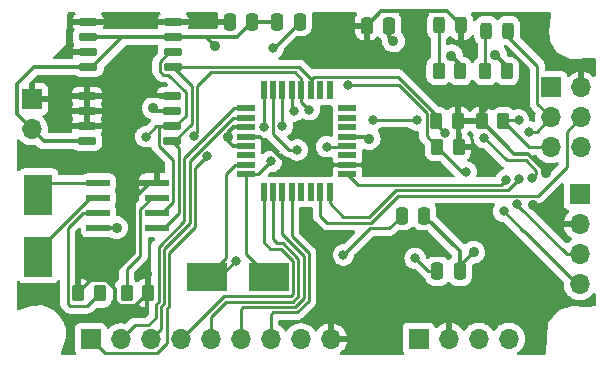
<source format=gtl>
%TF.GenerationSoftware,KiCad,Pcbnew,(6.0.1-0)*%
%TF.CreationDate,2022-02-08T18:28:07-07:00*%
%TF.ProjectId,MCU Datalogger,4d435520-4461-4746-916c-6f676765722e,1*%
%TF.SameCoordinates,Original*%
%TF.FileFunction,Copper,L1,Top*%
%TF.FilePolarity,Positive*%
%FSLAX46Y46*%
G04 Gerber Fmt 4.6, Leading zero omitted, Abs format (unit mm)*
G04 Created by KiCad (PCBNEW (6.0.1-0)) date 2022-02-08 18:28:07*
%MOMM*%
%LPD*%
G01*
G04 APERTURE LIST*
G04 Aperture macros list*
%AMRoundRect*
0 Rectangle with rounded corners*
0 $1 Rounding radius*
0 $2 $3 $4 $5 $6 $7 $8 $9 X,Y pos of 4 corners*
0 Add a 4 corners polygon primitive as box body*
4,1,4,$2,$3,$4,$5,$6,$7,$8,$9,$2,$3,0*
0 Add four circle primitives for the rounded corners*
1,1,$1+$1,$2,$3*
1,1,$1+$1,$4,$5*
1,1,$1+$1,$6,$7*
1,1,$1+$1,$8,$9*
0 Add four rect primitives between the rounded corners*
20,1,$1+$1,$2,$3,$4,$5,0*
20,1,$1+$1,$4,$5,$6,$7,0*
20,1,$1+$1,$6,$7,$8,$9,0*
20,1,$1+$1,$8,$9,$2,$3,0*%
G04 Aperture macros list end*
%TA.AperFunction,SMDPad,CuDef*%
%ADD10RoundRect,0.250000X0.262500X0.450000X-0.262500X0.450000X-0.262500X-0.450000X0.262500X-0.450000X0*%
%TD*%
%TA.AperFunction,SMDPad,CuDef*%
%ADD11RoundRect,0.250000X-0.262500X-0.450000X0.262500X-0.450000X0.262500X0.450000X-0.262500X0.450000X0*%
%TD*%
%TA.AperFunction,SMDPad,CuDef*%
%ADD12RoundRect,0.250000X0.250000X0.475000X-0.250000X0.475000X-0.250000X-0.475000X0.250000X-0.475000X0*%
%TD*%
%TA.AperFunction,SMDPad,CuDef*%
%ADD13RoundRect,0.243750X-0.243750X-0.456250X0.243750X-0.456250X0.243750X0.456250X-0.243750X0.456250X0*%
%TD*%
%TA.AperFunction,ComponentPad*%
%ADD14R,1.700000X1.700000*%
%TD*%
%TA.AperFunction,ComponentPad*%
%ADD15O,1.700000X1.700000*%
%TD*%
%TA.AperFunction,SMDPad,CuDef*%
%ADD16RoundRect,0.150000X-0.650000X-0.150000X0.650000X-0.150000X0.650000X0.150000X-0.650000X0.150000X0*%
%TD*%
%TA.AperFunction,SMDPad,CuDef*%
%ADD17R,2.400000X3.500000*%
%TD*%
%TA.AperFunction,SMDPad,CuDef*%
%ADD18R,1.500000X0.550000*%
%TD*%
%TA.AperFunction,SMDPad,CuDef*%
%ADD19R,0.550000X1.500000*%
%TD*%
%TA.AperFunction,SMDPad,CuDef*%
%ADD20RoundRect,0.250000X-0.250000X-0.475000X0.250000X-0.475000X0.250000X0.475000X-0.250000X0.475000X0*%
%TD*%
%TA.AperFunction,SMDPad,CuDef*%
%ADD21R,3.500000X2.400000*%
%TD*%
%TA.AperFunction,SMDPad,CuDef*%
%ADD22RoundRect,0.041300X-0.943700X-0.253700X0.943700X-0.253700X0.943700X0.253700X-0.943700X0.253700X0*%
%TD*%
%TA.AperFunction,ViaPad*%
%ADD23C,0.900000*%
%TD*%
%TA.AperFunction,ViaPad*%
%ADD24C,0.800000*%
%TD*%
%TA.AperFunction,Conductor*%
%ADD25C,0.250000*%
%TD*%
%TA.AperFunction,Conductor*%
%ADD26C,0.350000*%
%TD*%
G04 APERTURE END LIST*
D10*
%TO.P,R4,1*%
%TO.N,/Vcc*%
X116103400Y-85801200D03*
%TO.P,R4,2*%
%TO.N,/SDA*%
X114278400Y-85801200D03*
%TD*%
%TO.P,R2,1*%
%TO.N,/Vcc*%
X89863300Y-100355400D03*
%TO.P,R2,2*%
%TO.N,Net-(R2-Pad2)*%
X88038300Y-100355400D03*
%TD*%
D11*
%TO.P,R7,1*%
%TO.N,Net-(D2-Pad1)*%
X114454300Y-81559400D03*
%TO.P,R7,2*%
%TO.N,GND*%
X116279300Y-81559400D03*
%TD*%
D10*
%TO.P,R5,1*%
%TO.N,GND*%
X120241700Y-81559400D03*
%TO.P,R5,2*%
%TO.N,Net-(D1-Pad1)*%
X118416700Y-81559400D03*
%TD*%
D12*
%TO.P,C2,1*%
%TO.N,GND*%
X113243400Y-93802200D03*
%TO.P,C2,2*%
%TO.N,Net-(C2-Pad2)*%
X111343400Y-93802200D03*
%TD*%
D13*
%TO.P,D2,1,K*%
%TO.N,Net-(D2-Pad1)*%
X114505500Y-77698600D03*
%TO.P,D2,2,A*%
%TO.N,/Vcc*%
X116380500Y-77698600D03*
%TD*%
D14*
%TO.P,J4,1,Pin_1*%
%TO.N,GND*%
X112786000Y-104216200D03*
D15*
%TO.P,J4,2,Pin_2*%
%TO.N,/Vcc*%
X115326000Y-104216200D03*
%TO.P,J4,3,Pin_3*%
%TO.N,/RX*%
X117866000Y-104216200D03*
%TO.P,J4,4,Pin_4*%
%TO.N,/TX*%
X120406000Y-104216200D03*
%TD*%
D16*
%TO.P,U1,1,A0*%
%TO.N,/Vcc*%
X84690400Y-83693000D03*
%TO.P,U1,2,A1*%
X84690400Y-84963000D03*
%TO.P,U1,3,A2*%
X84690400Y-86233000D03*
%TO.P,U1,4,GND*%
%TO.N,GND*%
X84690400Y-87503000D03*
%TO.P,U1,5,SDA*%
%TO.N,/SDA*%
X91890400Y-87503000D03*
%TO.P,U1,6,SCL*%
%TO.N,/SCL*%
X91890400Y-86233000D03*
%TO.P,U1,7,WP*%
%TO.N,GND*%
X91890400Y-84963000D03*
%TO.P,U1,8,VCC*%
%TO.N,/Vcc*%
X91890400Y-83693000D03*
%TD*%
D17*
%TO.P,Y1,1,1*%
%TO.N,Net-(U2-Pad1)*%
X80568800Y-92065800D03*
%TO.P,Y1,2,2*%
%TO.N,Net-(U2-Pad2)*%
X80568800Y-97265800D03*
%TD*%
D14*
%TO.P,J1,1,Pin_1*%
%TO.N,/D2*%
X85013800Y-104267000D03*
D15*
%TO.P,J1,2,Pin_2*%
%TO.N,/D3*%
X87553800Y-104267000D03*
%TO.P,J1,3,Pin_3*%
%TO.N,/D4*%
X90093800Y-104267000D03*
%TO.P,J1,4,Pin_4*%
%TO.N,/D5*%
X92633800Y-104267000D03*
%TO.P,J1,5,Pin_5*%
%TO.N,/D6*%
X95173800Y-104267000D03*
%TO.P,J1,6,Pin_6*%
%TO.N,/D7*%
X97713800Y-104267000D03*
%TO.P,J1,7,Pin_7*%
%TO.N,/D8*%
X100253800Y-104267000D03*
%TO.P,J1,8,Pin_8*%
%TO.N,GND*%
X102793800Y-104267000D03*
%TO.P,J1,9,Pin_9*%
%TO.N,/Vcc*%
X105333800Y-104267000D03*
%TD*%
D18*
%TO.P,U4,1,PD3*%
%TO.N,/D3*%
X98138200Y-84703000D03*
%TO.P,U4,2,PD4*%
%TO.N,/D4*%
X98138200Y-85503000D03*
%TO.P,U4,3,GND*%
%TO.N,GND*%
X98138200Y-86303000D03*
%TO.P,U4,4,VCC*%
%TO.N,/Vcc*%
X98138200Y-87103000D03*
%TO.P,U4,5,GND*%
%TO.N,GND*%
X98138200Y-87903000D03*
%TO.P,U4,6,VCC*%
%TO.N,unconnected-(U4-Pad6)*%
X98138200Y-88703000D03*
%TO.P,U4,7,PB6*%
%TO.N,Net-(C2-Pad2)*%
X98138200Y-89503000D03*
%TO.P,U4,8,PB7*%
%TO.N,Net-(C3-Pad2)*%
X98138200Y-90303000D03*
D19*
%TO.P,U4,9,PD5*%
%TO.N,/D5*%
X99638200Y-91803000D03*
%TO.P,U4,10,PD6*%
%TO.N,/D6*%
X100438200Y-91803000D03*
%TO.P,U4,11,PD7*%
%TO.N,/D7*%
X101238200Y-91803000D03*
%TO.P,U4,12,PB0*%
%TO.N,/D8*%
X102038200Y-91803000D03*
%TO.P,U4,13,PB1*%
%TO.N,unconnected-(U4-Pad13)*%
X102838200Y-91803000D03*
%TO.P,U4,14,PB2*%
%TO.N,unconnected-(U4-Pad14)*%
X103638200Y-91803000D03*
%TO.P,U4,15,PB3*%
%TO.N,/MOSI*%
X104438200Y-91803000D03*
%TO.P,U4,16,PB4*%
%TO.N,/MISO*%
X105238200Y-91803000D03*
D18*
%TO.P,U4,17,PB5*%
%TO.N,/SCK*%
X106738200Y-90303000D03*
%TO.P,U4,18,AVCC*%
%TO.N,/Vcc*%
X106738200Y-89503000D03*
%TO.P,U4,19,ADC6*%
%TO.N,unconnected-(U4-Pad19)*%
X106738200Y-88703000D03*
%TO.P,U4,20,AREF*%
%TO.N,Net-(C4-Pad2)*%
X106738200Y-87903000D03*
%TO.P,U4,21,GND*%
%TO.N,GND*%
X106738200Y-87103000D03*
%TO.P,U4,22,ADC7*%
%TO.N,unconnected-(U4-Pad22)*%
X106738200Y-86303000D03*
%TO.P,U4,23,PC0*%
%TO.N,unconnected-(U4-Pad23)*%
X106738200Y-85503000D03*
%TO.P,U4,24,PC1*%
%TO.N,unconnected-(U4-Pad24)*%
X106738200Y-84703000D03*
D19*
%TO.P,U4,25,PC2*%
%TO.N,unconnected-(U4-Pad25)*%
X105238200Y-83203000D03*
%TO.P,U4,26,PC3*%
%TO.N,unconnected-(U4-Pad26)*%
X104438200Y-83203000D03*
%TO.P,U4,27,PC4*%
%TO.N,/SDA*%
X103638200Y-83203000D03*
%TO.P,U4,28,PC5*%
%TO.N,/SCL*%
X102838200Y-83203000D03*
%TO.P,U4,29,PC6/~{RESET}*%
%TO.N,/RESET*%
X102038200Y-83203000D03*
%TO.P,U4,30,PD0*%
%TO.N,/RX*%
X101238200Y-83203000D03*
%TO.P,U4,31,PD1*%
%TO.N,/TX*%
X100438200Y-83203000D03*
%TO.P,U4,32,PD2*%
%TO.N,/D2*%
X99638200Y-83203000D03*
%TD*%
D16*
%TO.P,U3,1,A0*%
%TO.N,/Vcc*%
X84792000Y-77419200D03*
%TO.P,U3,2,A1*%
%TO.N,GND*%
X84792000Y-78689200D03*
%TO.P,U3,3,A2*%
%TO.N,/Vcc*%
X84792000Y-79959200D03*
%TO.P,U3,4,GND*%
%TO.N,GND*%
X84792000Y-81229200D03*
%TO.P,U3,5,SDA*%
%TO.N,/SDA*%
X91992000Y-81229200D03*
%TO.P,U3,6,SCL*%
%TO.N,/SCL*%
X91992000Y-79959200D03*
%TO.P,U3,7,WP*%
%TO.N,GND*%
X91992000Y-78689200D03*
%TO.P,U3,8,VCC*%
%TO.N,/Vcc*%
X91992000Y-77419200D03*
%TD*%
D13*
%TO.P,D1,1,K*%
%TO.N,Net-(D1-Pad1)*%
X118493300Y-78130400D03*
%TO.P,D1,2,A*%
%TO.N,/SCK*%
X120368300Y-78130400D03*
%TD*%
D14*
%TO.P,J3,1,Pin_1*%
%TO.N,/MISO*%
X123997800Y-82946000D03*
D15*
%TO.P,J3,2,Pin_2*%
%TO.N,/Vcc*%
X126537800Y-82946000D03*
%TO.P,J3,3,Pin_3*%
%TO.N,/SCK*%
X123997800Y-85486000D03*
%TO.P,J3,4,Pin_4*%
%TO.N,/MOSI*%
X126537800Y-85486000D03*
%TO.P,J3,5,Pin_5*%
%TO.N,/RESET*%
X123997800Y-88026000D03*
%TO.P,J3,6,Pin_6*%
%TO.N,GND*%
X126537800Y-88026000D03*
%TD*%
D10*
%TO.P,R3,1*%
%TO.N,/Vcc*%
X116152300Y-87985600D03*
%TO.P,R3,2*%
%TO.N,/SCL*%
X114327300Y-87985600D03*
%TD*%
D20*
%TO.P,C5,1*%
%TO.N,/Vcc*%
X108371600Y-77724000D03*
%TO.P,C5,2*%
%TO.N,GND*%
X110271600Y-77724000D03*
%TD*%
%TO.P,C1,1*%
%TO.N,/Vcc*%
X96763800Y-77393800D03*
%TO.P,C1,2*%
%TO.N,GND*%
X98663800Y-77393800D03*
%TD*%
D21*
%TO.P,Y2,1,1*%
%TO.N,Net-(C3-Pad2)*%
X100059800Y-99009200D03*
%TO.P,Y2,2,2*%
%TO.N,Net-(C2-Pad2)*%
X94859800Y-99009200D03*
%TD*%
D14*
%TO.P,J2,1,Pin_1*%
%TO.N,GND*%
X126415800Y-91973400D03*
D15*
%TO.P,J2,2,Pin_2*%
%TO.N,/Vcc*%
X126415800Y-94513400D03*
%TO.P,J2,3,Pin_3*%
%TO.N,/SDA*%
X126415800Y-97053400D03*
%TO.P,J2,4,Pin_4*%
%TO.N,/SCL*%
X126415800Y-99593400D03*
%TD*%
D14*
%TO.P,BT1,1,+*%
%TO.N,/Vcc*%
X80010000Y-83942000D03*
D15*
%TO.P,BT1,2,-*%
%TO.N,GND*%
X80010000Y-86482000D03*
%TD*%
D11*
%TO.P,R1,1*%
%TO.N,/Vcc*%
X83948900Y-100380800D03*
%TO.P,R1,2*%
%TO.N,Net-(R1-Pad2)*%
X85773900Y-100380800D03*
%TD*%
%TO.P,R6,1*%
%TO.N,/Vcc*%
X118111900Y-85826600D03*
%TO.P,R6,2*%
%TO.N,/RESET*%
X119936900Y-85826600D03*
%TD*%
D22*
%TO.P,U2,1,X1*%
%TO.N,Net-(U2-Pad1)*%
X85663000Y-91033600D03*
%TO.P,U2,2,X2*%
%TO.N,Net-(U2-Pad2)*%
X85663000Y-92303600D03*
%TO.P,U2,3,~{INTA}*%
%TO.N,Net-(R1-Pad2)*%
X85663000Y-93573600D03*
%TO.P,U2,4,GND*%
%TO.N,GND*%
X85663000Y-94843600D03*
%TO.P,U2,5,SDA*%
%TO.N,/SDA*%
X90613000Y-94843600D03*
%TO.P,U2,6,SCL*%
%TO.N,/SCL*%
X90613000Y-93573600D03*
%TO.P,U2,7,SQW/~{INT}*%
%TO.N,Net-(R2-Pad2)*%
X90613000Y-92303600D03*
%TO.P,U2,8,VCC*%
%TO.N,/Vcc*%
X90613000Y-91033600D03*
%TD*%
D20*
%TO.P,C3,1*%
%TO.N,GND*%
X100802400Y-77368400D03*
%TO.P,C3,2*%
%TO.N,Net-(C3-Pad2)*%
X102702400Y-77368400D03*
%TD*%
D12*
%TO.P,C4,1*%
%TO.N,GND*%
X116255800Y-98501200D03*
%TO.P,C4,2*%
%TO.N,Net-(C4-Pad2)*%
X114355800Y-98501200D03*
%TD*%
D23*
%TO.N,/Vcc*%
X109245400Y-80822800D03*
%TO.N,GND*%
X96600030Y-87151230D03*
X117424200Y-96901000D03*
X110642400Y-79019400D03*
X90297000Y-84683600D03*
X115544600Y-80264000D03*
X87198200Y-94818200D03*
X108585000Y-87299800D03*
X119278400Y-80187800D03*
X95504000Y-79400400D03*
D24*
%TO.N,/Vcc*%
X101600000Y-90017600D03*
X88544400Y-79959200D03*
D23*
X123570989Y-90195400D03*
X89814400Y-98704400D03*
X122428000Y-92924900D03*
D24*
X110159800Y-88290400D03*
D23*
X119100600Y-84099400D03*
D24*
X88442800Y-77470000D03*
%TO.N,Net-(C2-Pad2)*%
X97282000Y-97612200D03*
X106400600Y-97129600D03*
%TO.N,Net-(C3-Pad2)*%
X100482400Y-79578200D03*
X100279200Y-89204800D03*
%TO.N,Net-(C4-Pad2)*%
X112471200Y-97409000D03*
X105003600Y-87960200D03*
%TO.N,/SCK*%
X122098789Y-86690200D03*
X120192800Y-90754200D03*
%TO.N,/D2*%
X99713700Y-86315601D03*
X94852919Y-88756919D03*
%TO.N,/SDA*%
X118316990Y-87197710D03*
X115036600Y-86766400D03*
X121132600Y-92824900D03*
X122341245Y-90654951D03*
%TO.N,/SCL*%
X93751400Y-87045800D03*
X119964200Y-93421200D03*
X116789200Y-90093800D03*
X89687400Y-87122000D03*
X106756200Y-82766500D03*
X103505000Y-84836000D03*
%TO.N,/RESET*%
X102209600Y-84937600D03*
X121234200Y-85699600D03*
X108889800Y-85699600D03*
X112598200Y-85699600D03*
%TO.N,/RX*%
X101219000Y-86233000D03*
%TO.N,/TX*%
X102489000Y-88239600D03*
%TO.N,/MISO*%
X121249315Y-90722283D03*
%TD*%
D25*
%TO.N,Net-(C2-Pad2)*%
X108661200Y-94869000D02*
X110276600Y-94869000D01*
D26*
%TO.N,GND*%
X116255800Y-98501200D02*
X116255800Y-96814600D01*
X116255800Y-96814600D02*
X113243400Y-93802200D01*
D25*
%TO.N,Net-(C2-Pad2)*%
X106400600Y-97129600D02*
X108661200Y-94869000D01*
X110276600Y-94869000D02*
X111343400Y-93802200D01*
%TO.N,/SCK*%
X106738200Y-90303000D02*
X107636560Y-91201360D01*
X107636560Y-91201360D02*
X119745640Y-91201360D01*
X119745640Y-91201360D02*
X120192800Y-90754200D01*
D26*
%TO.N,/Vcc*%
X108371600Y-77724000D02*
X109616200Y-76479400D01*
X109616200Y-76479400D02*
X115161300Y-76479400D01*
X115161300Y-76479400D02*
X116380500Y-77698600D01*
X108371600Y-79949000D02*
X109245400Y-80822800D01*
X108371600Y-77724000D02*
X108371600Y-79949000D01*
X106738200Y-89503000D02*
X108947200Y-89503000D01*
X108947200Y-89503000D02*
X110159800Y-88290400D01*
X101600000Y-90017600D02*
X102114600Y-89503000D01*
X102114600Y-89503000D02*
X106738200Y-89503000D01*
X98138200Y-87103000D02*
X99343436Y-87103000D01*
X101600000Y-89359564D02*
X101600000Y-90017600D01*
X99343436Y-87103000D02*
X101600000Y-89359564D01*
%TO.N,GND*%
X110271600Y-77724000D02*
X110271600Y-78648600D01*
X80010000Y-86482000D02*
X81031000Y-87503000D01*
X91992000Y-78689200D02*
X94869000Y-78689200D01*
X98714600Y-77444600D02*
X100726200Y-77444600D01*
X78735489Y-85207489D02*
X78735489Y-82667489D01*
X116255800Y-98501200D02*
X116255800Y-98069400D01*
X97064178Y-86303000D02*
X96600030Y-86767148D01*
X87579200Y-78689200D02*
X91992000Y-78689200D01*
X120241700Y-81151100D02*
X119278400Y-80187800D01*
X84792000Y-78689200D02*
X87579200Y-78689200D01*
X97038200Y-87903000D02*
X96600030Y-87464830D01*
X116279300Y-81559400D02*
X116279300Y-80998700D01*
X91890400Y-84963000D02*
X90576400Y-84963000D01*
X81031000Y-87503000D02*
X84690400Y-87503000D01*
X87579200Y-78784493D02*
X87579200Y-78689200D01*
X98138200Y-86303000D02*
X97064178Y-86303000D01*
X97368400Y-78689200D02*
X98663800Y-77393800D01*
X84792000Y-81229200D02*
X85134493Y-81229200D01*
X116255800Y-98069400D02*
X117424200Y-96901000D01*
X80010000Y-86482000D02*
X78735489Y-85207489D01*
X120241700Y-81559400D02*
X120241700Y-81151100D01*
X96600030Y-86767148D02*
X96600030Y-87151230D01*
X106738200Y-87103000D02*
X108388200Y-87103000D01*
X87198200Y-94818200D02*
X87172800Y-94843600D01*
X94869000Y-78689200D02*
X97368400Y-78689200D01*
X80173778Y-81229200D02*
X84792000Y-81229200D01*
X78735489Y-82667489D02*
X80173778Y-81229200D01*
X110271600Y-78648600D02*
X110642400Y-79019400D01*
X90576400Y-84963000D02*
X90297000Y-84683600D01*
X100726200Y-77444600D02*
X100802400Y-77368400D01*
X94869000Y-78689200D02*
X94869000Y-78765400D01*
X87172800Y-94843600D02*
X85663000Y-94843600D01*
X96600030Y-87464830D02*
X96600030Y-87151230D01*
X94869000Y-78765400D02*
X95504000Y-79400400D01*
X98663800Y-77393800D02*
X98714600Y-77444600D01*
X116279300Y-80998700D02*
X115544600Y-80264000D01*
X85134493Y-81229200D02*
X87579200Y-78784493D01*
X108388200Y-87103000D02*
X108585000Y-87299800D01*
X98138200Y-87903000D02*
X97038200Y-87903000D01*
%TO.N,/Vcc*%
X122047001Y-88569801D02*
X120855100Y-88569800D01*
X89863300Y-98753300D02*
X89814400Y-98704400D01*
X87101280Y-101084795D02*
X87496405Y-101479920D01*
X84690400Y-84963000D02*
X84690400Y-86233000D01*
X87496405Y-101479920D02*
X88738780Y-101479920D01*
X88713380Y-101505320D02*
X89863300Y-100355400D01*
X90613000Y-91033600D02*
X90026832Y-91033600D01*
X118111900Y-85826600D02*
X116128800Y-85826600D01*
X85801200Y-86233000D02*
X88341200Y-83693000D01*
X123296009Y-89920420D02*
X123296008Y-89818808D01*
X120855100Y-88569800D02*
X118111900Y-85826600D01*
X118111900Y-85826600D02*
X118111900Y-85088100D01*
X85073420Y-99256280D02*
X86327680Y-99256280D01*
X116152300Y-87985600D02*
X116152300Y-85850100D01*
X88655280Y-92405152D02*
X88655280Y-96928680D01*
X118111900Y-85088100D02*
X119100600Y-84099400D01*
X116152300Y-85850100D02*
X116103400Y-85801200D01*
X86327680Y-99256280D02*
X87101280Y-100029880D01*
X88655280Y-96928680D02*
X86327680Y-99256280D01*
X123296008Y-89818808D02*
X122047001Y-88569801D01*
X116128800Y-85826600D02*
X116103400Y-85801200D01*
X90026832Y-91033600D02*
X88655280Y-92405152D01*
X84690400Y-83693000D02*
X84690400Y-84963000D01*
X84690400Y-86233000D02*
X85801200Y-86233000D01*
X89863300Y-100355400D02*
X89863300Y-98753300D01*
X96738400Y-77419200D02*
X96763800Y-77393800D01*
X83948900Y-100380800D02*
X85073420Y-99256280D01*
X87101280Y-100029880D02*
X87101280Y-101084795D01*
X123570989Y-90195400D02*
X123296009Y-89920420D01*
X91992000Y-77419200D02*
X96738400Y-77419200D01*
X88341200Y-83693000D02*
X91890400Y-83693000D01*
D25*
%TO.N,Net-(C2-Pad2)*%
X94859800Y-99009200D02*
X96494600Y-97374400D01*
X96494600Y-97374400D02*
X96494600Y-90272578D01*
X97264178Y-89503000D02*
X98138200Y-89503000D01*
X96494600Y-90272578D02*
X97264178Y-89503000D01*
X95885000Y-99009200D02*
X97282000Y-97612200D01*
X94859800Y-99009200D02*
X95885000Y-99009200D01*
%TO.N,Net-(C3-Pad2)*%
X98120200Y-96291400D02*
X98138200Y-96273400D01*
X100059800Y-99009200D02*
X98120200Y-97069600D01*
X98138200Y-96273400D02*
X98138200Y-90303000D01*
X100279200Y-89204800D02*
X100236400Y-89204800D01*
X98120200Y-97069600D02*
X98120200Y-96291400D01*
X100492600Y-79578200D02*
X102702400Y-77368400D01*
X100482400Y-79578200D02*
X100492600Y-79578200D01*
X100236400Y-89204800D02*
X99138200Y-90303000D01*
X99138200Y-90303000D02*
X98138200Y-90303000D01*
%TO.N,Net-(C4-Pad2)*%
X106681000Y-87960200D02*
X106738200Y-87903000D01*
X113563400Y-98501200D02*
X112471200Y-97409000D01*
X105003600Y-87960200D02*
X106681000Y-87960200D01*
X114355800Y-98501200D02*
X113563400Y-98501200D01*
%TO.N,Net-(D1-Pad1)*%
X118416700Y-81559400D02*
X118416700Y-78207000D01*
X118416700Y-78207000D02*
X118493300Y-78130400D01*
%TO.N,/SCK*%
X122823289Y-81091089D02*
X120368300Y-78636100D01*
X122823289Y-84311489D02*
X122823289Y-81091089D01*
X120368300Y-78636100D02*
X120368300Y-78130400D01*
X122098789Y-86690200D02*
X122793600Y-86690200D01*
X122793600Y-86690200D02*
X123997800Y-85486000D01*
X123997800Y-85486000D02*
X122823289Y-84311489D01*
%TO.N,Net-(D2-Pad1)*%
X114454300Y-81559400D02*
X114454300Y-77749800D01*
X114454300Y-77749800D02*
X114505500Y-77698600D01*
%TO.N,/D2*%
X99713700Y-86315601D02*
X99638200Y-86240101D01*
X91440000Y-104581810D02*
X90580299Y-105441511D01*
X91653240Y-101462960D02*
X91440000Y-101676200D01*
X93829960Y-89779878D02*
X93829960Y-94775080D01*
X90580299Y-105441511D02*
X86188311Y-105441511D01*
X93829960Y-94775080D02*
X91653240Y-96951800D01*
X99638200Y-86240101D02*
X99638200Y-83203000D01*
X91653240Y-96951800D02*
X91653240Y-101462960D01*
X86188311Y-105441511D02*
X85013800Y-104267000D01*
X94852919Y-88756919D02*
X93829960Y-89779878D01*
X91440000Y-101676200D02*
X91440000Y-104581810D01*
%TO.N,/D3*%
X87553800Y-104267000D02*
X88728311Y-103092489D01*
X89896711Y-103092489D02*
X90540960Y-102448240D01*
X90754200Y-101090566D02*
X90754200Y-96417147D01*
X90540960Y-101303806D02*
X90754200Y-101090566D01*
X97118814Y-84703000D02*
X98138200Y-84703000D01*
X92930920Y-94240427D02*
X92930920Y-88890894D01*
X92930920Y-88890894D02*
X97118814Y-84703000D01*
X90754200Y-96417147D02*
X92930920Y-94240427D01*
X88728311Y-103092489D02*
X89896711Y-103092489D01*
X90540960Y-102448240D02*
X90540960Y-101303806D01*
%TO.N,/D4*%
X93380440Y-89204800D02*
X97082240Y-85503000D01*
X90990480Y-103370320D02*
X90990480Y-101490003D01*
X93380440Y-94426625D02*
X93380440Y-89204800D01*
X97082240Y-85503000D02*
X98138200Y-85503000D01*
X90093800Y-104267000D02*
X90990480Y-103370320D01*
X91203720Y-96603345D02*
X93380440Y-94426625D01*
X90990480Y-101490003D02*
X91203720Y-101276763D01*
X91203720Y-101276763D02*
X91203720Y-96603345D01*
%TO.N,/D5*%
X102134311Y-100430689D02*
X102134311Y-97637600D01*
X101092911Y-96596200D02*
X100177600Y-96596200D01*
X92633800Y-104267000D02*
X96266000Y-100634800D01*
X101930200Y-100634800D02*
X102134311Y-100430689D01*
X99638200Y-96056800D02*
X99638200Y-91803000D01*
X100177600Y-96596200D02*
X99638200Y-96056800D01*
X102134311Y-97637600D02*
X101092911Y-96596200D01*
X96266000Y-100634800D02*
X101930200Y-100634800D01*
%TO.N,/D6*%
X100787200Y-96146680D02*
X100438200Y-95797680D01*
X96452198Y-101084320D02*
X102116398Y-101084320D01*
X102583831Y-97451402D02*
X101279109Y-96146680D01*
X101279109Y-96146680D02*
X100787200Y-96146680D01*
X100438200Y-95797680D02*
X100438200Y-91803000D01*
X102116398Y-101084320D02*
X102583831Y-100616886D01*
X95173800Y-104267000D02*
X95173800Y-102362718D01*
X95173800Y-102362718D02*
X96452198Y-101084320D01*
X102583831Y-100616886D02*
X102583831Y-97451402D01*
%TO.N,/D7*%
X103033350Y-99898200D02*
X103033350Y-97191350D01*
X97917000Y-101533840D02*
X102302596Y-101533839D01*
X97713800Y-104267000D02*
X97713800Y-101737040D01*
X97713800Y-101737040D02*
X97917000Y-101533840D01*
X101238200Y-95396200D02*
X101238200Y-91803000D01*
X103033350Y-97191350D02*
X101238200Y-95396200D01*
X103033351Y-100803083D02*
X103033350Y-99898200D01*
X102302596Y-101533839D02*
X103033351Y-100803083D01*
%TO.N,/D8*%
X100253800Y-102209600D02*
X100480041Y-101983359D01*
X103482871Y-100989280D02*
X103482871Y-97005154D01*
X102038200Y-95560482D02*
X102038200Y-91803000D01*
X102488794Y-101983358D02*
X103482871Y-100989280D01*
X100480041Y-101983359D02*
X102488794Y-101983358D01*
X100253800Y-104267000D02*
X100253800Y-102209600D01*
X103482871Y-97005154D02*
X102038200Y-95560482D01*
%TO.N,/SDA*%
X121819382Y-89119320D02*
X120238600Y-89119320D01*
X102664400Y-81229200D02*
X91992000Y-81229200D01*
X110998000Y-82042000D02*
X103925178Y-82042000D01*
X92481400Y-93599000D02*
X91236800Y-94843600D01*
X92100400Y-87503000D02*
X93573600Y-86029800D01*
X121132600Y-92887800D02*
X125298200Y-97053400D01*
X122746489Y-90046427D02*
X121819382Y-89119320D01*
X91890400Y-87503000D02*
X92100400Y-87503000D01*
X121132600Y-92824900D02*
X121132600Y-92887800D01*
X91236800Y-94843600D02*
X90613000Y-94843600D01*
X103638200Y-83203000D02*
X103638200Y-82203000D01*
X93573600Y-82810800D02*
X91992000Y-81229200D01*
X93573600Y-86029800D02*
X93573600Y-82810800D01*
X114278400Y-85322400D02*
X110998000Y-82042000D01*
X103638200Y-82203000D02*
X102664400Y-81229200D01*
X122341245Y-90654951D02*
X122746489Y-90249707D01*
X114278400Y-86008200D02*
X114278400Y-85801200D01*
X91890400Y-87503000D02*
X92481400Y-88094000D01*
X103925178Y-82042000D02*
X103638200Y-82328978D01*
X115036600Y-86766400D02*
X114278400Y-86008200D01*
X125298200Y-97053400D02*
X126415800Y-97053400D01*
X122746489Y-90249707D02*
X122746489Y-90046427D01*
X103638200Y-82328978D02*
X103638200Y-83203000D01*
X92481400Y-88094000D02*
X92481400Y-93599000D01*
X114278400Y-85801200D02*
X114278400Y-85322400D01*
X120238600Y-89119320D02*
X118316990Y-87197710D01*
%TO.N,/SCL*%
X113441380Y-87099680D02*
X114327300Y-87985600D01*
X102838200Y-84169200D02*
X103505000Y-84836000D01*
X91668600Y-79959200D02*
X91992000Y-79959200D01*
X91890400Y-86233000D02*
X92162183Y-86233000D01*
X90867480Y-80760320D02*
X91668600Y-79959200D01*
X102838200Y-83203000D02*
X102838200Y-82203000D01*
X89687400Y-87122000D02*
X90576400Y-86233000D01*
X91592903Y-81853720D02*
X91145448Y-81853720D01*
X94023120Y-82829400D02*
X94023120Y-84759800D01*
X111086782Y-82766500D02*
X113441380Y-85121098D01*
X121615200Y-95072200D02*
X119964200Y-93421200D01*
X90867480Y-81575752D02*
X90867480Y-80760320D01*
X90613000Y-93573600D02*
X91057747Y-93573600D01*
X93064920Y-83325737D02*
X91592903Y-81853720D01*
X90765880Y-87870280D02*
X90765880Y-86424520D01*
X94023120Y-86774080D02*
X93751400Y-87045800D01*
X91145448Y-81853720D02*
X90867480Y-81575752D01*
X126177200Y-99593400D02*
X121656000Y-95072200D01*
X93064920Y-85330263D02*
X93064920Y-83325737D01*
X94023120Y-84759800D02*
X94023120Y-86774080D01*
X116435500Y-90093800D02*
X114327300Y-87985600D01*
X91972520Y-89076920D02*
X90765880Y-87870280D01*
X102838200Y-82203000D02*
X102313920Y-81678720D01*
X116789200Y-90093800D02*
X116435500Y-90093800D01*
X90957400Y-86233000D02*
X91890400Y-86233000D01*
X91972520Y-92658827D02*
X91972520Y-89076920D01*
X126415800Y-99593400D02*
X126177200Y-99593400D01*
X113441380Y-85121098D02*
X113441380Y-87099680D01*
X106756200Y-82766500D02*
X111086782Y-82766500D01*
X92162183Y-86233000D02*
X93064920Y-85330263D01*
X90576400Y-86233000D02*
X91890400Y-86233000D01*
X102838200Y-83203000D02*
X102838200Y-84169200D01*
X91057747Y-93573600D02*
X91972520Y-92658827D01*
X95173800Y-81678720D02*
X94023120Y-82829400D01*
X102313920Y-81678720D02*
X95173800Y-81678720D01*
X121656000Y-95072200D02*
X121615200Y-95072200D01*
X90765880Y-86424520D02*
X90957400Y-86233000D01*
%TO.N,/MOSI*%
X125313289Y-89697711D02*
X122910600Y-92100400D01*
X105054400Y-94411800D02*
X104438200Y-93795600D01*
X104438200Y-93795600D02*
X104438200Y-91803000D01*
X126537800Y-85486000D02*
X125313289Y-86710511D01*
X125313289Y-86710511D02*
X125313289Y-89697711D01*
X111023400Y-92100400D02*
X108712000Y-94411800D01*
X122910600Y-92100400D02*
X111023400Y-92100400D01*
X108712000Y-94411800D02*
X105054400Y-94411800D01*
%TO.N,/RESET*%
X122136300Y-88026000D02*
X123997800Y-88026000D01*
X119936900Y-85826600D02*
X122136300Y-88026000D01*
X102038200Y-84766200D02*
X102209600Y-84937600D01*
X112598200Y-85699600D02*
X108889800Y-85699600D01*
X120063900Y-85699600D02*
X119936900Y-85826600D01*
X102038200Y-83203000D02*
X102038200Y-84766200D01*
X121234200Y-85699600D02*
X120063900Y-85699600D01*
%TO.N,/RX*%
X101219000Y-85674200D02*
X101238200Y-85655000D01*
X101238200Y-85655000D02*
X101238200Y-83203000D01*
X101219000Y-86233000D02*
X101219000Y-85674200D01*
%TO.N,/TX*%
X102489000Y-88239600D02*
X101828600Y-88239600D01*
X100438200Y-86849200D02*
X100438200Y-83203000D01*
X101828600Y-88239600D02*
X100438200Y-86849200D01*
%TO.N,Net-(R1-Pad2)*%
X84699380Y-101455320D02*
X83243520Y-101455320D01*
X85773900Y-100380800D02*
X84699380Y-101455320D01*
X83058000Y-101269800D02*
X83058000Y-94862318D01*
X83243520Y-101455320D02*
X83058000Y-101269800D01*
X84346718Y-93573600D02*
X85663000Y-93573600D01*
X83058000Y-94862318D02*
X84346718Y-93573600D01*
%TO.N,Net-(R2-Pad2)*%
X89204800Y-97205800D02*
X89204800Y-93267053D01*
X88038300Y-98322798D02*
X89155298Y-97205800D01*
X90168253Y-92303600D02*
X90613000Y-92303600D01*
X88038300Y-100355400D02*
X88038300Y-98322798D01*
X89204800Y-93267053D02*
X90168253Y-92303600D01*
X89155298Y-97205800D02*
X89204800Y-97205800D01*
%TO.N,Net-(U2-Pad1)*%
X81601000Y-91033600D02*
X80568800Y-92065800D01*
X85663000Y-91033600D02*
X81601000Y-91033600D01*
%TO.N,Net-(U2-Pad2)*%
X80568800Y-97265800D02*
X80568800Y-96715800D01*
X80568800Y-96715800D02*
X84981000Y-92303600D01*
X84981000Y-92303600D02*
X85663000Y-92303600D01*
%TO.N,/MISO*%
X121249315Y-90722283D02*
X120320718Y-91650880D01*
X110837202Y-91650880D02*
X108571941Y-93916141D01*
X106387541Y-93916141D02*
X105238200Y-92766800D01*
X108571941Y-93916141D02*
X106387541Y-93916141D01*
X120320718Y-91650880D02*
X110837202Y-91650880D01*
X105238200Y-92766800D02*
X105238200Y-91803000D01*
%TD*%
%TA.AperFunction,Conductor*%
%TO.N,/Vcc*%
G36*
X90392273Y-95667101D02*
G01*
X90438766Y-95720756D01*
X90448871Y-95791030D01*
X90419378Y-95855611D01*
X90413248Y-95862194D01*
X90361947Y-95913495D01*
X90353661Y-95921035D01*
X90347182Y-95925147D01*
X90341757Y-95930924D01*
X90300557Y-95974798D01*
X90297802Y-95977640D01*
X90278065Y-95997377D01*
X90275585Y-96000574D01*
X90267882Y-96009594D01*
X90237614Y-96041826D01*
X90233795Y-96048772D01*
X90233793Y-96048775D01*
X90227852Y-96059581D01*
X90217001Y-96076100D01*
X90204586Y-96092106D01*
X90201441Y-96099375D01*
X90201438Y-96099379D01*
X90187026Y-96132684D01*
X90181809Y-96143334D01*
X90160505Y-96182087D01*
X90158534Y-96189762D01*
X90158534Y-96189763D01*
X90155467Y-96201709D01*
X90149063Y-96220413D01*
X90141019Y-96239002D01*
X90139780Y-96246825D01*
X90139777Y-96246835D01*
X90134101Y-96282671D01*
X90131695Y-96294291D01*
X90126286Y-96315361D01*
X90120700Y-96337117D01*
X90120700Y-96357371D01*
X90119149Y-96377081D01*
X90115980Y-96397090D01*
X90116726Y-96404982D01*
X90120141Y-96441108D01*
X90120700Y-96452966D01*
X90120700Y-99131770D01*
X90117821Y-99158552D01*
X90117300Y-99160947D01*
X90117300Y-100779371D01*
X90097298Y-100847492D01*
X90080395Y-100868466D01*
X90064825Y-100884036D01*
X90062345Y-100887233D01*
X90054642Y-100896253D01*
X90024374Y-100928485D01*
X90020555Y-100935431D01*
X90020553Y-100935434D01*
X90014612Y-100946240D01*
X90003761Y-100962759D01*
X89991346Y-100978765D01*
X89988201Y-100986034D01*
X89988198Y-100986038D01*
X89973786Y-101019343D01*
X89968569Y-101029993D01*
X89947265Y-101068746D01*
X89945294Y-101076421D01*
X89945294Y-101076422D01*
X89942227Y-101088368D01*
X89935823Y-101107072D01*
X89927779Y-101125661D01*
X89926540Y-101133484D01*
X89926537Y-101133494D01*
X89920861Y-101169330D01*
X89918455Y-101180950D01*
X89912353Y-101204718D01*
X89907460Y-101223776D01*
X89907460Y-101244030D01*
X89905909Y-101263740D01*
X89902740Y-101283749D01*
X89903486Y-101291641D01*
X89906901Y-101327767D01*
X89907460Y-101339625D01*
X89907460Y-102133645D01*
X89887458Y-102201766D01*
X89870555Y-102222741D01*
X89671210Y-102422085D01*
X89608898Y-102456110D01*
X89582115Y-102458989D01*
X88807074Y-102458989D01*
X88795890Y-102458462D01*
X88788402Y-102456788D01*
X88780479Y-102457037D01*
X88720344Y-102458927D01*
X88716386Y-102458989D01*
X88688455Y-102458989D01*
X88684540Y-102459484D01*
X88684536Y-102459484D01*
X88684478Y-102459492D01*
X88684449Y-102459495D01*
X88672607Y-102460428D01*
X88628421Y-102461816D01*
X88612084Y-102466562D01*
X88608969Y-102467467D01*
X88589617Y-102471475D01*
X88577379Y-102473021D01*
X88577377Y-102473022D01*
X88569514Y-102474015D01*
X88528397Y-102490295D01*
X88517196Y-102494130D01*
X88474717Y-102506471D01*
X88467898Y-102510504D01*
X88467893Y-102510506D01*
X88457282Y-102516782D01*
X88439532Y-102525479D01*
X88420694Y-102532937D01*
X88414278Y-102537598D01*
X88414277Y-102537599D01*
X88384936Y-102558917D01*
X88375012Y-102565436D01*
X88343771Y-102583911D01*
X88343766Y-102583915D01*
X88336948Y-102587947D01*
X88322624Y-102602271D01*
X88307592Y-102615110D01*
X88291204Y-102627017D01*
X88273977Y-102647841D01*
X88263023Y-102661082D01*
X88255033Y-102669862D01*
X88011145Y-102913750D01*
X87948833Y-102947776D01*
X87899954Y-102948702D01*
X87687173Y-102910800D01*
X87687167Y-102910799D01*
X87682084Y-102909894D01*
X87608252Y-102908992D01*
X87463881Y-102907228D01*
X87463879Y-102907228D01*
X87458711Y-102907165D01*
X87237891Y-102940955D01*
X87025556Y-103010357D01*
X86993501Y-103027044D01*
X86851775Y-103100822D01*
X86827407Y-103113507D01*
X86823274Y-103116610D01*
X86823271Y-103116612D01*
X86660315Y-103238963D01*
X86648765Y-103247635D01*
X86583833Y-103315583D01*
X86568083Y-103332064D01*
X86506559Y-103367494D01*
X86435646Y-103364037D01*
X86377860Y-103322791D01*
X86359007Y-103289243D01*
X86317567Y-103178703D01*
X86314415Y-103170295D01*
X86227061Y-103053739D01*
X86110505Y-102966385D01*
X85974116Y-102915255D01*
X85911934Y-102908500D01*
X84115666Y-102908500D01*
X84053484Y-102915255D01*
X83917095Y-102966385D01*
X83800539Y-103053739D01*
X83713185Y-103170295D01*
X83662055Y-103306684D01*
X83655300Y-103368866D01*
X83655300Y-105165134D01*
X83662055Y-105227316D01*
X83713185Y-105363705D01*
X83718571Y-105370891D01*
X83730071Y-105386236D01*
X83754918Y-105452742D01*
X83739865Y-105522125D01*
X83689690Y-105572354D01*
X83629244Y-105587800D01*
X82593880Y-105587800D01*
X82525759Y-105567798D01*
X82479266Y-105514142D01*
X82469162Y-105443868D01*
X82474620Y-105421143D01*
X82651497Y-104902303D01*
X82651600Y-104902000D01*
X82926937Y-104101020D01*
X82926937Y-104101019D01*
X82931000Y-104089200D01*
X82880200Y-103301800D01*
X82875634Y-103289243D01*
X82679884Y-102750930D01*
X82679883Y-102750928D01*
X82677000Y-102743000D01*
X82599173Y-102633126D01*
X82250498Y-102140879D01*
X82250497Y-102140877D01*
X82245200Y-102133400D01*
X82237987Y-102127755D01*
X82237984Y-102127752D01*
X81859224Y-101831332D01*
X81661000Y-101676200D01*
X80899000Y-101396800D01*
X80886058Y-101397561D01*
X80886056Y-101397561D01*
X80181617Y-101438999D01*
X80035400Y-101447600D01*
X80028417Y-101449684D01*
X80028414Y-101449685D01*
X78927440Y-101778334D01*
X78856445Y-101778652D01*
X78796547Y-101740537D01*
X78766764Y-101676089D01*
X78765400Y-101657598D01*
X78765400Y-99436863D01*
X78785402Y-99368742D01*
X78839058Y-99322249D01*
X78909332Y-99312145D01*
X78973912Y-99341639D01*
X78992225Y-99361297D01*
X78997805Y-99368742D01*
X79005539Y-99379061D01*
X79122095Y-99466415D01*
X79258484Y-99517545D01*
X79320666Y-99524300D01*
X81816934Y-99524300D01*
X81879116Y-99517545D01*
X82015505Y-99466415D01*
X82132061Y-99379061D01*
X82196416Y-99293193D01*
X82197674Y-99291514D01*
X82254533Y-99248999D01*
X82325352Y-99243973D01*
X82387645Y-99278033D01*
X82421635Y-99340364D01*
X82424500Y-99367079D01*
X82424500Y-101191033D01*
X82423973Y-101202216D01*
X82422298Y-101209709D01*
X82422547Y-101217633D01*
X82422547Y-101217635D01*
X82424438Y-101277776D01*
X82424500Y-101281735D01*
X82424500Y-101309656D01*
X82424997Y-101313590D01*
X82424997Y-101313591D01*
X82425005Y-101313656D01*
X82425938Y-101325493D01*
X82427327Y-101369689D01*
X82432978Y-101389139D01*
X82436987Y-101408500D01*
X82437411Y-101411852D01*
X82439526Y-101428597D01*
X82442445Y-101435968D01*
X82442445Y-101435970D01*
X82455804Y-101469712D01*
X82459649Y-101480942D01*
X82466065Y-101503025D01*
X82471982Y-101523393D01*
X82476015Y-101530212D01*
X82476017Y-101530217D01*
X82482293Y-101540828D01*
X82490988Y-101558576D01*
X82498448Y-101577417D01*
X82503110Y-101583833D01*
X82503110Y-101583834D01*
X82524436Y-101613187D01*
X82530952Y-101623107D01*
X82545899Y-101648380D01*
X82553458Y-101661162D01*
X82567782Y-101675486D01*
X82580617Y-101690513D01*
X82592528Y-101706907D01*
X82598636Y-101711960D01*
X82626597Y-101735092D01*
X82635375Y-101743080D01*
X82739872Y-101847576D01*
X82747408Y-101855858D01*
X82751520Y-101862338D01*
X82757299Y-101867765D01*
X82757300Y-101867766D01*
X82801172Y-101908964D01*
X82804014Y-101911719D01*
X82823750Y-101931455D01*
X82826947Y-101933935D01*
X82835967Y-101941638D01*
X82868199Y-101971906D01*
X82875145Y-101975725D01*
X82875148Y-101975727D01*
X82885954Y-101981668D01*
X82902473Y-101992519D01*
X82918479Y-102004934D01*
X82925748Y-102008079D01*
X82925752Y-102008082D01*
X82959057Y-102022494D01*
X82969707Y-102027711D01*
X83008460Y-102049015D01*
X83016135Y-102050986D01*
X83016136Y-102050986D01*
X83028082Y-102054053D01*
X83046787Y-102060457D01*
X83065375Y-102068501D01*
X83073198Y-102069740D01*
X83073208Y-102069743D01*
X83109044Y-102075419D01*
X83120664Y-102077825D01*
X83152479Y-102085993D01*
X83163490Y-102088820D01*
X83183744Y-102088820D01*
X83203454Y-102090371D01*
X83223463Y-102093540D01*
X83231355Y-102092794D01*
X83250100Y-102091022D01*
X83267482Y-102089379D01*
X83279339Y-102088820D01*
X84620613Y-102088820D01*
X84631796Y-102089347D01*
X84639289Y-102091022D01*
X84647215Y-102090773D01*
X84647216Y-102090773D01*
X84707366Y-102088882D01*
X84711325Y-102088820D01*
X84739236Y-102088820D01*
X84743171Y-102088323D01*
X84743236Y-102088315D01*
X84755073Y-102087382D01*
X84787331Y-102086368D01*
X84791350Y-102086242D01*
X84799269Y-102085993D01*
X84818723Y-102080341D01*
X84838080Y-102076333D01*
X84850310Y-102074788D01*
X84850311Y-102074788D01*
X84858177Y-102073794D01*
X84865548Y-102070875D01*
X84865550Y-102070875D01*
X84899292Y-102057516D01*
X84910522Y-102053671D01*
X84945363Y-102043549D01*
X84945364Y-102043549D01*
X84952973Y-102041338D01*
X84959792Y-102037305D01*
X84959797Y-102037303D01*
X84970408Y-102031027D01*
X84988156Y-102022332D01*
X85006997Y-102014872D01*
X85042767Y-101988884D01*
X85052687Y-101982368D01*
X85083915Y-101963900D01*
X85083918Y-101963898D01*
X85090742Y-101959862D01*
X85105063Y-101945541D01*
X85120097Y-101932700D01*
X85130074Y-101925451D01*
X85136487Y-101920792D01*
X85164678Y-101886715D01*
X85172668Y-101877936D01*
X85424399Y-101626205D01*
X85486711Y-101592179D01*
X85513494Y-101589300D01*
X86086800Y-101589300D01*
X86090046Y-101588963D01*
X86090050Y-101588963D01*
X86185708Y-101579038D01*
X86185712Y-101579037D01*
X86192566Y-101578326D01*
X86199102Y-101576145D01*
X86199104Y-101576145D01*
X86353398Y-101524668D01*
X86360346Y-101522350D01*
X86510748Y-101429278D01*
X86543135Y-101396835D01*
X86630534Y-101309283D01*
X86635705Y-101304103D01*
X86647529Y-101284921D01*
X86724675Y-101159768D01*
X86724676Y-101159766D01*
X86728515Y-101153538D01*
X86784197Y-100985661D01*
X86784898Y-100978821D01*
X86785648Y-100975322D01*
X86819485Y-100912908D01*
X86881695Y-100878696D01*
X86952526Y-100883549D01*
X87009489Y-100925925D01*
X87028372Y-100961860D01*
X87038491Y-100992189D01*
X87084250Y-101129346D01*
X87177322Y-101279748D01*
X87302497Y-101404705D01*
X87308727Y-101408545D01*
X87308728Y-101408546D01*
X87446088Y-101493216D01*
X87453062Y-101497515D01*
X87508139Y-101515783D01*
X87614411Y-101551032D01*
X87614413Y-101551032D01*
X87620939Y-101553197D01*
X87627775Y-101553897D01*
X87627778Y-101553898D01*
X87670831Y-101558309D01*
X87725400Y-101563900D01*
X88351200Y-101563900D01*
X88354446Y-101563563D01*
X88354450Y-101563563D01*
X88450108Y-101553638D01*
X88450112Y-101553637D01*
X88456966Y-101552926D01*
X88463502Y-101550745D01*
X88463504Y-101550745D01*
X88606537Y-101503025D01*
X88624746Y-101496950D01*
X88775148Y-101403878D01*
X88808588Y-101370380D01*
X88861938Y-101316937D01*
X88924221Y-101282858D01*
X88995041Y-101287861D01*
X89040129Y-101316782D01*
X89122629Y-101399139D01*
X89134040Y-101408151D01*
X89272043Y-101493216D01*
X89285224Y-101499363D01*
X89439510Y-101550538D01*
X89452886Y-101553405D01*
X89547238Y-101563072D01*
X89553654Y-101563400D01*
X89591185Y-101563400D01*
X89606424Y-101558925D01*
X89607629Y-101557535D01*
X89609300Y-101549852D01*
X89609300Y-99165516D01*
X89604825Y-99150277D01*
X89603435Y-99149072D01*
X89595752Y-99147401D01*
X89553705Y-99147401D01*
X89547186Y-99147738D01*
X89451594Y-99157657D01*
X89438200Y-99160549D01*
X89284016Y-99211988D01*
X89270838Y-99218161D01*
X89132993Y-99303463D01*
X89121592Y-99312499D01*
X89040370Y-99393862D01*
X88978087Y-99427941D01*
X88907267Y-99422938D01*
X88862180Y-99394017D01*
X88779288Y-99311270D01*
X88779283Y-99311266D01*
X88774103Y-99306095D01*
X88767869Y-99302252D01*
X88731683Y-99279946D01*
X88684190Y-99227174D01*
X88671800Y-99172687D01*
X88671800Y-98637393D01*
X88691802Y-98569272D01*
X88708705Y-98548297D01*
X89457982Y-97799021D01*
X89479563Y-97781732D01*
X89483630Y-97779151D01*
X89504758Y-97768385D01*
X89505046Y-97768271D01*
X89505051Y-97768268D01*
X89512417Y-97765352D01*
X89518825Y-97760696D01*
X89518831Y-97760693D01*
X89557852Y-97732342D01*
X89564389Y-97727899D01*
X89611818Y-97697800D01*
X89617459Y-97691793D01*
X89635246Y-97676112D01*
X89635491Y-97675934D01*
X89635493Y-97675932D01*
X89641907Y-97671272D01*
X89650549Y-97660826D01*
X89677703Y-97628004D01*
X89682934Y-97622070D01*
X89715958Y-97586902D01*
X89715960Y-97586899D01*
X89721386Y-97581121D01*
X89725358Y-97573897D01*
X89738681Y-97554294D01*
X89738880Y-97554054D01*
X89738884Y-97554047D01*
X89743933Y-97547944D01*
X89767847Y-97497124D01*
X89771429Y-97490092D01*
X89798495Y-97440860D01*
X89800465Y-97433185D01*
X89800468Y-97433179D01*
X89800544Y-97432881D01*
X89808576Y-97410572D01*
X89808706Y-97410297D01*
X89808709Y-97410289D01*
X89812083Y-97403118D01*
X89822606Y-97347951D01*
X89824332Y-97340229D01*
X89824775Y-97338506D01*
X89838300Y-97285830D01*
X89838300Y-97277593D01*
X89840532Y-97253984D01*
X89840590Y-97253681D01*
X89840590Y-97253677D01*
X89842075Y-97245894D01*
X89838549Y-97189849D01*
X89838300Y-97181938D01*
X89838300Y-95773100D01*
X89858302Y-95704979D01*
X89911958Y-95658486D01*
X89964300Y-95647100D01*
X90069699Y-95647100D01*
X90324154Y-95647099D01*
X90392273Y-95667101D01*
G37*
%TD.AperFunction*%
%TA.AperFunction,Conductor*%
G36*
X119161851Y-92753902D02*
G01*
X119208344Y-92807558D01*
X119218448Y-92877832D01*
X119202849Y-92922899D01*
X119129673Y-93049644D01*
X119070658Y-93231272D01*
X119069968Y-93237833D01*
X119069968Y-93237835D01*
X119061617Y-93317295D01*
X119050696Y-93421200D01*
X119070658Y-93611128D01*
X119129673Y-93792756D01*
X119225160Y-93958144D01*
X119229578Y-93963051D01*
X119229579Y-93963052D01*
X119348525Y-94095155D01*
X119352947Y-94100066D01*
X119413849Y-94144314D01*
X119501914Y-94208297D01*
X119507448Y-94212318D01*
X119513476Y-94215002D01*
X119513478Y-94215003D01*
X119660417Y-94280424D01*
X119681912Y-94289994D01*
X119775312Y-94309847D01*
X119862256Y-94328328D01*
X119862261Y-94328328D01*
X119868713Y-94329700D01*
X119924606Y-94329700D01*
X119992727Y-94349702D01*
X120013701Y-94366605D01*
X121111543Y-95464447D01*
X121119087Y-95472737D01*
X121123200Y-95479218D01*
X121128977Y-95484643D01*
X121172867Y-95525858D01*
X121175709Y-95528613D01*
X121195431Y-95548335D01*
X121198555Y-95550758D01*
X121198559Y-95550762D01*
X121198624Y-95550812D01*
X121207645Y-95558517D01*
X121239879Y-95588786D01*
X121246827Y-95592605D01*
X121246829Y-95592607D01*
X121257632Y-95598546D01*
X121274159Y-95609402D01*
X121283898Y-95616957D01*
X121283900Y-95616958D01*
X121290160Y-95621814D01*
X121302567Y-95627183D01*
X121341621Y-95653725D01*
X125029280Y-99341384D01*
X125063306Y-99403696D01*
X125065472Y-99443866D01*
X125053051Y-99560095D01*
X125053348Y-99565248D01*
X125053348Y-99565251D01*
X125063118Y-99734700D01*
X125065910Y-99783115D01*
X125067047Y-99788161D01*
X125067048Y-99788167D01*
X125086685Y-99875300D01*
X125115022Y-100001039D01*
X125199066Y-100208016D01*
X125315787Y-100398488D01*
X125462050Y-100567338D01*
X125633926Y-100710032D01*
X125826800Y-100822738D01*
X125831625Y-100824580D01*
X125831626Y-100824581D01*
X125891624Y-100847492D01*
X126035492Y-100902430D01*
X126040560Y-100903461D01*
X126040563Y-100903462D01*
X126135151Y-100922706D01*
X126254397Y-100946967D01*
X126259572Y-100947157D01*
X126259574Y-100947157D01*
X126472473Y-100954964D01*
X126472477Y-100954964D01*
X126477637Y-100955153D01*
X126482757Y-100954497D01*
X126482759Y-100954497D01*
X126694088Y-100927425D01*
X126694089Y-100927425D01*
X126699216Y-100926768D01*
X126704166Y-100925283D01*
X126908229Y-100864061D01*
X126908234Y-100864059D01*
X126913184Y-100862574D01*
X127113794Y-100764296D01*
X127295660Y-100634573D01*
X127453896Y-100476889D01*
X127468975Y-100455905D01*
X127507429Y-100402390D01*
X127533678Y-100365861D01*
X127589672Y-100322213D01*
X127660375Y-100315767D01*
X127723339Y-100348569D01*
X127758574Y-100410206D01*
X127762000Y-100439387D01*
X127762000Y-101355515D01*
X127741998Y-101423636D01*
X127688342Y-101470129D01*
X127643702Y-101481279D01*
X127291622Y-101502835D01*
X126957148Y-101523313D01*
X126941248Y-101523281D01*
X125792105Y-101448337D01*
X125792103Y-101448337D01*
X125780800Y-101447600D01*
X125769958Y-101450878D01*
X125769956Y-101450878D01*
X125233089Y-101613187D01*
X124688600Y-101777800D01*
X123698000Y-102895400D01*
X123535995Y-105386236D01*
X123530548Y-105469978D01*
X123506167Y-105536657D01*
X123449607Y-105579569D01*
X123404814Y-105587800D01*
X121216242Y-105587800D01*
X121148121Y-105567798D01*
X121101628Y-105514142D01*
X121091524Y-105443868D01*
X121121018Y-105379288D01*
X121143074Y-105359221D01*
X121281656Y-105260372D01*
X121281659Y-105260370D01*
X121285860Y-105257373D01*
X121306639Y-105236667D01*
X121389457Y-105154137D01*
X121444096Y-105099689D01*
X121461126Y-105075990D01*
X121571435Y-104922477D01*
X121574453Y-104918277D01*
X121587995Y-104890878D01*
X121671136Y-104722653D01*
X121671137Y-104722651D01*
X121673430Y-104718011D01*
X121724525Y-104549837D01*
X121736865Y-104509223D01*
X121736865Y-104509221D01*
X121738370Y-104504269D01*
X121767529Y-104282790D01*
X121767915Y-104267000D01*
X121769074Y-104219565D01*
X121769074Y-104219561D01*
X121769156Y-104216200D01*
X121750852Y-103993561D01*
X121696431Y-103776902D01*
X121607354Y-103572040D01*
X121508438Y-103419139D01*
X121488822Y-103388817D01*
X121488820Y-103388814D01*
X121486014Y-103384477D01*
X121335670Y-103219251D01*
X121331619Y-103216052D01*
X121331615Y-103216048D01*
X121164414Y-103084000D01*
X121164410Y-103083998D01*
X121160359Y-103080798D01*
X121124028Y-103060742D01*
X121056813Y-103023638D01*
X120964789Y-102972838D01*
X120959920Y-102971114D01*
X120959916Y-102971112D01*
X120759087Y-102899995D01*
X120759083Y-102899994D01*
X120754212Y-102898269D01*
X120749119Y-102897362D01*
X120749116Y-102897361D01*
X120539373Y-102860000D01*
X120539367Y-102859999D01*
X120534284Y-102859094D01*
X120460452Y-102858192D01*
X120316081Y-102856428D01*
X120316079Y-102856428D01*
X120310911Y-102856365D01*
X120090091Y-102890155D01*
X119877756Y-102959557D01*
X119679607Y-103062707D01*
X119675474Y-103065810D01*
X119675471Y-103065812D01*
X119516722Y-103185004D01*
X119500965Y-103196835D01*
X119497393Y-103200573D01*
X119380599Y-103322791D01*
X119346629Y-103358338D01*
X119239201Y-103515821D01*
X119184293Y-103560821D01*
X119113768Y-103568992D01*
X119050021Y-103537738D01*
X119029324Y-103513254D01*
X118948822Y-103388817D01*
X118948820Y-103388814D01*
X118946014Y-103384477D01*
X118795670Y-103219251D01*
X118791619Y-103216052D01*
X118791615Y-103216048D01*
X118624414Y-103084000D01*
X118624410Y-103083998D01*
X118620359Y-103080798D01*
X118584028Y-103060742D01*
X118516813Y-103023638D01*
X118424789Y-102972838D01*
X118419920Y-102971114D01*
X118419916Y-102971112D01*
X118219087Y-102899995D01*
X118219083Y-102899994D01*
X118214212Y-102898269D01*
X118209119Y-102897362D01*
X118209116Y-102897361D01*
X117999373Y-102860000D01*
X117999367Y-102859999D01*
X117994284Y-102859094D01*
X117920452Y-102858192D01*
X117776081Y-102856428D01*
X117776079Y-102856428D01*
X117770911Y-102856365D01*
X117550091Y-102890155D01*
X117337756Y-102959557D01*
X117139607Y-103062707D01*
X117135474Y-103065810D01*
X117135471Y-103065812D01*
X116976722Y-103185004D01*
X116960965Y-103196835D01*
X116957393Y-103200573D01*
X116840599Y-103322791D01*
X116806629Y-103358338D01*
X116803720Y-103362603D01*
X116803714Y-103362611D01*
X116800383Y-103367494D01*
X116699204Y-103515818D01*
X116698898Y-103516266D01*
X116643987Y-103561269D01*
X116573462Y-103569440D01*
X116509715Y-103538186D01*
X116489018Y-103513702D01*
X116408426Y-103389126D01*
X116402136Y-103380957D01*
X116258806Y-103223440D01*
X116251273Y-103216415D01*
X116084139Y-103084422D01*
X116075552Y-103078717D01*
X115889117Y-102975799D01*
X115879705Y-102971569D01*
X115678959Y-102900480D01*
X115668988Y-102897846D01*
X115597837Y-102885172D01*
X115584540Y-102886632D01*
X115580000Y-102901189D01*
X115580000Y-104344200D01*
X115559998Y-104412321D01*
X115506342Y-104458814D01*
X115454000Y-104470200D01*
X115198000Y-104470200D01*
X115129879Y-104450198D01*
X115083386Y-104396542D01*
X115072000Y-104344200D01*
X115072000Y-102899302D01*
X115068082Y-102885958D01*
X115053806Y-102883971D01*
X115015324Y-102889860D01*
X115005288Y-102892251D01*
X114802868Y-102958412D01*
X114793359Y-102962409D01*
X114604463Y-103060742D01*
X114595738Y-103066236D01*
X114425433Y-103194105D01*
X114417726Y-103200948D01*
X114340478Y-103281784D01*
X114278954Y-103317214D01*
X114208042Y-103313757D01*
X114150255Y-103272511D01*
X114131402Y-103238963D01*
X114089767Y-103127903D01*
X114086615Y-103119495D01*
X113999261Y-103002939D01*
X113882705Y-102915585D01*
X113746316Y-102864455D01*
X113684134Y-102857700D01*
X111887866Y-102857700D01*
X111825684Y-102864455D01*
X111689295Y-102915585D01*
X111572739Y-103002939D01*
X111485385Y-103119495D01*
X111434255Y-103255884D01*
X111427500Y-103318066D01*
X111427500Y-105114334D01*
X111434255Y-105176516D01*
X111485385Y-105312905D01*
X111538392Y-105383632D01*
X111540343Y-105386235D01*
X111565191Y-105452741D01*
X111550138Y-105522124D01*
X111499964Y-105572354D01*
X111439517Y-105587800D01*
X106214400Y-105587800D01*
X106146279Y-105567798D01*
X106099786Y-105514142D01*
X106089682Y-105443868D01*
X106119176Y-105379288D01*
X106141232Y-105359221D01*
X106209127Y-105310792D01*
X106217000Y-105304139D01*
X106367852Y-105153812D01*
X106374530Y-105145965D01*
X106498803Y-104973020D01*
X106504113Y-104964183D01*
X106598470Y-104773267D01*
X106602269Y-104763672D01*
X106664177Y-104559910D01*
X106666355Y-104549837D01*
X106667786Y-104538962D01*
X106665575Y-104524778D01*
X106652417Y-104521000D01*
X105205800Y-104521000D01*
X105137679Y-104500998D01*
X105091186Y-104447342D01*
X105079800Y-104395000D01*
X105079800Y-103994885D01*
X105587800Y-103994885D01*
X105592275Y-104010124D01*
X105593665Y-104011329D01*
X105601348Y-104013000D01*
X106652144Y-104013000D01*
X106665675Y-104009027D01*
X106666980Y-103999947D01*
X106625014Y-103832875D01*
X106621694Y-103823124D01*
X106536772Y-103627814D01*
X106531905Y-103618739D01*
X106416226Y-103439926D01*
X106409936Y-103431757D01*
X106266606Y-103274240D01*
X106259073Y-103267215D01*
X106091939Y-103135222D01*
X106083352Y-103129517D01*
X105896917Y-103026599D01*
X105887505Y-103022369D01*
X105686759Y-102951280D01*
X105676788Y-102948646D01*
X105605637Y-102935972D01*
X105592340Y-102937432D01*
X105587800Y-102951989D01*
X105587800Y-103994885D01*
X105079800Y-103994885D01*
X105079800Y-102950102D01*
X105075882Y-102936758D01*
X105061606Y-102934771D01*
X105023124Y-102940660D01*
X105013088Y-102943051D01*
X104810668Y-103009212D01*
X104801159Y-103013209D01*
X104612263Y-103111542D01*
X104603538Y-103117036D01*
X104433233Y-103244905D01*
X104425526Y-103251748D01*
X104278390Y-103405717D01*
X104271909Y-103413722D01*
X104167298Y-103567074D01*
X104112387Y-103612076D01*
X104041862Y-103620247D01*
X103978115Y-103588993D01*
X103957418Y-103564509D01*
X103876622Y-103439617D01*
X103876620Y-103439614D01*
X103873814Y-103435277D01*
X103723470Y-103270051D01*
X103719419Y-103266852D01*
X103719415Y-103266848D01*
X103552214Y-103134800D01*
X103552210Y-103134798D01*
X103548159Y-103131598D01*
X103543631Y-103129098D01*
X103461935Y-103084000D01*
X103352589Y-103023638D01*
X103347720Y-103021914D01*
X103347716Y-103021912D01*
X103146887Y-102950795D01*
X103146883Y-102950794D01*
X103142012Y-102949069D01*
X103136919Y-102948162D01*
X103136916Y-102948161D01*
X102927173Y-102910800D01*
X102927167Y-102910799D01*
X102922084Y-102909894D01*
X102848252Y-102908992D01*
X102703881Y-102907228D01*
X102703879Y-102907228D01*
X102698711Y-102907165D01*
X102477891Y-102940955D01*
X102265556Y-103010357D01*
X102233501Y-103027044D01*
X102091775Y-103100822D01*
X102067407Y-103113507D01*
X102063274Y-103116610D01*
X102063271Y-103116612D01*
X101900315Y-103238963D01*
X101888765Y-103247635D01*
X101885193Y-103251373D01*
X101757996Y-103384477D01*
X101734429Y-103409138D01*
X101627001Y-103566621D01*
X101572093Y-103611621D01*
X101501568Y-103619792D01*
X101437821Y-103588538D01*
X101417124Y-103564054D01*
X101336622Y-103439617D01*
X101336620Y-103439614D01*
X101333814Y-103435277D01*
X101183470Y-103270051D01*
X101179419Y-103266852D01*
X101179415Y-103266848D01*
X101012214Y-103134800D01*
X101012210Y-103134798D01*
X101008159Y-103131598D01*
X101003635Y-103129101D01*
X101003631Y-103129098D01*
X100952408Y-103100822D01*
X100902436Y-103050390D01*
X100887300Y-102990513D01*
X100887300Y-102742859D01*
X100907302Y-102674738D01*
X100960958Y-102628245D01*
X101013300Y-102616859D01*
X102318604Y-102616858D01*
X102410027Y-102616858D01*
X102421210Y-102617385D01*
X102428703Y-102619060D01*
X102436629Y-102618811D01*
X102436630Y-102618811D01*
X102496780Y-102616920D01*
X102500739Y-102616858D01*
X102528650Y-102616858D01*
X102532585Y-102616361D01*
X102532650Y-102616353D01*
X102544487Y-102615420D01*
X102576304Y-102614420D01*
X102580765Y-102614280D01*
X102588684Y-102614031D01*
X102608136Y-102608380D01*
X102627488Y-102604372D01*
X102639726Y-102602826D01*
X102639728Y-102602825D01*
X102647591Y-102601832D01*
X102688708Y-102585552D01*
X102699909Y-102581717D01*
X102742388Y-102569376D01*
X102749207Y-102565343D01*
X102749212Y-102565341D01*
X102759823Y-102559065D01*
X102777573Y-102550368D01*
X102796411Y-102542910D01*
X102814153Y-102530020D01*
X102832169Y-102516930D01*
X102842093Y-102510411D01*
X102873334Y-102491936D01*
X102873339Y-102491932D01*
X102880157Y-102487900D01*
X102894481Y-102473576D01*
X102909513Y-102460737D01*
X102925901Y-102448830D01*
X102954089Y-102414757D01*
X102962066Y-102405991D01*
X103632964Y-101735092D01*
X103875125Y-101492930D01*
X103883409Y-101485392D01*
X103889889Y-101481280D01*
X103936530Y-101431612D01*
X103939284Y-101428771D01*
X103959006Y-101409049D01*
X103961483Y-101405856D01*
X103969188Y-101396835D01*
X103994030Y-101370380D01*
X103999457Y-101364601D01*
X104004452Y-101355515D01*
X104009217Y-101346848D01*
X104020073Y-101330321D01*
X104027628Y-101320582D01*
X104027629Y-101320580D01*
X104032485Y-101314320D01*
X104050045Y-101273740D01*
X104055262Y-101263092D01*
X104072746Y-101231289D01*
X104072747Y-101231287D01*
X104076566Y-101224340D01*
X104081604Y-101204717D01*
X104088008Y-101186014D01*
X104092904Y-101174700D01*
X104092904Y-101174699D01*
X104096052Y-101167425D01*
X104097291Y-101159602D01*
X104097294Y-101159592D01*
X104102970Y-101123756D01*
X104105376Y-101112136D01*
X104114399Y-101076991D01*
X104114399Y-101076990D01*
X104116371Y-101069310D01*
X104116371Y-101049056D01*
X104117922Y-101029345D01*
X104119851Y-101017166D01*
X104121091Y-101009337D01*
X104116930Y-100965318D01*
X104116371Y-100953461D01*
X104116371Y-97083922D01*
X104116898Y-97072739D01*
X104118573Y-97065246D01*
X104118176Y-97052598D01*
X104116433Y-96997156D01*
X104116371Y-96993198D01*
X104116371Y-96965298D01*
X104115867Y-96961307D01*
X104114934Y-96949465D01*
X104114833Y-96946235D01*
X104113545Y-96905265D01*
X104111333Y-96897651D01*
X104111332Y-96897646D01*
X104107894Y-96885813D01*
X104103883Y-96866449D01*
X104102338Y-96854218D01*
X104101345Y-96846357D01*
X104098428Y-96838990D01*
X104098427Y-96838985D01*
X104085069Y-96805246D01*
X104081225Y-96794019D01*
X104077671Y-96781788D01*
X104068889Y-96751561D01*
X104058578Y-96734126D01*
X104049883Y-96716378D01*
X104042423Y-96697537D01*
X104016435Y-96661767D01*
X104009919Y-96651847D01*
X103991451Y-96620619D01*
X103991449Y-96620616D01*
X103987413Y-96613792D01*
X103973092Y-96599471D01*
X103960251Y-96584437D01*
X103953002Y-96574460D01*
X103948343Y-96568047D01*
X103914266Y-96539856D01*
X103905487Y-96531866D01*
X102708605Y-95334983D01*
X102674579Y-95272671D01*
X102671700Y-95245888D01*
X102671700Y-93187500D01*
X102691702Y-93119379D01*
X102745358Y-93072886D01*
X102797700Y-93061500D01*
X103161334Y-93061500D01*
X103223516Y-93054745D01*
X103223780Y-93057174D01*
X103252620Y-93057174D01*
X103252884Y-93054745D01*
X103315066Y-93061500D01*
X103678700Y-93061500D01*
X103746821Y-93081502D01*
X103793314Y-93135158D01*
X103804700Y-93187500D01*
X103804700Y-93716833D01*
X103804173Y-93728016D01*
X103802498Y-93735509D01*
X103802747Y-93743435D01*
X103802747Y-93743436D01*
X103804638Y-93803586D01*
X103804700Y-93807545D01*
X103804700Y-93835456D01*
X103805197Y-93839390D01*
X103805197Y-93839391D01*
X103805205Y-93839456D01*
X103806138Y-93851293D01*
X103807527Y-93895489D01*
X103813136Y-93914795D01*
X103813178Y-93914939D01*
X103817187Y-93934300D01*
X103819726Y-93954397D01*
X103822645Y-93961768D01*
X103822645Y-93961770D01*
X103836004Y-93995512D01*
X103839849Y-94006742D01*
X103852182Y-94049193D01*
X103856215Y-94056012D01*
X103856217Y-94056017D01*
X103862493Y-94066628D01*
X103871188Y-94084376D01*
X103878648Y-94103217D01*
X103883310Y-94109633D01*
X103883310Y-94109634D01*
X103904636Y-94138987D01*
X103911152Y-94148907D01*
X103924738Y-94171879D01*
X103933658Y-94186962D01*
X103947979Y-94201283D01*
X103960819Y-94216316D01*
X103972728Y-94232707D01*
X103978834Y-94237758D01*
X104006805Y-94260898D01*
X104015584Y-94268888D01*
X104550743Y-94804047D01*
X104558287Y-94812337D01*
X104562400Y-94818818D01*
X104568177Y-94824243D01*
X104612067Y-94865458D01*
X104614909Y-94868213D01*
X104634630Y-94887934D01*
X104637825Y-94890412D01*
X104646847Y-94898118D01*
X104679079Y-94928386D01*
X104686028Y-94932206D01*
X104696832Y-94938146D01*
X104713356Y-94948999D01*
X104729359Y-94961413D01*
X104769943Y-94978976D01*
X104780573Y-94984183D01*
X104819340Y-95005495D01*
X104827017Y-95007466D01*
X104827022Y-95007468D01*
X104838958Y-95010532D01*
X104857666Y-95016937D01*
X104876255Y-95024981D01*
X104884080Y-95026220D01*
X104884082Y-95026221D01*
X104919919Y-95031897D01*
X104931540Y-95034304D01*
X104966689Y-95043328D01*
X104974370Y-95045300D01*
X104994631Y-95045300D01*
X105014340Y-95046851D01*
X105034343Y-95050019D01*
X105042235Y-95049273D01*
X105047462Y-95048779D01*
X105078354Y-95045859D01*
X105090211Y-95045300D01*
X107284805Y-95045300D01*
X107352926Y-95065302D01*
X107399419Y-95118958D01*
X107409523Y-95189232D01*
X107380029Y-95253812D01*
X107373900Y-95260395D01*
X106450100Y-96184195D01*
X106387788Y-96218221D01*
X106361005Y-96221100D01*
X106305113Y-96221100D01*
X106298661Y-96222472D01*
X106298656Y-96222472D01*
X106220891Y-96239002D01*
X106118312Y-96260806D01*
X106112282Y-96263491D01*
X106112281Y-96263491D01*
X105949878Y-96335797D01*
X105949876Y-96335798D01*
X105943848Y-96338482D01*
X105938507Y-96342362D01*
X105938506Y-96342363D01*
X105912709Y-96361106D01*
X105789347Y-96450734D01*
X105784926Y-96455644D01*
X105784925Y-96455645D01*
X105706369Y-96542891D01*
X105661560Y-96592656D01*
X105652597Y-96608181D01*
X105579352Y-96735045D01*
X105566073Y-96758044D01*
X105507058Y-96939672D01*
X105506368Y-96946233D01*
X105506368Y-96946235D01*
X105497383Y-97031721D01*
X105487096Y-97129600D01*
X105487786Y-97136165D01*
X105506081Y-97310229D01*
X105507058Y-97319528D01*
X105566073Y-97501156D01*
X105661560Y-97666544D01*
X105665978Y-97671451D01*
X105665979Y-97671452D01*
X105765709Y-97782213D01*
X105789347Y-97808466D01*
X105888423Y-97880449D01*
X105930360Y-97910918D01*
X105943848Y-97920718D01*
X105949876Y-97923402D01*
X105949878Y-97923403D01*
X106102821Y-97991497D01*
X106118312Y-97998394D01*
X106211712Y-98018247D01*
X106298656Y-98036728D01*
X106298661Y-98036728D01*
X106305113Y-98038100D01*
X106496087Y-98038100D01*
X106502539Y-98036728D01*
X106502544Y-98036728D01*
X106589488Y-98018247D01*
X106682888Y-97998394D01*
X106698379Y-97991497D01*
X106851322Y-97923403D01*
X106851324Y-97923402D01*
X106857352Y-97920718D01*
X106870841Y-97910918D01*
X106912777Y-97880449D01*
X107011853Y-97808466D01*
X107035491Y-97782213D01*
X107135221Y-97671452D01*
X107135222Y-97671451D01*
X107139640Y-97666544D01*
X107235127Y-97501156D01*
X107294142Y-97319528D01*
X107295120Y-97310229D01*
X107304894Y-97217227D01*
X107311507Y-97154306D01*
X107338520Y-97088650D01*
X107347722Y-97078382D01*
X108886699Y-95539405D01*
X108949011Y-95505379D01*
X108975794Y-95502500D01*
X110197833Y-95502500D01*
X110209016Y-95503027D01*
X110216509Y-95504702D01*
X110224435Y-95504453D01*
X110224436Y-95504453D01*
X110284586Y-95502562D01*
X110288545Y-95502500D01*
X110316456Y-95502500D01*
X110320391Y-95502003D01*
X110320456Y-95501995D01*
X110332293Y-95501062D01*
X110364551Y-95500048D01*
X110368570Y-95499922D01*
X110376489Y-95499673D01*
X110395943Y-95494021D01*
X110415300Y-95490013D01*
X110427530Y-95488468D01*
X110427531Y-95488468D01*
X110435397Y-95487474D01*
X110442768Y-95484555D01*
X110442770Y-95484555D01*
X110476512Y-95471196D01*
X110487742Y-95467351D01*
X110522583Y-95457229D01*
X110522584Y-95457229D01*
X110530193Y-95455018D01*
X110537012Y-95450985D01*
X110537017Y-95450983D01*
X110547628Y-95444707D01*
X110565376Y-95436012D01*
X110584217Y-95428552D01*
X110619987Y-95402564D01*
X110629907Y-95396048D01*
X110661135Y-95377580D01*
X110661138Y-95377578D01*
X110667962Y-95373542D01*
X110682283Y-95359221D01*
X110697317Y-95346380D01*
X110707294Y-95339131D01*
X110713707Y-95334472D01*
X110741898Y-95300395D01*
X110749888Y-95291616D01*
X110968899Y-95072605D01*
X111031211Y-95038579D01*
X111057994Y-95035700D01*
X111643800Y-95035700D01*
X111647046Y-95035363D01*
X111647050Y-95035363D01*
X111742708Y-95025438D01*
X111742712Y-95025437D01*
X111749566Y-95024726D01*
X111756102Y-95022545D01*
X111756104Y-95022545D01*
X111908162Y-94971814D01*
X111917346Y-94968750D01*
X112067748Y-94875678D01*
X112192705Y-94750503D01*
X112195306Y-94746284D01*
X112252430Y-94705783D01*
X112323353Y-94702551D01*
X112384765Y-94738176D01*
X112391322Y-94745730D01*
X112394922Y-94751548D01*
X112520097Y-94876505D01*
X112526327Y-94880345D01*
X112526328Y-94880346D01*
X112663490Y-94964894D01*
X112670662Y-94969315D01*
X112750405Y-94995764D01*
X112832011Y-95022832D01*
X112832013Y-95022832D01*
X112838539Y-95024997D01*
X112845375Y-95025697D01*
X112845378Y-95025698D01*
X112888431Y-95030109D01*
X112943000Y-95035700D01*
X113458095Y-95035700D01*
X113526216Y-95055702D01*
X113547190Y-95072605D01*
X115535395Y-97060810D01*
X115569421Y-97123122D01*
X115572300Y-97149905D01*
X115572300Y-97335517D01*
X115552298Y-97403638D01*
X115530945Y-97427216D01*
X115531452Y-97427722D01*
X115406495Y-97552897D01*
X115403894Y-97557116D01*
X115346770Y-97597617D01*
X115275847Y-97600849D01*
X115214435Y-97565224D01*
X115207878Y-97557670D01*
X115204278Y-97551852D01*
X115079103Y-97426895D01*
X115070103Y-97421347D01*
X114934768Y-97337925D01*
X114934766Y-97337924D01*
X114928538Y-97334085D01*
X114819205Y-97297821D01*
X114767189Y-97280568D01*
X114767187Y-97280568D01*
X114760661Y-97278403D01*
X114753825Y-97277703D01*
X114753822Y-97277702D01*
X114710769Y-97273291D01*
X114656200Y-97267700D01*
X114055400Y-97267700D01*
X114052154Y-97268037D01*
X114052150Y-97268037D01*
X113956492Y-97277962D01*
X113956488Y-97277963D01*
X113949634Y-97278674D01*
X113943098Y-97280855D01*
X113943096Y-97280855D01*
X113827180Y-97319528D01*
X113781854Y-97334650D01*
X113631452Y-97427722D01*
X113626279Y-97432904D01*
X113597842Y-97461391D01*
X113535559Y-97495471D01*
X113464739Y-97490468D01*
X113419573Y-97461469D01*
X113418322Y-97460218D01*
X113384296Y-97397906D01*
X113382107Y-97384293D01*
X113365432Y-97225635D01*
X113365432Y-97225633D01*
X113364742Y-97219072D01*
X113305727Y-97037444D01*
X113289101Y-97008646D01*
X113249278Y-96939672D01*
X113210240Y-96872056D01*
X113205192Y-96866449D01*
X113086875Y-96735045D01*
X113086874Y-96735044D01*
X113082453Y-96730134D01*
X112927952Y-96617882D01*
X112921924Y-96615198D01*
X112921922Y-96615197D01*
X112759519Y-96542891D01*
X112759518Y-96542891D01*
X112753488Y-96540206D01*
X112660087Y-96520353D01*
X112573144Y-96501872D01*
X112573139Y-96501872D01*
X112566687Y-96500500D01*
X112375713Y-96500500D01*
X112369261Y-96501872D01*
X112369256Y-96501872D01*
X112282312Y-96520353D01*
X112188912Y-96540206D01*
X112182882Y-96542891D01*
X112182881Y-96542891D01*
X112020478Y-96615197D01*
X112020476Y-96615198D01*
X112014448Y-96617882D01*
X111859947Y-96730134D01*
X111855526Y-96735044D01*
X111855525Y-96735045D01*
X111737209Y-96866449D01*
X111732160Y-96872056D01*
X111693122Y-96939672D01*
X111653300Y-97008646D01*
X111636673Y-97037444D01*
X111577658Y-97219072D01*
X111576968Y-97225633D01*
X111576968Y-97225635D01*
X111567100Y-97319528D01*
X111557696Y-97409000D01*
X111558386Y-97415565D01*
X111575028Y-97573901D01*
X111577658Y-97598928D01*
X111636673Y-97780556D01*
X111639976Y-97786278D01*
X111639977Y-97786279D01*
X111662830Y-97825861D01*
X111732160Y-97945944D01*
X111736578Y-97950851D01*
X111736579Y-97950852D01*
X111815349Y-98038335D01*
X111859947Y-98087866D01*
X111870336Y-98095414D01*
X112006285Y-98194187D01*
X112014448Y-98200118D01*
X112020476Y-98202802D01*
X112020478Y-98202803D01*
X112182881Y-98275109D01*
X112188912Y-98277794D01*
X112282312Y-98297647D01*
X112369256Y-98316128D01*
X112369261Y-98316128D01*
X112375713Y-98317500D01*
X112431605Y-98317500D01*
X112499726Y-98337502D01*
X112520701Y-98354405D01*
X113059753Y-98893458D01*
X113067287Y-98901737D01*
X113071400Y-98908218D01*
X113115084Y-98949240D01*
X113121051Y-98954843D01*
X113123893Y-98957598D01*
X113143630Y-98977335D01*
X113146827Y-98979815D01*
X113155847Y-98987518D01*
X113188079Y-99017786D01*
X113195025Y-99021605D01*
X113195028Y-99021607D01*
X113205834Y-99027548D01*
X113222353Y-99038399D01*
X113238359Y-99050814D01*
X113245628Y-99053959D01*
X113245632Y-99053962D01*
X113278937Y-99068374D01*
X113289600Y-99073598D01*
X113306474Y-99082875D01*
X113356532Y-99133221D01*
X113365294Y-99153411D01*
X113411370Y-99291514D01*
X113414250Y-99300146D01*
X113507322Y-99450548D01*
X113632497Y-99575505D01*
X113638727Y-99579345D01*
X113638728Y-99579346D01*
X113775890Y-99663894D01*
X113783062Y-99668315D01*
X113862805Y-99694764D01*
X113944411Y-99721832D01*
X113944413Y-99721832D01*
X113950939Y-99723997D01*
X113957775Y-99724697D01*
X113957778Y-99724698D01*
X114000831Y-99729109D01*
X114055400Y-99734700D01*
X114656200Y-99734700D01*
X114659446Y-99734363D01*
X114659450Y-99734363D01*
X114755108Y-99724438D01*
X114755112Y-99724437D01*
X114761966Y-99723726D01*
X114768502Y-99721545D01*
X114768504Y-99721545D01*
X114900606Y-99677472D01*
X114929746Y-99667750D01*
X115080148Y-99574678D01*
X115137182Y-99517545D01*
X115199934Y-99454683D01*
X115205105Y-99449503D01*
X115207706Y-99445284D01*
X115264830Y-99404783D01*
X115335753Y-99401551D01*
X115397165Y-99437176D01*
X115403722Y-99444730D01*
X115407322Y-99450548D01*
X115532497Y-99575505D01*
X115538727Y-99579345D01*
X115538728Y-99579346D01*
X115675890Y-99663894D01*
X115683062Y-99668315D01*
X115762805Y-99694764D01*
X115844411Y-99721832D01*
X115844413Y-99721832D01*
X115850939Y-99723997D01*
X115857775Y-99724697D01*
X115857778Y-99724698D01*
X115900831Y-99729109D01*
X115955400Y-99734700D01*
X116556200Y-99734700D01*
X116559446Y-99734363D01*
X116559450Y-99734363D01*
X116655108Y-99724438D01*
X116655112Y-99724437D01*
X116661966Y-99723726D01*
X116668502Y-99721545D01*
X116668504Y-99721545D01*
X116800606Y-99677472D01*
X116829746Y-99667750D01*
X116980148Y-99574678D01*
X117037182Y-99517545D01*
X117099934Y-99454683D01*
X117105105Y-99449503D01*
X117108946Y-99443272D01*
X117194075Y-99305168D01*
X117194076Y-99305166D01*
X117197915Y-99298938D01*
X117235487Y-99185662D01*
X117251432Y-99137589D01*
X117251432Y-99137587D01*
X117253597Y-99131061D01*
X117264300Y-99026600D01*
X117264300Y-98079705D01*
X117284302Y-98011584D01*
X117301205Y-97990610D01*
X117396919Y-97894896D01*
X117459231Y-97860870D01*
X117476344Y-97858363D01*
X117517333Y-97855209D01*
X117585306Y-97849979D01*
X117585311Y-97849978D01*
X117591447Y-97849506D01*
X117597379Y-97847850D01*
X117597383Y-97847849D01*
X117766550Y-97800616D01*
X117766553Y-97800615D01*
X117772494Y-97798956D01*
X117777998Y-97796176D01*
X117778000Y-97796175D01*
X117934774Y-97716983D01*
X117934776Y-97716982D01*
X117940275Y-97714204D01*
X118088399Y-97598477D01*
X118109376Y-97574175D01*
X118207194Y-97460852D01*
X118207195Y-97460850D01*
X118211223Y-97456184D01*
X118227862Y-97426895D01*
X118241757Y-97402435D01*
X118304070Y-97292744D01*
X118363403Y-97114382D01*
X118386962Y-96927892D01*
X118387215Y-96909824D01*
X118387289Y-96904522D01*
X118387289Y-96904518D01*
X118387338Y-96901000D01*
X118368995Y-96713926D01*
X118366273Y-96704908D01*
X118340824Y-96620619D01*
X118314665Y-96533977D01*
X118226418Y-96368008D01*
X118107615Y-96222340D01*
X118005830Y-96138136D01*
X117967529Y-96106450D01*
X117967524Y-96106447D01*
X117962780Y-96102522D01*
X117957361Y-96099592D01*
X117957358Y-96099590D01*
X117884636Y-96060270D01*
X117797431Y-96013119D01*
X117617866Y-95957534D01*
X117611741Y-95956890D01*
X117611740Y-95956890D01*
X117437052Y-95938529D01*
X117437051Y-95938529D01*
X117430924Y-95937885D01*
X117353873Y-95944897D01*
X117249865Y-95954363D01*
X117249862Y-95954364D01*
X117243726Y-95954922D01*
X117237820Y-95956660D01*
X117237816Y-95956661D01*
X117135216Y-95986858D01*
X117063402Y-96007994D01*
X117057942Y-96010848D01*
X117057943Y-96010848D01*
X116933127Y-96076100D01*
X116896821Y-96095080D01*
X116767032Y-96199434D01*
X116766568Y-96199807D01*
X116700946Y-96226904D01*
X116631092Y-96214221D01*
X116598521Y-96190706D01*
X114288805Y-93880990D01*
X114254779Y-93818678D01*
X114251900Y-93791895D01*
X114251900Y-93276800D01*
X114251550Y-93273425D01*
X114241638Y-93177892D01*
X114241637Y-93177888D01*
X114240926Y-93171034D01*
X114231973Y-93144197D01*
X114187268Y-93010202D01*
X114184950Y-93003254D01*
X114175537Y-92988042D01*
X114137269Y-92926203D01*
X114118431Y-92857751D01*
X114139592Y-92789982D01*
X114194033Y-92744410D01*
X114244413Y-92733900D01*
X119093730Y-92733900D01*
X119161851Y-92753902D01*
G37*
%TD.AperFunction*%
%TA.AperFunction,Conductor*%
G36*
X90685062Y-79392702D02*
G01*
X90731555Y-79446358D01*
X90741659Y-79516632D01*
X90734027Y-79543617D01*
X90732855Y-79545599D01*
X90730644Y-79553210D01*
X90730643Y-79553212D01*
X90721476Y-79584765D01*
X90686438Y-79705369D01*
X90685934Y-79711774D01*
X90685933Y-79711779D01*
X90684420Y-79731008D01*
X90683500Y-79742698D01*
X90683500Y-79996205D01*
X90663498Y-80064326D01*
X90646595Y-80085300D01*
X90475227Y-80256668D01*
X90466941Y-80264208D01*
X90460462Y-80268320D01*
X90455037Y-80274097D01*
X90413837Y-80317971D01*
X90411082Y-80320813D01*
X90391345Y-80340550D01*
X90388865Y-80343747D01*
X90381162Y-80352767D01*
X90350894Y-80384999D01*
X90347075Y-80391945D01*
X90347073Y-80391948D01*
X90341132Y-80402754D01*
X90330281Y-80419273D01*
X90317866Y-80435279D01*
X90314721Y-80442548D01*
X90314718Y-80442552D01*
X90300306Y-80475857D01*
X90295089Y-80486507D01*
X90273785Y-80525260D01*
X90271814Y-80532935D01*
X90271814Y-80532936D01*
X90268747Y-80544882D01*
X90262343Y-80563586D01*
X90254299Y-80582175D01*
X90253060Y-80589998D01*
X90253057Y-80590008D01*
X90247381Y-80625844D01*
X90244975Y-80637464D01*
X90242031Y-80648931D01*
X90233980Y-80680290D01*
X90233980Y-80700544D01*
X90232429Y-80720254D01*
X90229260Y-80740263D01*
X90233345Y-80783472D01*
X90233421Y-80784281D01*
X90233980Y-80796139D01*
X90233980Y-81496985D01*
X90233453Y-81508168D01*
X90231778Y-81515661D01*
X90232027Y-81523587D01*
X90232027Y-81523588D01*
X90233918Y-81583738D01*
X90233980Y-81587697D01*
X90233980Y-81615608D01*
X90234477Y-81619542D01*
X90234477Y-81619543D01*
X90234485Y-81619608D01*
X90235418Y-81631445D01*
X90236807Y-81675641D01*
X90242458Y-81695091D01*
X90246467Y-81714452D01*
X90249006Y-81734549D01*
X90251925Y-81741920D01*
X90251925Y-81741922D01*
X90265284Y-81775664D01*
X90269129Y-81786894D01*
X90281462Y-81829345D01*
X90285495Y-81836164D01*
X90285497Y-81836169D01*
X90291773Y-81846780D01*
X90300468Y-81864528D01*
X90307928Y-81883369D01*
X90312590Y-81889785D01*
X90312590Y-81889786D01*
X90333916Y-81919139D01*
X90340432Y-81929059D01*
X90354733Y-81953240D01*
X90362938Y-81967114D01*
X90377262Y-81981438D01*
X90390097Y-81996465D01*
X90402008Y-82012859D01*
X90408116Y-82017912D01*
X90436074Y-82041041D01*
X90444852Y-82049030D01*
X90641800Y-82245978D01*
X90649335Y-82254258D01*
X90653448Y-82260738D01*
X90703100Y-82307364D01*
X90705942Y-82310119D01*
X90725678Y-82329855D01*
X90728875Y-82332335D01*
X90737895Y-82340038D01*
X90770127Y-82370306D01*
X90777073Y-82374125D01*
X90777076Y-82374127D01*
X90787882Y-82380068D01*
X90804401Y-82390919D01*
X90820407Y-82403334D01*
X90827676Y-82406479D01*
X90827680Y-82406482D01*
X90860985Y-82420894D01*
X90871635Y-82426111D01*
X90910388Y-82447415D01*
X90918063Y-82449386D01*
X90918064Y-82449386D01*
X90930010Y-82452453D01*
X90948715Y-82458857D01*
X90967303Y-82466901D01*
X90975126Y-82468140D01*
X90975136Y-82468143D01*
X91010972Y-82473819D01*
X91022592Y-82476225D01*
X91057737Y-82485248D01*
X91065418Y-82487220D01*
X91085672Y-82487220D01*
X91105382Y-82488771D01*
X91125391Y-82491940D01*
X91133283Y-82491194D01*
X91169409Y-82487779D01*
X91181267Y-82487220D01*
X91278309Y-82487220D01*
X91346430Y-82507222D01*
X91367404Y-82524125D01*
X91513185Y-82669906D01*
X91547211Y-82732218D01*
X91542146Y-82803033D01*
X91499599Y-82859869D01*
X91433079Y-82884680D01*
X91424090Y-82885001D01*
X91176417Y-82885001D01*
X91171480Y-82885195D01*
X91143064Y-82887430D01*
X91130469Y-82889730D01*
X90984610Y-82932107D01*
X90970179Y-82938352D01*
X90840722Y-83014911D01*
X90828296Y-83024551D01*
X90721951Y-83130896D01*
X90712311Y-83143322D01*
X90635752Y-83272779D01*
X90629507Y-83287210D01*
X90590461Y-83421605D01*
X90590501Y-83435706D01*
X90597770Y-83439000D01*
X92018400Y-83439000D01*
X92086521Y-83459002D01*
X92133014Y-83512658D01*
X92144400Y-83565000D01*
X92144400Y-83821000D01*
X92124398Y-83889121D01*
X92070742Y-83935614D01*
X92018400Y-83947000D01*
X90955741Y-83947000D01*
X90887620Y-83926998D01*
X90875426Y-83918085D01*
X90840329Y-83889051D01*
X90835580Y-83885122D01*
X90830161Y-83882192D01*
X90830158Y-83882190D01*
X90721796Y-83823600D01*
X90670231Y-83795719D01*
X90490666Y-83740134D01*
X90484541Y-83739490D01*
X90484540Y-83739490D01*
X90309852Y-83721129D01*
X90309851Y-83721129D01*
X90303724Y-83720485D01*
X90226673Y-83727497D01*
X90122665Y-83736963D01*
X90122662Y-83736964D01*
X90116526Y-83737522D01*
X90110620Y-83739260D01*
X90110616Y-83739261D01*
X89987256Y-83775568D01*
X89936202Y-83790594D01*
X89929884Y-83793897D01*
X89781569Y-83871434D01*
X89769621Y-83877680D01*
X89623128Y-83995464D01*
X89619170Y-84000182D01*
X89619167Y-84000184D01*
X89548396Y-84084526D01*
X89502302Y-84139459D01*
X89499338Y-84144851D01*
X89499335Y-84144855D01*
X89441660Y-84249767D01*
X89411746Y-84304180D01*
X89409885Y-84310047D01*
X89409884Y-84310049D01*
X89391759Y-84367188D01*
X89354909Y-84483352D01*
X89339738Y-84618601D01*
X89335131Y-84659681D01*
X89333956Y-84670152D01*
X89336129Y-84696024D01*
X89348589Y-84844409D01*
X89349685Y-84857465D01*
X89353851Y-84871992D01*
X89399176Y-85030060D01*
X89401497Y-85038155D01*
X89404312Y-85043632D01*
X89404313Y-85043635D01*
X89467547Y-85166676D01*
X89487418Y-85205340D01*
X89491241Y-85210164D01*
X89491244Y-85210168D01*
X89563079Y-85300800D01*
X89604177Y-85352652D01*
X89608871Y-85356647D01*
X89715696Y-85447562D01*
X89747324Y-85474480D01*
X89752702Y-85477486D01*
X89752704Y-85477487D01*
X89807859Y-85508312D01*
X89911409Y-85566184D01*
X90044863Y-85609546D01*
X90103468Y-85649618D01*
X90131105Y-85715015D01*
X90118998Y-85784971D01*
X90095022Y-85818473D01*
X89736901Y-86176595D01*
X89674588Y-86210620D01*
X89647805Y-86213500D01*
X89591913Y-86213500D01*
X89585461Y-86214872D01*
X89585456Y-86214872D01*
X89516846Y-86229456D01*
X89405112Y-86253206D01*
X89399082Y-86255891D01*
X89399081Y-86255891D01*
X89236678Y-86328197D01*
X89236676Y-86328198D01*
X89230648Y-86330882D01*
X89225307Y-86334762D01*
X89225306Y-86334763D01*
X89200065Y-86353102D01*
X89076147Y-86443134D01*
X89071726Y-86448044D01*
X89071725Y-86448045D01*
X88963363Y-86568394D01*
X88948360Y-86585056D01*
X88894137Y-86678973D01*
X88865040Y-86729371D01*
X88852873Y-86750444D01*
X88793858Y-86932072D01*
X88793168Y-86938633D01*
X88793168Y-86938635D01*
X88776829Y-87094091D01*
X88773896Y-87122000D01*
X88774586Y-87128565D01*
X88793142Y-87305111D01*
X88793858Y-87311928D01*
X88852873Y-87493556D01*
X88948360Y-87658944D01*
X88952778Y-87663851D01*
X88952779Y-87663852D01*
X89042947Y-87763994D01*
X89076147Y-87800866D01*
X89150634Y-87854984D01*
X89224964Y-87908988D01*
X89230648Y-87913118D01*
X89236676Y-87915802D01*
X89236678Y-87915803D01*
X89391979Y-87984947D01*
X89405112Y-87990794D01*
X89498513Y-88010647D01*
X89585456Y-88029128D01*
X89585461Y-88029128D01*
X89591913Y-88030500D01*
X89782887Y-88030500D01*
X89789339Y-88029128D01*
X89789344Y-88029128D01*
X89876287Y-88010647D01*
X89969688Y-87990794D01*
X89975715Y-87988111D01*
X89975723Y-87988108D01*
X89987858Y-87982705D01*
X90058225Y-87973272D01*
X90122521Y-88003380D01*
X90156256Y-88051430D01*
X90156621Y-88052350D01*
X90163685Y-88070193D01*
X90167529Y-88081422D01*
X90176704Y-88113004D01*
X90179862Y-88123873D01*
X90183895Y-88130692D01*
X90183897Y-88130697D01*
X90190173Y-88141308D01*
X90198868Y-88159056D01*
X90206328Y-88177897D01*
X90210990Y-88184313D01*
X90210990Y-88184314D01*
X90232316Y-88213667D01*
X90238832Y-88223587D01*
X90253731Y-88248779D01*
X90261338Y-88261642D01*
X90275659Y-88275963D01*
X90288499Y-88290996D01*
X90300408Y-88307387D01*
X90333344Y-88334634D01*
X90334485Y-88335578D01*
X90343264Y-88343568D01*
X91302115Y-89302419D01*
X91336141Y-89364731D01*
X91339020Y-89391514D01*
X91339020Y-90104600D01*
X91319018Y-90172721D01*
X91265362Y-90219214D01*
X91213020Y-90230600D01*
X90885115Y-90230600D01*
X90869876Y-90235075D01*
X90868671Y-90236465D01*
X90867000Y-90244148D01*
X90867000Y-91161600D01*
X90846998Y-91229721D01*
X90793342Y-91276214D01*
X90741000Y-91287600D01*
X89138116Y-91287600D01*
X89122877Y-91292075D01*
X89121672Y-91293465D01*
X89120001Y-91301148D01*
X89120001Y-91326178D01*
X89120456Y-91333735D01*
X89129869Y-91411528D01*
X89133819Y-91427080D01*
X89183081Y-91551501D01*
X89191438Y-91566333D01*
X89210925Y-91592005D01*
X89236179Y-91658358D01*
X89221551Y-91727832D01*
X89210927Y-91744364D01*
X89195157Y-91765141D01*
X89185803Y-91777464D01*
X89130351Y-91917521D01*
X89119500Y-92007187D01*
X89119501Y-92219196D01*
X89119501Y-92404257D01*
X89099499Y-92472377D01*
X89082596Y-92493352D01*
X88812547Y-92763401D01*
X88804261Y-92770941D01*
X88797782Y-92775053D01*
X88792357Y-92780830D01*
X88751157Y-92824704D01*
X88748402Y-92827546D01*
X88728665Y-92847283D01*
X88726185Y-92850480D01*
X88718482Y-92859500D01*
X88688214Y-92891732D01*
X88684395Y-92898678D01*
X88684393Y-92898681D01*
X88678452Y-92909487D01*
X88667601Y-92926006D01*
X88655186Y-92942012D01*
X88652041Y-92949281D01*
X88652038Y-92949285D01*
X88637626Y-92982590D01*
X88632409Y-92993240D01*
X88611105Y-93031993D01*
X88609134Y-93039668D01*
X88609134Y-93039669D01*
X88606067Y-93051615D01*
X88599663Y-93070319D01*
X88591619Y-93088908D01*
X88590380Y-93096731D01*
X88590377Y-93096741D01*
X88584701Y-93132577D01*
X88582295Y-93144197D01*
X88571300Y-93187023D01*
X88571300Y-93207277D01*
X88569749Y-93226987D01*
X88566580Y-93246996D01*
X88567326Y-93254888D01*
X88570741Y-93291014D01*
X88571300Y-93302872D01*
X88571300Y-96841703D01*
X88551298Y-96909824D01*
X88534395Y-96930799D01*
X88080900Y-97384293D01*
X87646042Y-97819151D01*
X87637763Y-97826685D01*
X87631282Y-97830798D01*
X87613270Y-97849979D01*
X87584657Y-97880449D01*
X87581902Y-97883291D01*
X87562165Y-97903028D01*
X87559685Y-97906225D01*
X87551982Y-97915245D01*
X87521714Y-97947477D01*
X87517895Y-97954423D01*
X87517893Y-97954426D01*
X87511952Y-97965232D01*
X87501101Y-97981751D01*
X87488686Y-97997757D01*
X87485541Y-98005026D01*
X87485538Y-98005030D01*
X87471126Y-98038335D01*
X87465909Y-98048985D01*
X87444605Y-98087738D01*
X87442634Y-98095413D01*
X87442634Y-98095414D01*
X87439567Y-98107360D01*
X87433163Y-98126064D01*
X87425119Y-98144653D01*
X87423880Y-98152476D01*
X87423877Y-98152486D01*
X87418201Y-98188322D01*
X87415795Y-98199942D01*
X87406772Y-98235087D01*
X87404800Y-98242768D01*
X87404800Y-98263022D01*
X87403249Y-98282732D01*
X87400080Y-98302741D01*
X87403296Y-98336757D01*
X87404241Y-98346759D01*
X87404800Y-98358617D01*
X87404800Y-99172766D01*
X87384798Y-99240887D01*
X87345104Y-99279909D01*
X87301452Y-99306922D01*
X87176495Y-99432097D01*
X87172655Y-99438327D01*
X87172654Y-99438328D01*
X87088097Y-99575505D01*
X87083685Y-99582662D01*
X87057236Y-99662405D01*
X87033257Y-99734700D01*
X87028003Y-99750539D01*
X87027302Y-99757379D01*
X87026552Y-99760878D01*
X86992715Y-99823292D01*
X86930505Y-99857504D01*
X86859674Y-99852651D01*
X86802711Y-99810275D01*
X86783828Y-99774340D01*
X86730268Y-99613802D01*
X86727950Y-99606854D01*
X86634878Y-99456452D01*
X86624254Y-99445846D01*
X86550157Y-99371879D01*
X86509703Y-99331495D01*
X86503472Y-99327654D01*
X86365368Y-99242525D01*
X86365366Y-99242524D01*
X86359138Y-99238685D01*
X86278649Y-99211988D01*
X86197789Y-99185168D01*
X86197787Y-99185168D01*
X86191261Y-99183003D01*
X86184425Y-99182303D01*
X86184422Y-99182302D01*
X86141369Y-99177891D01*
X86086800Y-99172300D01*
X85461000Y-99172300D01*
X85457754Y-99172637D01*
X85457750Y-99172637D01*
X85362092Y-99182562D01*
X85362088Y-99182563D01*
X85355234Y-99183274D01*
X85348698Y-99185455D01*
X85348696Y-99185455D01*
X85269168Y-99211988D01*
X85187454Y-99239250D01*
X85037052Y-99332322D01*
X85031879Y-99337504D01*
X84950262Y-99419263D01*
X84887979Y-99453342D01*
X84817159Y-99448339D01*
X84772071Y-99419418D01*
X84689571Y-99337061D01*
X84678160Y-99328049D01*
X84540157Y-99242984D01*
X84526976Y-99236837D01*
X84372690Y-99185662D01*
X84359314Y-99182795D01*
X84264962Y-99173128D01*
X84258545Y-99172800D01*
X84221015Y-99172800D01*
X84205776Y-99177275D01*
X84204571Y-99178665D01*
X84202900Y-99186348D01*
X84202900Y-100508800D01*
X84182898Y-100576921D01*
X84129242Y-100623414D01*
X84076900Y-100634800D01*
X83820900Y-100634800D01*
X83752779Y-100614798D01*
X83706286Y-100561142D01*
X83694900Y-100508800D01*
X83694900Y-99184869D01*
X83691500Y-99161222D01*
X83691500Y-95176912D01*
X83711502Y-95108791D01*
X83728405Y-95087817D01*
X83954406Y-94861816D01*
X84016718Y-94827790D01*
X84087533Y-94832855D01*
X84144369Y-94875402D01*
X84169180Y-94941922D01*
X84169501Y-94950900D01*
X84169501Y-95140012D01*
X84169956Y-95143769D01*
X84169956Y-95143775D01*
X84176476Y-95197654D01*
X84180351Y-95229679D01*
X84183329Y-95237202D01*
X84183330Y-95237204D01*
X84199772Y-95278732D01*
X84235803Y-95369736D01*
X84326878Y-95489722D01*
X84446864Y-95580797D01*
X84586921Y-95636249D01*
X84676587Y-95647100D01*
X85662349Y-95647100D01*
X86649412Y-95647099D01*
X86653172Y-95646644D01*
X86653189Y-95646643D01*
X86663839Y-95645354D01*
X86733869Y-95657027D01*
X86740419Y-95660438D01*
X86812609Y-95700784D01*
X86991380Y-95758870D01*
X87178030Y-95781127D01*
X87184165Y-95780655D01*
X87184167Y-95780655D01*
X87359305Y-95767179D01*
X87359309Y-95767178D01*
X87365447Y-95766706D01*
X87477324Y-95735469D01*
X87540550Y-95717816D01*
X87540553Y-95717815D01*
X87546494Y-95716156D01*
X87551998Y-95713376D01*
X87552000Y-95713375D01*
X87708774Y-95634183D01*
X87708776Y-95634182D01*
X87714275Y-95631404D01*
X87845842Y-95528613D01*
X87857543Y-95519471D01*
X87862399Y-95515677D01*
X87871288Y-95505379D01*
X87981194Y-95378052D01*
X87981195Y-95378050D01*
X87985223Y-95373384D01*
X88078070Y-95209944D01*
X88137403Y-95031582D01*
X88160962Y-94845092D01*
X88161338Y-94818200D01*
X88142995Y-94631126D01*
X88133944Y-94601146D01*
X88090446Y-94457077D01*
X88088665Y-94451177D01*
X88000418Y-94285208D01*
X87881615Y-94139540D01*
X87788496Y-94062505D01*
X87741529Y-94023650D01*
X87741524Y-94023647D01*
X87736780Y-94019722D01*
X87731361Y-94016792D01*
X87731358Y-94016790D01*
X87629599Y-93961770D01*
X87571431Y-93930319D01*
X87391866Y-93874734D01*
X87385739Y-93874090D01*
X87269329Y-93861854D01*
X87203672Y-93834840D01*
X87163043Y-93776618D01*
X87156500Y-93736544D01*
X87156499Y-93280982D01*
X87156499Y-93277188D01*
X87155464Y-93268629D01*
X87146621Y-93195554D01*
X87145649Y-93187521D01*
X87139122Y-93171034D01*
X87094041Y-93057174D01*
X87090197Y-93047464D01*
X87065388Y-93014779D01*
X87040134Y-92948427D01*
X87054762Y-92878954D01*
X87065388Y-92862420D01*
X87085000Y-92836583D01*
X87085001Y-92836582D01*
X87090197Y-92829736D01*
X87145649Y-92689679D01*
X87156500Y-92600013D01*
X87156499Y-92007188D01*
X87156044Y-92003422D01*
X87146621Y-91925554D01*
X87145649Y-91917521D01*
X87142085Y-91908518D01*
X87097162Y-91795055D01*
X87090197Y-91777464D01*
X87065388Y-91744779D01*
X87040134Y-91678427D01*
X87054762Y-91608954D01*
X87065388Y-91592420D01*
X87085000Y-91566583D01*
X87085001Y-91566582D01*
X87090197Y-91559736D01*
X87145649Y-91419679D01*
X87156500Y-91330013D01*
X87156499Y-90761485D01*
X89120000Y-90761485D01*
X89124475Y-90776724D01*
X89125865Y-90777929D01*
X89133548Y-90779600D01*
X90340885Y-90779600D01*
X90356124Y-90775125D01*
X90357329Y-90773735D01*
X90359000Y-90766052D01*
X90359000Y-90248716D01*
X90354525Y-90233477D01*
X90353135Y-90232272D01*
X90345452Y-90230601D01*
X89630422Y-90230601D01*
X89622865Y-90231056D01*
X89545072Y-90240469D01*
X89529520Y-90244419D01*
X89405094Y-90293683D01*
X89390275Y-90302033D01*
X89284070Y-90382647D01*
X89272047Y-90394670D01*
X89191433Y-90500875D01*
X89183083Y-90515694D01*
X89133821Y-90640116D01*
X89129868Y-90655681D01*
X89120456Y-90733462D01*
X89120000Y-90741016D01*
X89120000Y-90761485D01*
X87156499Y-90761485D01*
X87156499Y-90737188D01*
X87145649Y-90647521D01*
X87136744Y-90625028D01*
X87105077Y-90545047D01*
X87090197Y-90507464D01*
X86999122Y-90387478D01*
X86879136Y-90296403D01*
X86739079Y-90240951D01*
X86649413Y-90230100D01*
X85663651Y-90230100D01*
X84676588Y-90230101D01*
X84672831Y-90230556D01*
X84672825Y-90230556D01*
X84599182Y-90239467D01*
X84586921Y-90240951D01*
X84579398Y-90243929D01*
X84579396Y-90243930D01*
X84557698Y-90252521D01*
X84446864Y-90296403D01*
X84440024Y-90301595D01*
X84440019Y-90301598D01*
X84344025Y-90374462D01*
X84277672Y-90399716D01*
X84267845Y-90400100D01*
X82403300Y-90400100D01*
X82335179Y-90380098D01*
X82288686Y-90326442D01*
X82277300Y-90274100D01*
X82277300Y-90267666D01*
X82270545Y-90205484D01*
X82219415Y-90069095D01*
X82132061Y-89952539D01*
X82015505Y-89865185D01*
X81879116Y-89814055D01*
X81816934Y-89807300D01*
X79320666Y-89807300D01*
X79258484Y-89814055D01*
X79122095Y-89865185D01*
X79005539Y-89952539D01*
X79000158Y-89959719D01*
X79000156Y-89959721D01*
X78992225Y-89970303D01*
X78935365Y-90012818D01*
X78864547Y-90017842D01*
X78802254Y-89983782D01*
X78768264Y-89921450D01*
X78765400Y-89894737D01*
X78765400Y-87458073D01*
X78785402Y-87389952D01*
X78839058Y-87343459D01*
X78909332Y-87333355D01*
X78973912Y-87362849D01*
X78986637Y-87375575D01*
X79052865Y-87452031D01*
X79052869Y-87452035D01*
X79056250Y-87455938D01*
X79228126Y-87598632D01*
X79421000Y-87711338D01*
X79425825Y-87713180D01*
X79425826Y-87713181D01*
X79438582Y-87718052D01*
X79629692Y-87791030D01*
X79634760Y-87792061D01*
X79634763Y-87792062D01*
X79742379Y-87813957D01*
X79848597Y-87835567D01*
X79853772Y-87835757D01*
X79853774Y-87835757D01*
X80066673Y-87843564D01*
X80066677Y-87843564D01*
X80071837Y-87843753D01*
X80076957Y-87843097D01*
X80076959Y-87843097D01*
X80134255Y-87835757D01*
X80293416Y-87815368D01*
X80295687Y-87814687D01*
X80365668Y-87820030D01*
X80410163Y-87848778D01*
X80527844Y-87966459D01*
X80533698Y-87972724D01*
X80570290Y-88014670D01*
X80620655Y-88050066D01*
X80625920Y-88053978D01*
X80674328Y-88091935D01*
X80681252Y-88095061D01*
X80685561Y-88097671D01*
X80694976Y-88103042D01*
X80699424Y-88105427D01*
X80705639Y-88109795D01*
X80762957Y-88132142D01*
X80769029Y-88134694D01*
X80825105Y-88160014D01*
X80832582Y-88161400D01*
X80837402Y-88162910D01*
X80847835Y-88165882D01*
X80852696Y-88167130D01*
X80859772Y-88169889D01*
X80917230Y-88177453D01*
X80920762Y-88177918D01*
X80927278Y-88178950D01*
X80956220Y-88184314D01*
X80987767Y-88190161D01*
X80995347Y-88189724D01*
X80995348Y-88189724D01*
X81047642Y-88186709D01*
X81054894Y-88186500D01*
X83614422Y-88186500D01*
X83678561Y-88204047D01*
X83776799Y-88262145D01*
X83784410Y-88264356D01*
X83784412Y-88264357D01*
X83824361Y-88275963D01*
X83936569Y-88308562D01*
X83942974Y-88309066D01*
X83942979Y-88309067D01*
X83971442Y-88311307D01*
X83971450Y-88311307D01*
X83973898Y-88311500D01*
X85406902Y-88311500D01*
X85409350Y-88311307D01*
X85409358Y-88311307D01*
X85437821Y-88309067D01*
X85437826Y-88309066D01*
X85444231Y-88308562D01*
X85556439Y-88275963D01*
X85596388Y-88264357D01*
X85596390Y-88264356D01*
X85604001Y-88262145D01*
X85670670Y-88222717D01*
X85740380Y-88181491D01*
X85740383Y-88181489D01*
X85747207Y-88177453D01*
X85864853Y-88059807D01*
X85868889Y-88052983D01*
X85868891Y-88052980D01*
X85945508Y-87923427D01*
X85949545Y-87916601D01*
X85995962Y-87756831D01*
X85997322Y-87739562D01*
X85998707Y-87721958D01*
X85998707Y-87721950D01*
X85998900Y-87719502D01*
X85998900Y-87286498D01*
X85998494Y-87281334D01*
X85996467Y-87255579D01*
X85996466Y-87255574D01*
X85995962Y-87249169D01*
X85965254Y-87143471D01*
X85951757Y-87097012D01*
X85951756Y-87097010D01*
X85949545Y-87089399D01*
X85910938Y-87024118D01*
X85868893Y-86953024D01*
X85868892Y-86953023D01*
X85864853Y-86946193D01*
X85861913Y-86943253D01*
X85836580Y-86878734D01*
X85850479Y-86809111D01*
X85862526Y-86790364D01*
X85868490Y-86782676D01*
X85945048Y-86653221D01*
X85951293Y-86638790D01*
X85990339Y-86504395D01*
X85990299Y-86490294D01*
X85983030Y-86487000D01*
X83403522Y-86487000D01*
X83389991Y-86490973D01*
X83388856Y-86498871D01*
X83429507Y-86638790D01*
X83431526Y-86643455D01*
X83440226Y-86713917D01*
X83409450Y-86777896D01*
X83348970Y-86815080D01*
X83315891Y-86819500D01*
X81479538Y-86819500D01*
X81411417Y-86799498D01*
X81364924Y-86745842D01*
X81354616Y-86677053D01*
X81371092Y-86551908D01*
X81371529Y-86548590D01*
X81372744Y-86498871D01*
X81373074Y-86485365D01*
X81373074Y-86485361D01*
X81373156Y-86482000D01*
X81354852Y-86259361D01*
X81300431Y-86042702D01*
X81211354Y-85837840D01*
X81123546Y-85702109D01*
X81092822Y-85654617D01*
X81092820Y-85654614D01*
X81090014Y-85650277D01*
X81086540Y-85646459D01*
X81086533Y-85646450D01*
X80942435Y-85488088D01*
X80911383Y-85424242D01*
X80919779Y-85353744D01*
X80964956Y-85298976D01*
X80991400Y-85285307D01*
X81098052Y-85245325D01*
X81113649Y-85236786D01*
X81124210Y-85228871D01*
X83388856Y-85228871D01*
X83429507Y-85368790D01*
X83435752Y-85383221D01*
X83512312Y-85512678D01*
X83518589Y-85520770D01*
X83544539Y-85586854D01*
X83530641Y-85656477D01*
X83518589Y-85675230D01*
X83512312Y-85683322D01*
X83435752Y-85812779D01*
X83429507Y-85827210D01*
X83390461Y-85961605D01*
X83390501Y-85975706D01*
X83397770Y-85979000D01*
X84418285Y-85979000D01*
X84433524Y-85974525D01*
X84434729Y-85973135D01*
X84436400Y-85965452D01*
X84436400Y-85960885D01*
X84944400Y-85960885D01*
X84948875Y-85976124D01*
X84950265Y-85977329D01*
X84957948Y-85979000D01*
X85977278Y-85979000D01*
X85990809Y-85975027D01*
X85991944Y-85967129D01*
X85951293Y-85827210D01*
X85945048Y-85812779D01*
X85868488Y-85683322D01*
X85862211Y-85675230D01*
X85836261Y-85609146D01*
X85850159Y-85539523D01*
X85862211Y-85520770D01*
X85868488Y-85512678D01*
X85945048Y-85383221D01*
X85951293Y-85368790D01*
X85990339Y-85234395D01*
X85990299Y-85220294D01*
X85983030Y-85217000D01*
X84962515Y-85217000D01*
X84947276Y-85221475D01*
X84946071Y-85222865D01*
X84944400Y-85230548D01*
X84944400Y-85960885D01*
X84436400Y-85960885D01*
X84436400Y-85235115D01*
X84431925Y-85219876D01*
X84430535Y-85218671D01*
X84422852Y-85217000D01*
X83403522Y-85217000D01*
X83389991Y-85220973D01*
X83388856Y-85228871D01*
X81124210Y-85228871D01*
X81215724Y-85160285D01*
X81228285Y-85147724D01*
X81304786Y-85045649D01*
X81313324Y-85030054D01*
X81358478Y-84909606D01*
X81362105Y-84894351D01*
X81367631Y-84843486D01*
X81368000Y-84836672D01*
X81368000Y-84214115D01*
X81363525Y-84198876D01*
X81362135Y-84197671D01*
X81354452Y-84196000D01*
X79882000Y-84196000D01*
X79813879Y-84175998D01*
X79767386Y-84122342D01*
X79756000Y-84070000D01*
X79756000Y-83958871D01*
X83388856Y-83958871D01*
X83429507Y-84098790D01*
X83435752Y-84113221D01*
X83512312Y-84242678D01*
X83518589Y-84250770D01*
X83544539Y-84316854D01*
X83530641Y-84386477D01*
X83518589Y-84405230D01*
X83512312Y-84413322D01*
X83435752Y-84542779D01*
X83429507Y-84557210D01*
X83390461Y-84691605D01*
X83390501Y-84705706D01*
X83397770Y-84709000D01*
X84418285Y-84709000D01*
X84433524Y-84704525D01*
X84434729Y-84703135D01*
X84436400Y-84695452D01*
X84436400Y-84690885D01*
X84944400Y-84690885D01*
X84948875Y-84706124D01*
X84950265Y-84707329D01*
X84957948Y-84709000D01*
X85977278Y-84709000D01*
X85990809Y-84705027D01*
X85991944Y-84697129D01*
X85951293Y-84557210D01*
X85945048Y-84542779D01*
X85868488Y-84413322D01*
X85862211Y-84405230D01*
X85836261Y-84339146D01*
X85850159Y-84269523D01*
X85862211Y-84250770D01*
X85868488Y-84242678D01*
X85945048Y-84113221D01*
X85951293Y-84098790D01*
X85990339Y-83964395D01*
X85990299Y-83950294D01*
X85983030Y-83947000D01*
X84962515Y-83947000D01*
X84947276Y-83951475D01*
X84946071Y-83952865D01*
X84944400Y-83960548D01*
X84944400Y-84690885D01*
X84436400Y-84690885D01*
X84436400Y-83965115D01*
X84431925Y-83949876D01*
X84430535Y-83948671D01*
X84422852Y-83947000D01*
X83403522Y-83947000D01*
X83389991Y-83950973D01*
X83388856Y-83958871D01*
X79756000Y-83958871D01*
X79756000Y-83669885D01*
X80264000Y-83669885D01*
X80268475Y-83685124D01*
X80269865Y-83686329D01*
X80277548Y-83688000D01*
X81349884Y-83688000D01*
X81365123Y-83683525D01*
X81366328Y-83682135D01*
X81367999Y-83674452D01*
X81367999Y-83421605D01*
X83390461Y-83421605D01*
X83390501Y-83435706D01*
X83397770Y-83439000D01*
X84418285Y-83439000D01*
X84433524Y-83434525D01*
X84434729Y-83433135D01*
X84436400Y-83425452D01*
X84436400Y-83420885D01*
X84944400Y-83420885D01*
X84948875Y-83436124D01*
X84950265Y-83437329D01*
X84957948Y-83439000D01*
X85977278Y-83439000D01*
X85990809Y-83435027D01*
X85991944Y-83427129D01*
X85951293Y-83287210D01*
X85945048Y-83272779D01*
X85868489Y-83143322D01*
X85858849Y-83130896D01*
X85752504Y-83024551D01*
X85740078Y-83014911D01*
X85610621Y-82938352D01*
X85596190Y-82932107D01*
X85450335Y-82889731D01*
X85437733Y-82887430D01*
X85409316Y-82885193D01*
X85404386Y-82885000D01*
X84962515Y-82885000D01*
X84947276Y-82889475D01*
X84946071Y-82890865D01*
X84944400Y-82898548D01*
X84944400Y-83420885D01*
X84436400Y-83420885D01*
X84436400Y-82903116D01*
X84431925Y-82887877D01*
X84430535Y-82886672D01*
X84422852Y-82885001D01*
X83976417Y-82885001D01*
X83971480Y-82885195D01*
X83943064Y-82887430D01*
X83930469Y-82889730D01*
X83784610Y-82932107D01*
X83770179Y-82938352D01*
X83640722Y-83014911D01*
X83628296Y-83024551D01*
X83521951Y-83130896D01*
X83512311Y-83143322D01*
X83435752Y-83272779D01*
X83429507Y-83287210D01*
X83390461Y-83421605D01*
X81367999Y-83421605D01*
X81367999Y-83047331D01*
X81367629Y-83040510D01*
X81362105Y-82989648D01*
X81358479Y-82974396D01*
X81313324Y-82853946D01*
X81304786Y-82838351D01*
X81228285Y-82736276D01*
X81215724Y-82723715D01*
X81113649Y-82647214D01*
X81098054Y-82638676D01*
X80977606Y-82593522D01*
X80962351Y-82589895D01*
X80911486Y-82584369D01*
X80904672Y-82584000D01*
X80282115Y-82584000D01*
X80266876Y-82588475D01*
X80265671Y-82589865D01*
X80264000Y-82597548D01*
X80264000Y-83669885D01*
X79756000Y-83669885D01*
X79756000Y-82665783D01*
X79776002Y-82597662D01*
X79792905Y-82576688D01*
X80419988Y-81949605D01*
X80482300Y-81915579D01*
X80509083Y-81912700D01*
X83716022Y-81912700D01*
X83780161Y-81930247D01*
X83878399Y-81988345D01*
X83886010Y-81990556D01*
X83886012Y-81990557D01*
X83906376Y-81996473D01*
X84038169Y-82034762D01*
X84044574Y-82035266D01*
X84044579Y-82035267D01*
X84073042Y-82037507D01*
X84073050Y-82037507D01*
X84075498Y-82037700D01*
X85508502Y-82037700D01*
X85510950Y-82037507D01*
X85510958Y-82037507D01*
X85539421Y-82035267D01*
X85539426Y-82035266D01*
X85545831Y-82034762D01*
X85677624Y-81996473D01*
X85697988Y-81990557D01*
X85697990Y-81990556D01*
X85705601Y-81988345D01*
X85741501Y-81967114D01*
X85841980Y-81907691D01*
X85841983Y-81907689D01*
X85848807Y-81903653D01*
X85966453Y-81786007D01*
X85970489Y-81779183D01*
X85970491Y-81779180D01*
X86036407Y-81667722D01*
X86051145Y-81642801D01*
X86054443Y-81631451D01*
X86083672Y-81530841D01*
X86097562Y-81483031D01*
X86098394Y-81472467D01*
X86100307Y-81448158D01*
X86100307Y-81448150D01*
X86100500Y-81445702D01*
X86100500Y-81281998D01*
X86120502Y-81213877D01*
X86137405Y-81192903D01*
X87920703Y-79409605D01*
X87983015Y-79375579D01*
X88009798Y-79372700D01*
X90616941Y-79372700D01*
X90685062Y-79392702D01*
G37*
%TD.AperFunction*%
%TA.AperFunction,Conductor*%
G36*
X124975332Y-91035738D02*
G01*
X125032168Y-91078285D01*
X125056979Y-91144805D01*
X125057300Y-91153794D01*
X125057300Y-92871534D01*
X125064055Y-92933716D01*
X125115185Y-93070105D01*
X125202539Y-93186661D01*
X125319095Y-93274015D01*
X125327504Y-93277167D01*
X125327505Y-93277168D01*
X125436760Y-93318126D01*
X125493525Y-93360767D01*
X125518225Y-93427329D01*
X125503018Y-93496678D01*
X125483625Y-93523159D01*
X125360390Y-93652117D01*
X125353904Y-93660127D01*
X125233898Y-93836049D01*
X125228800Y-93845023D01*
X125139138Y-94038183D01*
X125135575Y-94047870D01*
X125080189Y-94247583D01*
X125081712Y-94256007D01*
X125094092Y-94259400D01*
X126543800Y-94259400D01*
X126611921Y-94279402D01*
X126658414Y-94333058D01*
X126669800Y-94385400D01*
X126669800Y-94641400D01*
X126649798Y-94709521D01*
X126596142Y-94756014D01*
X126543800Y-94767400D01*
X125099025Y-94767400D01*
X125085494Y-94771373D01*
X125084057Y-94781366D01*
X125114365Y-94915846D01*
X125117445Y-94925675D01*
X125197570Y-95123003D01*
X125202213Y-95132194D01*
X125313494Y-95313788D01*
X125319577Y-95322099D01*
X125459013Y-95483067D01*
X125466380Y-95490283D01*
X125630234Y-95626316D01*
X125638681Y-95632231D01*
X125707769Y-95672603D01*
X125756493Y-95724242D01*
X125769564Y-95794025D01*
X125742833Y-95859796D01*
X125702384Y-95893152D01*
X125689407Y-95899907D01*
X125685274Y-95903010D01*
X125685271Y-95903012D01*
X125514900Y-96030930D01*
X125510765Y-96034035D01*
X125507198Y-96037768D01*
X125507192Y-96037773D01*
X125435612Y-96112677D01*
X125374088Y-96148106D01*
X125303175Y-96144649D01*
X125255424Y-96114720D01*
X123680100Y-94539395D01*
X122089700Y-92948995D01*
X122055674Y-92886683D01*
X122060739Y-92815867D01*
X122103286Y-92759032D01*
X122169806Y-92734221D01*
X122178795Y-92733900D01*
X122831833Y-92733900D01*
X122843016Y-92734427D01*
X122850509Y-92736102D01*
X122858435Y-92735853D01*
X122858436Y-92735853D01*
X122918586Y-92733962D01*
X122922545Y-92733900D01*
X122950456Y-92733900D01*
X122954391Y-92733403D01*
X122954456Y-92733395D01*
X122966293Y-92732462D01*
X122998551Y-92731448D01*
X123002570Y-92731322D01*
X123010489Y-92731073D01*
X123029943Y-92725421D01*
X123049300Y-92721413D01*
X123061530Y-92719868D01*
X123061531Y-92719868D01*
X123069397Y-92718874D01*
X123076768Y-92715955D01*
X123076770Y-92715955D01*
X123110512Y-92702596D01*
X123121742Y-92698751D01*
X123156583Y-92688629D01*
X123156584Y-92688629D01*
X123164193Y-92686418D01*
X123171012Y-92682385D01*
X123171017Y-92682383D01*
X123181628Y-92676107D01*
X123199376Y-92667412D01*
X123218217Y-92659952D01*
X123253987Y-92633964D01*
X123263907Y-92627448D01*
X123295135Y-92608980D01*
X123295138Y-92608978D01*
X123301962Y-92604942D01*
X123316283Y-92590621D01*
X123331317Y-92577780D01*
X123341294Y-92570531D01*
X123347707Y-92565872D01*
X123375898Y-92531795D01*
X123383888Y-92523016D01*
X124842205Y-91064699D01*
X124904517Y-91030673D01*
X124975332Y-91035738D01*
G37*
%TD.AperFunction*%
%TA.AperFunction,Conductor*%
G36*
X122790195Y-88679502D02*
G01*
X122829507Y-88719665D01*
X122897787Y-88831088D01*
X123044050Y-88999938D01*
X123150789Y-89088554D01*
X123200734Y-89130019D01*
X123215926Y-89142632D01*
X123408800Y-89255338D01*
X123617492Y-89335030D01*
X123622560Y-89336061D01*
X123622563Y-89336062D01*
X123674566Y-89346642D01*
X123836397Y-89379567D01*
X123841572Y-89379757D01*
X123841574Y-89379757D01*
X124054473Y-89387564D01*
X124054477Y-89387564D01*
X124059637Y-89387753D01*
X124064757Y-89387097D01*
X124064759Y-89387097D01*
X124276088Y-89360025D01*
X124276089Y-89360025D01*
X124281216Y-89359368D01*
X124323634Y-89346642D01*
X124480402Y-89299609D01*
X124551398Y-89299193D01*
X124611348Y-89337225D01*
X124641220Y-89401631D01*
X124631529Y-89471963D01*
X124605705Y-89509390D01*
X123571075Y-90544020D01*
X123508763Y-90578046D01*
X123437948Y-90572981D01*
X123381112Y-90530434D01*
X123356301Y-90463914D01*
X123360120Y-90427922D01*
X123359671Y-90427851D01*
X123366588Y-90384183D01*
X123368994Y-90372563D01*
X123378017Y-90337418D01*
X123378017Y-90337417D01*
X123379989Y-90329737D01*
X123379989Y-90309483D01*
X123381540Y-90289772D01*
X123383469Y-90277593D01*
X123384709Y-90269764D01*
X123380548Y-90225745D01*
X123379989Y-90213888D01*
X123379989Y-90125194D01*
X123380516Y-90114011D01*
X123382191Y-90106518D01*
X123381813Y-90094472D01*
X123380051Y-90038441D01*
X123379989Y-90034482D01*
X123379989Y-90006571D01*
X123379484Y-90002571D01*
X123378551Y-89990728D01*
X123378283Y-89982184D01*
X123377162Y-89946537D01*
X123371511Y-89927085D01*
X123367503Y-89907733D01*
X123365956Y-89895490D01*
X123364963Y-89887630D01*
X123362045Y-89880259D01*
X123348689Y-89846524D01*
X123344844Y-89835297D01*
X123343786Y-89831657D01*
X123332507Y-89792834D01*
X123328473Y-89786012D01*
X123328470Y-89786006D01*
X123322195Y-89775395D01*
X123313499Y-89757645D01*
X123308961Y-89746183D01*
X123308958Y-89746178D01*
X123306041Y-89738810D01*
X123287300Y-89713015D01*
X123280062Y-89703052D01*
X123273546Y-89693134D01*
X123259234Y-89668934D01*
X123251031Y-89655064D01*
X123236707Y-89640740D01*
X123223865Y-89625705D01*
X123221920Y-89623028D01*
X123211961Y-89609320D01*
X123177895Y-89581138D01*
X123169116Y-89573149D01*
X122470562Y-88874595D01*
X122436536Y-88812283D01*
X122441601Y-88741468D01*
X122484148Y-88684632D01*
X122550668Y-88659821D01*
X122559657Y-88659500D01*
X122722074Y-88659500D01*
X122790195Y-88679502D01*
G37*
%TD.AperFunction*%
%TA.AperFunction,Conductor*%
G36*
X111958121Y-86353102D02*
G01*
X111977347Y-86369443D01*
X111977620Y-86369140D01*
X111982532Y-86373563D01*
X111986947Y-86378466D01*
X111999029Y-86387244D01*
X112136104Y-86486835D01*
X112141448Y-86490718D01*
X112147476Y-86493402D01*
X112147478Y-86493403D01*
X112309881Y-86565709D01*
X112315912Y-86568394D01*
X112409312Y-86588247D01*
X112496256Y-86606728D01*
X112496261Y-86606728D01*
X112502713Y-86608100D01*
X112681880Y-86608100D01*
X112750001Y-86628102D01*
X112796494Y-86681758D01*
X112807880Y-86734100D01*
X112807880Y-87020913D01*
X112807353Y-87032096D01*
X112805678Y-87039589D01*
X112805927Y-87047515D01*
X112805927Y-87047516D01*
X112807818Y-87107666D01*
X112807880Y-87111625D01*
X112807880Y-87139536D01*
X112808377Y-87143470D01*
X112808377Y-87143471D01*
X112808385Y-87143536D01*
X112809318Y-87155373D01*
X112810707Y-87199569D01*
X112816031Y-87217894D01*
X112816358Y-87219019D01*
X112820367Y-87238380D01*
X112822906Y-87258477D01*
X112825825Y-87265848D01*
X112825825Y-87265850D01*
X112839184Y-87299592D01*
X112843029Y-87310822D01*
X112847640Y-87326692D01*
X112855362Y-87353273D01*
X112859395Y-87360092D01*
X112859397Y-87360097D01*
X112865673Y-87370708D01*
X112874368Y-87388456D01*
X112881828Y-87407297D01*
X112886490Y-87413713D01*
X112886490Y-87413714D01*
X112907816Y-87443067D01*
X112914332Y-87452987D01*
X112936838Y-87491042D01*
X112951159Y-87505363D01*
X112963999Y-87520396D01*
X112975908Y-87536787D01*
X112982013Y-87541838D01*
X112982018Y-87541843D01*
X113009978Y-87564974D01*
X113018756Y-87572961D01*
X113159281Y-87713485D01*
X113269395Y-87823599D01*
X113303420Y-87885912D01*
X113306300Y-87912695D01*
X113306300Y-88486000D01*
X113306637Y-88489246D01*
X113306637Y-88489250D01*
X113316418Y-88583514D01*
X113317274Y-88591766D01*
X113319455Y-88598302D01*
X113319455Y-88598304D01*
X113351582Y-88694599D01*
X113373250Y-88759546D01*
X113466322Y-88909948D01*
X113591497Y-89034905D01*
X113597727Y-89038745D01*
X113597728Y-89038746D01*
X113733099Y-89122190D01*
X113742062Y-89127715D01*
X113787036Y-89142632D01*
X113903411Y-89181232D01*
X113903413Y-89181232D01*
X113909939Y-89183397D01*
X113916775Y-89184097D01*
X113916778Y-89184098D01*
X113959831Y-89188509D01*
X114014400Y-89194100D01*
X114587706Y-89194100D01*
X114655827Y-89214102D01*
X114676801Y-89231005D01*
X115798560Y-90352765D01*
X115832586Y-90415077D01*
X115827521Y-90485893D01*
X115784974Y-90542728D01*
X115718454Y-90567539D01*
X115709465Y-90567860D01*
X108122700Y-90567860D01*
X108054579Y-90547858D01*
X108008086Y-90494202D01*
X107996700Y-90441860D01*
X107996700Y-89979866D01*
X107994794Y-89962316D01*
X107989945Y-89917684D01*
X107992084Y-89917452D01*
X107992034Y-89888488D01*
X107989452Y-89888207D01*
X107995831Y-89829486D01*
X107996200Y-89822672D01*
X107996200Y-89775115D01*
X107991725Y-89759876D01*
X107990335Y-89758671D01*
X107969417Y-89754121D01*
X107969682Y-89752903D01*
X107915513Y-89736998D01*
X107882808Y-89706565D01*
X107856843Y-89671920D01*
X107856842Y-89671919D01*
X107851461Y-89664739D01*
X107770185Y-89603826D01*
X107727670Y-89546967D01*
X107722644Y-89476148D01*
X107756704Y-89413855D01*
X107770185Y-89402174D01*
X107770910Y-89401631D01*
X107851461Y-89341261D01*
X107880375Y-89302682D01*
X107882808Y-89299435D01*
X107939667Y-89256920D01*
X107969274Y-89251587D01*
X107993323Y-89244525D01*
X107994528Y-89243135D01*
X107996199Y-89235452D01*
X107996199Y-89183331D01*
X107995829Y-89176510D01*
X107989452Y-89117793D01*
X107992198Y-89117495D01*
X107992140Y-89088554D01*
X107989945Y-89088316D01*
X107996331Y-89029531D01*
X107996700Y-89026134D01*
X107996700Y-88379866D01*
X107989945Y-88317684D01*
X107992374Y-88317420D01*
X107992374Y-88288582D01*
X107989945Y-88288318D01*
X107992224Y-88267336D01*
X108019465Y-88201774D01*
X108077827Y-88161347D01*
X108148781Y-88158890D01*
X108178955Y-88170952D01*
X108199409Y-88182384D01*
X108378180Y-88240470D01*
X108564830Y-88262727D01*
X108570965Y-88262255D01*
X108570967Y-88262255D01*
X108746105Y-88248779D01*
X108746109Y-88248778D01*
X108752247Y-88248306D01*
X108859099Y-88218472D01*
X108927350Y-88199416D01*
X108927353Y-88199415D01*
X108933294Y-88197756D01*
X108938798Y-88194976D01*
X108938800Y-88194975D01*
X109095574Y-88115783D01*
X109095576Y-88115782D01*
X109101075Y-88113004D01*
X109249199Y-87997277D01*
X109257113Y-87988109D01*
X109367994Y-87859652D01*
X109367995Y-87859650D01*
X109372023Y-87854984D01*
X109378511Y-87843564D01*
X109394950Y-87814625D01*
X109464870Y-87691544D01*
X109524203Y-87513182D01*
X109547762Y-87326692D01*
X109547881Y-87318206D01*
X109548089Y-87303322D01*
X109548089Y-87303318D01*
X109548138Y-87299800D01*
X109529795Y-87112726D01*
X109527982Y-87106719D01*
X109503043Y-87024118D01*
X109475465Y-86932777D01*
X109387218Y-86766808D01*
X109314240Y-86677327D01*
X109286687Y-86611898D01*
X109298883Y-86541956D01*
X109346693Y-86490912D01*
X109346552Y-86490718D01*
X109351894Y-86486836D01*
X109351897Y-86486835D01*
X109488971Y-86387244D01*
X109501053Y-86378466D01*
X109505468Y-86373563D01*
X109510380Y-86369140D01*
X109511505Y-86370389D01*
X109564814Y-86337549D01*
X109598000Y-86333100D01*
X111890000Y-86333100D01*
X111958121Y-86353102D01*
G37*
%TD.AperFunction*%
%TA.AperFunction,Conductor*%
G36*
X107485836Y-76601002D02*
G01*
X107532329Y-76654658D01*
X107542433Y-76724932D01*
X107520955Y-76774940D01*
X107522690Y-76776009D01*
X107433784Y-76920243D01*
X107427637Y-76933424D01*
X107376462Y-77087710D01*
X107373595Y-77101086D01*
X107363928Y-77195438D01*
X107363600Y-77201855D01*
X107363600Y-77451885D01*
X107368075Y-77467124D01*
X107369465Y-77468329D01*
X107377148Y-77470000D01*
X108499600Y-77470000D01*
X108567721Y-77490002D01*
X108614214Y-77543658D01*
X108625600Y-77596000D01*
X108625600Y-78938884D01*
X108630075Y-78954123D01*
X108631465Y-78955328D01*
X108639148Y-78956999D01*
X108668695Y-78956999D01*
X108675214Y-78956662D01*
X108770806Y-78946743D01*
X108784200Y-78943851D01*
X108938384Y-78892412D01*
X108951562Y-78886239D01*
X109089407Y-78800937D01*
X109100808Y-78791901D01*
X109215338Y-78677172D01*
X109222394Y-78668238D01*
X109280312Y-78627177D01*
X109351235Y-78623947D01*
X109412646Y-78659574D01*
X109419446Y-78667407D01*
X109423122Y-78673348D01*
X109428304Y-78678521D01*
X109484554Y-78734673D01*
X109548297Y-78798305D01*
X109573144Y-78813621D01*
X109622400Y-78870236D01*
X109637195Y-78903941D01*
X109639686Y-78910046D01*
X109658745Y-78960482D01*
X109661431Y-78967589D01*
X109665730Y-78973844D01*
X109666981Y-78976237D01*
X109680877Y-79024067D01*
X109694215Y-79182899D01*
X109695085Y-79193265D01*
X109708670Y-79240640D01*
X109744673Y-79366198D01*
X109746897Y-79373955D01*
X109749712Y-79379432D01*
X109749713Y-79379435D01*
X109830003Y-79535663D01*
X109832818Y-79541140D01*
X109836641Y-79545964D01*
X109836644Y-79545968D01*
X109890808Y-79614305D01*
X109949577Y-79688452D01*
X109954271Y-79692447D01*
X110027718Y-79754955D01*
X110092724Y-79810280D01*
X110098102Y-79813286D01*
X110098104Y-79813287D01*
X110160302Y-79848048D01*
X110256809Y-79901984D01*
X110435580Y-79960070D01*
X110622230Y-79982327D01*
X110628365Y-79981855D01*
X110628367Y-79981855D01*
X110803505Y-79968379D01*
X110803509Y-79968378D01*
X110809647Y-79967906D01*
X110897162Y-79943471D01*
X110984750Y-79919016D01*
X110984753Y-79919015D01*
X110990694Y-79917356D01*
X110996198Y-79914576D01*
X110996200Y-79914575D01*
X111152974Y-79835383D01*
X111152976Y-79835382D01*
X111158475Y-79832604D01*
X111294635Y-79726224D01*
X111301743Y-79720671D01*
X111306599Y-79716877D01*
X111310625Y-79712213D01*
X111425394Y-79579252D01*
X111425395Y-79579250D01*
X111429423Y-79574584D01*
X111522270Y-79411144D01*
X111581603Y-79232782D01*
X111605162Y-79046292D01*
X111605538Y-79019400D01*
X111587195Y-78832326D01*
X111578083Y-78802144D01*
X111557712Y-78734673D01*
X111532865Y-78652377D01*
X111444618Y-78486408D01*
X111325815Y-78340740D01*
X111321069Y-78336813D01*
X111316724Y-78332438D01*
X111318687Y-78330489D01*
X111285791Y-78281070D01*
X111280100Y-78243630D01*
X111280100Y-77198600D01*
X111279454Y-77192370D01*
X111269838Y-77099692D01*
X111269837Y-77099688D01*
X111269126Y-77092834D01*
X111266775Y-77085785D01*
X111215468Y-76932002D01*
X111213150Y-76925054D01*
X111120078Y-76774652D01*
X111122502Y-76773152D01*
X111100769Y-76719443D01*
X111113946Y-76649680D01*
X111162748Y-76598116D01*
X111226153Y-76581000D01*
X113560019Y-76581000D01*
X113628140Y-76601002D01*
X113674633Y-76654658D01*
X113684737Y-76724932D01*
X113667279Y-76773115D01*
X113575339Y-76922271D01*
X113573034Y-76929219D01*
X113573034Y-76929220D01*
X113522492Y-77081600D01*
X113520115Y-77088765D01*
X113509500Y-77192369D01*
X113509501Y-78204830D01*
X113520384Y-78309729D01*
X113522563Y-78316260D01*
X113522564Y-78316265D01*
X113537689Y-78361600D01*
X113575898Y-78476126D01*
X113668203Y-78625289D01*
X113673385Y-78630462D01*
X113783818Y-78740703D01*
X113817897Y-78802986D01*
X113820800Y-78829876D01*
X113820800Y-80376766D01*
X113800798Y-80444887D01*
X113761104Y-80483909D01*
X113717452Y-80510922D01*
X113592495Y-80636097D01*
X113588655Y-80642327D01*
X113588654Y-80642328D01*
X113520395Y-80753065D01*
X113499685Y-80786662D01*
X113479617Y-80847167D01*
X113448775Y-80940153D01*
X113444003Y-80954539D01*
X113443303Y-80961375D01*
X113443302Y-80961378D01*
X113442240Y-80971748D01*
X113433300Y-81059000D01*
X113433300Y-82059800D01*
X113444274Y-82165566D01*
X113500250Y-82333346D01*
X113593322Y-82483748D01*
X113718497Y-82608705D01*
X113724727Y-82612545D01*
X113724728Y-82612546D01*
X113861890Y-82697094D01*
X113869062Y-82701515D01*
X113935993Y-82723715D01*
X114030411Y-82755032D01*
X114030413Y-82755032D01*
X114036939Y-82757197D01*
X114043775Y-82757897D01*
X114043778Y-82757898D01*
X114086831Y-82762309D01*
X114141400Y-82767900D01*
X114767200Y-82767900D01*
X114770446Y-82767563D01*
X114770450Y-82767563D01*
X114866108Y-82757638D01*
X114866112Y-82757637D01*
X114872966Y-82756926D01*
X114879502Y-82754745D01*
X114879504Y-82754745D01*
X115011606Y-82710672D01*
X115040746Y-82700950D01*
X115191148Y-82607878D01*
X115277584Y-82521291D01*
X115339866Y-82487212D01*
X115410686Y-82492215D01*
X115455776Y-82521136D01*
X115543497Y-82608705D01*
X115549727Y-82612545D01*
X115549728Y-82612546D01*
X115686890Y-82697094D01*
X115694062Y-82701515D01*
X115760993Y-82723715D01*
X115855411Y-82755032D01*
X115855413Y-82755032D01*
X115861939Y-82757197D01*
X115868775Y-82757897D01*
X115868778Y-82757898D01*
X115911831Y-82762309D01*
X115966400Y-82767900D01*
X116592200Y-82767900D01*
X116595446Y-82767563D01*
X116595450Y-82767563D01*
X116691108Y-82757638D01*
X116691112Y-82757637D01*
X116697966Y-82756926D01*
X116704502Y-82754745D01*
X116704504Y-82754745D01*
X116836606Y-82710672D01*
X116865746Y-82700950D01*
X117016148Y-82607878D01*
X117141105Y-82482703D01*
X117233915Y-82332138D01*
X117234922Y-82329101D01*
X117280720Y-82277087D01*
X117348997Y-82257626D01*
X117416957Y-82278168D01*
X117461273Y-82329220D01*
X117462650Y-82333346D01*
X117555722Y-82483748D01*
X117680897Y-82608705D01*
X117687127Y-82612545D01*
X117687128Y-82612546D01*
X117824290Y-82697094D01*
X117831462Y-82701515D01*
X117898393Y-82723715D01*
X117992811Y-82755032D01*
X117992813Y-82755032D01*
X117999339Y-82757197D01*
X118006175Y-82757897D01*
X118006178Y-82757898D01*
X118049231Y-82762309D01*
X118103800Y-82767900D01*
X118729600Y-82767900D01*
X118732846Y-82767563D01*
X118732850Y-82767563D01*
X118828508Y-82757638D01*
X118828512Y-82757637D01*
X118835366Y-82756926D01*
X118841902Y-82754745D01*
X118841904Y-82754745D01*
X118974006Y-82710672D01*
X119003146Y-82700950D01*
X119153548Y-82607878D01*
X119239984Y-82521291D01*
X119302266Y-82487212D01*
X119373086Y-82492215D01*
X119418176Y-82521136D01*
X119505897Y-82608705D01*
X119512127Y-82612545D01*
X119512128Y-82612546D01*
X119649290Y-82697094D01*
X119656462Y-82701515D01*
X119723393Y-82723715D01*
X119817811Y-82755032D01*
X119817813Y-82755032D01*
X119824339Y-82757197D01*
X119831175Y-82757897D01*
X119831178Y-82757898D01*
X119874231Y-82762309D01*
X119928800Y-82767900D01*
X120554600Y-82767900D01*
X120557846Y-82767563D01*
X120557850Y-82767563D01*
X120653508Y-82757638D01*
X120653512Y-82757637D01*
X120660366Y-82756926D01*
X120666902Y-82754745D01*
X120666904Y-82754745D01*
X120799006Y-82710672D01*
X120828146Y-82700950D01*
X120978548Y-82607878D01*
X121103505Y-82482703D01*
X121118204Y-82458857D01*
X121192475Y-82338368D01*
X121192476Y-82338366D01*
X121196315Y-82332138D01*
X121251997Y-82164261D01*
X121262700Y-82059800D01*
X121262700Y-81059000D01*
X121260867Y-81041336D01*
X121252438Y-80960092D01*
X121252437Y-80960088D01*
X121251726Y-80953234D01*
X121231024Y-80891181D01*
X121198068Y-80792402D01*
X121195750Y-80785454D01*
X121102678Y-80635052D01*
X120977503Y-80510095D01*
X120967771Y-80504096D01*
X120833168Y-80421125D01*
X120833166Y-80421124D01*
X120826938Y-80417285D01*
X120712175Y-80379220D01*
X120665589Y-80363768D01*
X120665587Y-80363768D01*
X120659061Y-80361603D01*
X120652225Y-80360903D01*
X120652222Y-80360902D01*
X120605762Y-80356142D01*
X120554600Y-80350900D01*
X120460305Y-80350900D01*
X120392184Y-80330898D01*
X120371210Y-80313995D01*
X120273062Y-80215847D01*
X120239036Y-80153535D01*
X120236758Y-80139048D01*
X120231268Y-80083060D01*
X120223195Y-80000726D01*
X120217498Y-79981855D01*
X120193958Y-79903888D01*
X120168865Y-79820777D01*
X120080618Y-79654808D01*
X120076720Y-79650029D01*
X120076717Y-79650024D01*
X119997759Y-79553212D01*
X119990682Y-79544534D01*
X119963128Y-79479104D01*
X119975324Y-79409162D01*
X120023396Y-79356917D01*
X120088325Y-79338900D01*
X120123006Y-79338900D01*
X120191127Y-79358902D01*
X120212101Y-79375805D01*
X122152884Y-81316589D01*
X122186910Y-81378901D01*
X122189789Y-81405684D01*
X122189789Y-84232722D01*
X122189262Y-84243905D01*
X122187587Y-84251398D01*
X122187836Y-84259324D01*
X122187836Y-84259325D01*
X122189727Y-84319475D01*
X122189789Y-84323434D01*
X122189789Y-84351345D01*
X122190286Y-84355279D01*
X122190286Y-84355280D01*
X122190294Y-84355345D01*
X122191227Y-84367182D01*
X122192616Y-84411378D01*
X122197632Y-84428642D01*
X122198267Y-84430828D01*
X122202276Y-84450189D01*
X122204815Y-84470286D01*
X122207734Y-84477657D01*
X122207734Y-84477659D01*
X122221093Y-84511401D01*
X122224938Y-84522631D01*
X122234390Y-84555165D01*
X122237271Y-84565082D01*
X122241304Y-84571901D01*
X122241306Y-84571906D01*
X122247582Y-84582517D01*
X122256277Y-84600265D01*
X122263737Y-84619106D01*
X122268399Y-84625522D01*
X122268399Y-84625523D01*
X122289725Y-84654876D01*
X122296241Y-84664796D01*
X122310500Y-84688906D01*
X122318747Y-84702851D01*
X122333068Y-84717172D01*
X122345908Y-84732205D01*
X122357817Y-84748596D01*
X122368533Y-84757461D01*
X122391894Y-84776787D01*
X122400673Y-84784777D01*
X122647578Y-85031682D01*
X122681604Y-85093994D01*
X122679900Y-85154448D01*
X122658789Y-85230570D01*
X122658241Y-85235700D01*
X122658240Y-85235704D01*
X122651284Y-85300800D01*
X122635051Y-85452695D01*
X122635348Y-85457848D01*
X122635348Y-85457851D01*
X122646801Y-85656477D01*
X122647910Y-85675715D01*
X122649047Y-85680761D01*
X122649048Y-85680767D01*
X122658967Y-85724779D01*
X122654431Y-85795631D01*
X122612309Y-85852782D01*
X122545976Y-85878088D01*
X122484802Y-85867587D01*
X122394113Y-85827210D01*
X122387108Y-85824091D01*
X122387107Y-85824091D01*
X122381077Y-85821406D01*
X122245010Y-85792484D01*
X122182537Y-85758755D01*
X122148215Y-85696606D01*
X122145897Y-85682407D01*
X122128432Y-85516235D01*
X122128432Y-85516233D01*
X122127742Y-85509672D01*
X122068727Y-85328044D01*
X121973240Y-85162656D01*
X121967207Y-85155955D01*
X121849875Y-85025645D01*
X121849871Y-85025641D01*
X121845453Y-85020734D01*
X121746223Y-84948639D01*
X121696294Y-84912363D01*
X121696293Y-84912362D01*
X121690952Y-84908482D01*
X121684924Y-84905798D01*
X121684922Y-84905797D01*
X121522519Y-84833491D01*
X121522518Y-84833491D01*
X121516488Y-84830806D01*
X121423087Y-84810953D01*
X121336144Y-84792472D01*
X121336139Y-84792472D01*
X121329687Y-84791100D01*
X121138713Y-84791100D01*
X121132261Y-84792472D01*
X121132256Y-84792472D01*
X121045313Y-84810953D01*
X120951912Y-84830806D01*
X120945882Y-84833491D01*
X120945881Y-84833491D01*
X120933975Y-84838792D01*
X120874928Y-84865081D01*
X120804563Y-84874515D01*
X120740266Y-84844409D01*
X120734663Y-84839147D01*
X120734308Y-84838792D01*
X120672703Y-84777295D01*
X120641886Y-84758299D01*
X120528368Y-84688325D01*
X120528366Y-84688324D01*
X120522138Y-84684485D01*
X120387389Y-84639791D01*
X120360789Y-84630968D01*
X120360787Y-84630968D01*
X120354261Y-84628803D01*
X120347425Y-84628103D01*
X120347422Y-84628102D01*
X120304369Y-84623691D01*
X120249800Y-84618100D01*
X119624000Y-84618100D01*
X119620754Y-84618437D01*
X119620750Y-84618437D01*
X119525092Y-84628362D01*
X119525088Y-84628363D01*
X119518234Y-84629074D01*
X119511698Y-84631255D01*
X119511696Y-84631255D01*
X119415395Y-84663384D01*
X119350454Y-84685050D01*
X119200052Y-84778122D01*
X119194879Y-84783304D01*
X119113262Y-84865063D01*
X119050979Y-84899142D01*
X118980159Y-84894139D01*
X118935071Y-84865218D01*
X118852571Y-84782861D01*
X118841160Y-84773849D01*
X118703157Y-84688784D01*
X118689976Y-84682637D01*
X118535690Y-84631462D01*
X118522314Y-84628595D01*
X118427962Y-84618928D01*
X118421545Y-84618600D01*
X118384015Y-84618600D01*
X118368776Y-84623075D01*
X118367571Y-84624465D01*
X118365900Y-84632148D01*
X118365900Y-85954600D01*
X118345898Y-86022721D01*
X118292242Y-86069214D01*
X118239900Y-86080600D01*
X117119915Y-86080600D01*
X117051794Y-86060598D01*
X117047340Y-86057264D01*
X117037852Y-86055200D01*
X116375515Y-86055200D01*
X116360276Y-86059675D01*
X116359071Y-86061065D01*
X116357400Y-86068748D01*
X116357400Y-86719485D01*
X116361875Y-86734724D01*
X116362812Y-86735536D01*
X116401196Y-86795262D01*
X116406300Y-86830761D01*
X116406300Y-87713485D01*
X116410775Y-87728724D01*
X116412165Y-87729929D01*
X116419848Y-87731600D01*
X117154684Y-87731600D01*
X117169923Y-87727125D01*
X117171128Y-87725735D01*
X117172799Y-87718052D01*
X117172799Y-87488505D01*
X117172462Y-87481986D01*
X117162543Y-87386394D01*
X117159651Y-87373000D01*
X117108212Y-87218816D01*
X117102039Y-87205638D01*
X117016737Y-87067793D01*
X117007701Y-87056392D01*
X116909291Y-86958153D01*
X116875212Y-86895870D01*
X116880215Y-86825050D01*
X116909136Y-86779962D01*
X116959639Y-86729371D01*
X116968653Y-86717957D01*
X116992567Y-86679161D01*
X117045338Y-86631667D01*
X117115410Y-86620243D01*
X117180534Y-86648516D01*
X117206971Y-86678973D01*
X117247463Y-86744407D01*
X117256499Y-86755808D01*
X117371224Y-86870334D01*
X117380130Y-86877367D01*
X117421194Y-86935283D01*
X117425270Y-87002174D01*
X117423448Y-87007782D01*
X117403486Y-87197710D01*
X117404176Y-87204275D01*
X117422566Y-87379243D01*
X117423448Y-87387638D01*
X117482463Y-87569266D01*
X117485766Y-87574988D01*
X117485767Y-87574989D01*
X117500924Y-87601242D01*
X117577950Y-87734654D01*
X117582368Y-87739561D01*
X117582369Y-87739562D01*
X117691266Y-87860504D01*
X117705737Y-87876576D01*
X117860238Y-87988828D01*
X117866266Y-87991512D01*
X117866268Y-87991513D01*
X117997734Y-88050045D01*
X118034702Y-88066504D01*
X118128102Y-88086357D01*
X118215046Y-88104838D01*
X118215051Y-88104838D01*
X118221503Y-88106210D01*
X118277396Y-88106210D01*
X118345517Y-88126212D01*
X118366491Y-88143115D01*
X119050896Y-88827521D01*
X119734948Y-89511573D01*
X119742488Y-89519859D01*
X119746600Y-89526338D01*
X119752377Y-89531763D01*
X119796251Y-89572963D01*
X119799093Y-89575718D01*
X119818830Y-89595455D01*
X119822027Y-89597935D01*
X119831047Y-89605638D01*
X119863279Y-89635906D01*
X119870225Y-89639725D01*
X119870228Y-89639727D01*
X119881034Y-89645668D01*
X119897553Y-89656519D01*
X119913559Y-89668934D01*
X119914242Y-89669229D01*
X119960514Y-89718786D01*
X119973220Y-89788637D01*
X119946145Y-89854268D01*
X119899172Y-89890455D01*
X119854296Y-89910435D01*
X119742078Y-89960397D01*
X119742076Y-89960398D01*
X119736048Y-89963082D01*
X119730707Y-89966962D01*
X119730706Y-89966963D01*
X119717622Y-89976469D01*
X119581547Y-90075334D01*
X119577126Y-90080244D01*
X119577125Y-90080245D01*
X119464360Y-90205484D01*
X119453760Y-90217256D01*
X119358273Y-90382644D01*
X119334587Y-90455541D01*
X119326381Y-90480797D01*
X119286307Y-90539402D01*
X119220910Y-90567039D01*
X119206548Y-90567860D01*
X117763846Y-90567860D01*
X117695725Y-90547858D01*
X117649232Y-90494202D01*
X117639128Y-90423928D01*
X117644013Y-90402924D01*
X117680702Y-90290006D01*
X117682742Y-90283728D01*
X117685193Y-90260413D01*
X117702014Y-90100365D01*
X117702704Y-90093800D01*
X117700763Y-90075334D01*
X117683432Y-89910435D01*
X117683432Y-89910433D01*
X117682742Y-89903872D01*
X117623727Y-89722244D01*
X117612647Y-89703052D01*
X117579516Y-89645668D01*
X117528240Y-89556856D01*
X117520300Y-89548037D01*
X117404875Y-89419845D01*
X117404874Y-89419844D01*
X117400453Y-89414934D01*
X117290475Y-89335030D01*
X117251294Y-89306563D01*
X117251293Y-89306562D01*
X117245952Y-89302682D01*
X117239924Y-89299998D01*
X117239922Y-89299997D01*
X117077519Y-89227691D01*
X117077518Y-89227691D01*
X117071488Y-89225006D01*
X117065033Y-89223634D01*
X117065024Y-89223631D01*
X116990005Y-89207685D01*
X116927532Y-89173957D01*
X116893211Y-89111807D01*
X116897939Y-89040968D01*
X116927031Y-88995421D01*
X117008535Y-88913776D01*
X117017551Y-88902360D01*
X117102616Y-88764357D01*
X117108763Y-88751176D01*
X117159938Y-88596890D01*
X117162805Y-88583514D01*
X117172472Y-88489162D01*
X117172800Y-88482746D01*
X117172800Y-88257715D01*
X117168325Y-88242476D01*
X117166935Y-88241271D01*
X117159252Y-88239600D01*
X116024300Y-88239600D01*
X115956179Y-88219598D01*
X115909686Y-88165942D01*
X115898300Y-88113600D01*
X115898300Y-87074283D01*
X115904467Y-87035347D01*
X115921257Y-86983673D01*
X115930142Y-86956328D01*
X115932692Y-86932072D01*
X115949414Y-86772965D01*
X115950104Y-86766400D01*
X115945173Y-86719485D01*
X115930832Y-86583035D01*
X115930832Y-86583033D01*
X115930142Y-86576472D01*
X115871127Y-86394844D01*
X115866281Y-86386451D01*
X115865748Y-86384460D01*
X115865139Y-86383093D01*
X115865356Y-86382997D01*
X115849400Y-86323451D01*
X115849400Y-85529085D01*
X116357400Y-85529085D01*
X116361875Y-85544324D01*
X116363265Y-85545529D01*
X116370948Y-85547200D01*
X117095385Y-85547200D01*
X117163506Y-85567202D01*
X117167960Y-85570536D01*
X117177448Y-85572600D01*
X117839785Y-85572600D01*
X117855024Y-85568125D01*
X117856229Y-85566735D01*
X117857900Y-85559052D01*
X117857900Y-84636716D01*
X117853425Y-84621477D01*
X117852035Y-84620272D01*
X117844352Y-84618601D01*
X117802305Y-84618601D01*
X117795786Y-84618938D01*
X117700194Y-84628857D01*
X117686800Y-84631749D01*
X117532616Y-84683188D01*
X117519438Y-84689361D01*
X117381593Y-84774663D01*
X117370192Y-84783699D01*
X117255661Y-84898429D01*
X117246647Y-84909843D01*
X117222733Y-84948639D01*
X117169962Y-84996133D01*
X117099890Y-85007557D01*
X117034766Y-84979284D01*
X117008329Y-84948827D01*
X116967837Y-84883393D01*
X116958801Y-84871992D01*
X116844071Y-84757461D01*
X116832660Y-84748449D01*
X116694657Y-84663384D01*
X116681476Y-84657237D01*
X116527190Y-84606062D01*
X116513814Y-84603195D01*
X116419462Y-84593528D01*
X116413045Y-84593200D01*
X116375515Y-84593200D01*
X116360276Y-84597675D01*
X116359071Y-84599065D01*
X116357400Y-84606748D01*
X116357400Y-85529085D01*
X115849400Y-85529085D01*
X115849400Y-84611316D01*
X115844925Y-84596077D01*
X115843535Y-84594872D01*
X115835852Y-84593201D01*
X115793805Y-84593201D01*
X115787286Y-84593538D01*
X115691694Y-84603457D01*
X115678300Y-84606349D01*
X115524116Y-84657788D01*
X115510938Y-84663961D01*
X115373093Y-84749263D01*
X115361692Y-84758299D01*
X115280470Y-84839662D01*
X115218187Y-84873741D01*
X115147367Y-84868738D01*
X115102280Y-84839817D01*
X115019388Y-84757070D01*
X115019383Y-84757066D01*
X115014203Y-84751895D01*
X115007972Y-84748054D01*
X114869868Y-84662925D01*
X114869866Y-84662924D01*
X114863638Y-84659085D01*
X114771713Y-84628595D01*
X114702289Y-84605568D01*
X114702287Y-84605568D01*
X114695761Y-84603403D01*
X114688925Y-84602703D01*
X114688922Y-84602702D01*
X114645869Y-84598291D01*
X114591300Y-84592700D01*
X114496795Y-84592700D01*
X114428674Y-84572698D01*
X114407700Y-84555795D01*
X111501652Y-81649747D01*
X111494112Y-81641461D01*
X111490000Y-81634982D01*
X111440348Y-81588356D01*
X111437507Y-81585602D01*
X111417770Y-81565865D01*
X111414573Y-81563385D01*
X111405551Y-81555680D01*
X111379100Y-81530841D01*
X111373321Y-81525414D01*
X111366375Y-81521595D01*
X111366372Y-81521593D01*
X111355566Y-81515652D01*
X111339047Y-81504801D01*
X111338583Y-81504441D01*
X111323041Y-81492386D01*
X111315772Y-81489241D01*
X111315768Y-81489238D01*
X111282463Y-81474826D01*
X111271813Y-81469609D01*
X111233060Y-81448305D01*
X111213437Y-81443267D01*
X111194734Y-81436863D01*
X111183420Y-81431967D01*
X111183419Y-81431967D01*
X111176145Y-81428819D01*
X111168322Y-81427580D01*
X111168312Y-81427577D01*
X111132476Y-81421901D01*
X111120856Y-81419495D01*
X111085711Y-81410472D01*
X111085710Y-81410472D01*
X111078030Y-81408500D01*
X111057776Y-81408500D01*
X111038065Y-81406949D01*
X111025886Y-81405020D01*
X111018057Y-81403780D01*
X110988786Y-81406547D01*
X110974039Y-81407941D01*
X110962181Y-81408500D01*
X104003945Y-81408500D01*
X103992762Y-81407973D01*
X103985269Y-81406298D01*
X103977343Y-81406547D01*
X103977342Y-81406547D01*
X103917192Y-81408438D01*
X103913233Y-81408500D01*
X103885322Y-81408500D01*
X103881388Y-81408997D01*
X103881387Y-81408997D01*
X103881322Y-81409005D01*
X103869485Y-81409938D01*
X103825288Y-81411327D01*
X103817926Y-81413466D01*
X103747633Y-81404385D01*
X103709233Y-81378128D01*
X103168052Y-80836947D01*
X103160512Y-80828661D01*
X103156400Y-80822182D01*
X103106748Y-80775556D01*
X103103907Y-80772802D01*
X103084170Y-80753065D01*
X103080973Y-80750585D01*
X103071951Y-80742880D01*
X103045500Y-80718041D01*
X103039721Y-80712614D01*
X103032775Y-80708795D01*
X103032772Y-80708793D01*
X103021966Y-80702852D01*
X103005447Y-80692001D01*
X102996944Y-80685406D01*
X102989441Y-80679586D01*
X102982172Y-80676441D01*
X102982168Y-80676438D01*
X102948863Y-80662026D01*
X102938213Y-80656809D01*
X102899460Y-80635505D01*
X102879837Y-80630467D01*
X102861134Y-80624063D01*
X102849820Y-80619167D01*
X102849819Y-80619167D01*
X102842545Y-80616019D01*
X102834722Y-80614780D01*
X102834712Y-80614777D01*
X102798876Y-80609101D01*
X102787256Y-80606695D01*
X102752111Y-80597672D01*
X102752110Y-80597672D01*
X102744430Y-80595700D01*
X102724176Y-80595700D01*
X102704465Y-80594149D01*
X102703203Y-80593949D01*
X102684457Y-80590980D01*
X102676565Y-80591726D01*
X102640439Y-80595141D01*
X102628581Y-80595700D01*
X101015352Y-80595700D01*
X100947231Y-80575698D01*
X100900738Y-80522042D01*
X100890634Y-80451768D01*
X100920128Y-80387188D01*
X100941291Y-80367764D01*
X100974445Y-80343676D01*
X101093653Y-80257066D01*
X101118262Y-80229735D01*
X101217021Y-80120052D01*
X101217022Y-80120051D01*
X101221440Y-80115144D01*
X101310972Y-79960070D01*
X101313623Y-79955479D01*
X101313624Y-79955478D01*
X101316927Y-79949756D01*
X101375942Y-79768128D01*
X101379844Y-79731008D01*
X101388580Y-79647885D01*
X101392109Y-79614304D01*
X101419122Y-79548648D01*
X101428324Y-79538380D01*
X102327899Y-78638805D01*
X102390211Y-78604779D01*
X102416994Y-78601900D01*
X103002800Y-78601900D01*
X103006046Y-78601563D01*
X103006050Y-78601563D01*
X103101708Y-78591638D01*
X103101712Y-78591637D01*
X103108566Y-78590926D01*
X103115102Y-78588745D01*
X103115104Y-78588745D01*
X103269398Y-78537268D01*
X103276346Y-78534950D01*
X103426748Y-78441878D01*
X103551705Y-78316703D01*
X103556004Y-78309729D01*
X103595229Y-78246095D01*
X107363601Y-78246095D01*
X107363938Y-78252614D01*
X107373857Y-78348206D01*
X107376749Y-78361600D01*
X107428188Y-78515784D01*
X107434361Y-78528962D01*
X107519663Y-78666807D01*
X107528699Y-78678208D01*
X107643429Y-78792739D01*
X107654840Y-78801751D01*
X107792843Y-78886816D01*
X107806024Y-78892963D01*
X107960310Y-78944138D01*
X107973686Y-78947005D01*
X108068038Y-78956672D01*
X108074454Y-78957000D01*
X108099485Y-78957000D01*
X108114724Y-78952525D01*
X108115929Y-78951135D01*
X108117600Y-78943452D01*
X108117600Y-77996115D01*
X108113125Y-77980876D01*
X108111735Y-77979671D01*
X108104052Y-77978000D01*
X107381716Y-77978000D01*
X107366477Y-77982475D01*
X107365272Y-77983865D01*
X107363601Y-77991548D01*
X107363601Y-78246095D01*
X103595229Y-78246095D01*
X103640675Y-78172368D01*
X103640676Y-78172366D01*
X103644515Y-78166138D01*
X103700197Y-77998261D01*
X103701815Y-77982475D01*
X103707185Y-77930055D01*
X103710900Y-77893800D01*
X103710900Y-76843000D01*
X103710563Y-76839750D01*
X103700638Y-76744094D01*
X103700638Y-76744092D01*
X103699926Y-76737234D01*
X103698432Y-76732757D01*
X103703543Y-76662790D01*
X103746175Y-76606018D01*
X103812732Y-76581308D01*
X103821532Y-76581000D01*
X107417715Y-76581000D01*
X107485836Y-76601002D01*
G37*
%TD.AperFunction*%
%TA.AperFunction,Conductor*%
G36*
X104915066Y-84461500D02*
G01*
X105353700Y-84461500D01*
X105421821Y-84481502D01*
X105468314Y-84535158D01*
X105479700Y-84587500D01*
X105479700Y-85026134D01*
X105480069Y-85029531D01*
X105486455Y-85088316D01*
X105484026Y-85088580D01*
X105484026Y-85117420D01*
X105486455Y-85117684D01*
X105479700Y-85179866D01*
X105479700Y-85826134D01*
X105480069Y-85829531D01*
X105486455Y-85888316D01*
X105484026Y-85888580D01*
X105484026Y-85917420D01*
X105486455Y-85917684D01*
X105480107Y-85976124D01*
X105479700Y-85979866D01*
X105479700Y-86626134D01*
X105480069Y-86629531D01*
X105486455Y-86688316D01*
X105484026Y-86688580D01*
X105484026Y-86717420D01*
X105486455Y-86717684D01*
X105479700Y-86779866D01*
X105479700Y-86983673D01*
X105459698Y-87051794D01*
X105406042Y-87098287D01*
X105335768Y-87108391D01*
X105302453Y-87098781D01*
X105291919Y-87094091D01*
X105291918Y-87094091D01*
X105285888Y-87091406D01*
X105192487Y-87071553D01*
X105105544Y-87053072D01*
X105105539Y-87053072D01*
X105099087Y-87051700D01*
X104908113Y-87051700D01*
X104901661Y-87053072D01*
X104901656Y-87053072D01*
X104814713Y-87071553D01*
X104721312Y-87091406D01*
X104715282Y-87094091D01*
X104715281Y-87094091D01*
X104552878Y-87166397D01*
X104552876Y-87166398D01*
X104546848Y-87169082D01*
X104541507Y-87172962D01*
X104541506Y-87172963D01*
X104522716Y-87186615D01*
X104392347Y-87281334D01*
X104387926Y-87286244D01*
X104387925Y-87286245D01*
X104273152Y-87413714D01*
X104264560Y-87423256D01*
X104225977Y-87490084D01*
X104178128Y-87572961D01*
X104169073Y-87588644D01*
X104110058Y-87770272D01*
X104109368Y-87776833D01*
X104109368Y-87776835D01*
X104095452Y-87909237D01*
X104090096Y-87960200D01*
X104090786Y-87966765D01*
X104108294Y-88133341D01*
X104110058Y-88150128D01*
X104169073Y-88331756D01*
X104264560Y-88497144D01*
X104268978Y-88502051D01*
X104268979Y-88502052D01*
X104355645Y-88598304D01*
X104392347Y-88639066D01*
X104420472Y-88659500D01*
X104533291Y-88741468D01*
X104546848Y-88751318D01*
X104552876Y-88754002D01*
X104552878Y-88754003D01*
X104683122Y-88811991D01*
X104721312Y-88828994D01*
X104795377Y-88844737D01*
X104901656Y-88867328D01*
X104901661Y-88867328D01*
X104908113Y-88868700D01*
X105099087Y-88868700D01*
X105105539Y-88867328D01*
X105105544Y-88867328D01*
X105211823Y-88844737D01*
X105285888Y-88828994D01*
X105302452Y-88821619D01*
X105372820Y-88812186D01*
X105437117Y-88842294D01*
X105474929Y-88902383D01*
X105479700Y-88936727D01*
X105479700Y-89026134D01*
X105480069Y-89029531D01*
X105486455Y-89088316D01*
X105484316Y-89088548D01*
X105484366Y-89117512D01*
X105486948Y-89117793D01*
X105480569Y-89176514D01*
X105480200Y-89183328D01*
X105480200Y-89230885D01*
X105484675Y-89246124D01*
X105486065Y-89247329D01*
X105506983Y-89251879D01*
X105506718Y-89253097D01*
X105560887Y-89269002D01*
X105593592Y-89299435D01*
X105596026Y-89302682D01*
X105624939Y-89341261D01*
X105705490Y-89401631D01*
X105706215Y-89402174D01*
X105748730Y-89459033D01*
X105753756Y-89529852D01*
X105719696Y-89592145D01*
X105706216Y-89603825D01*
X105624939Y-89664739D01*
X105619558Y-89671919D01*
X105619557Y-89671920D01*
X105593592Y-89706565D01*
X105536733Y-89749080D01*
X105507126Y-89754413D01*
X105483077Y-89761475D01*
X105481872Y-89762865D01*
X105480201Y-89770548D01*
X105480201Y-89822669D01*
X105480571Y-89829490D01*
X105486948Y-89888207D01*
X105484202Y-89888505D01*
X105484260Y-89917446D01*
X105486455Y-89917684D01*
X105481607Y-89962316D01*
X105479700Y-89979866D01*
X105479700Y-90418500D01*
X105459698Y-90486621D01*
X105406042Y-90533114D01*
X105353700Y-90544500D01*
X104915066Y-90544500D01*
X104911669Y-90544869D01*
X104875630Y-90548784D01*
X104852884Y-90551255D01*
X104852620Y-90548826D01*
X104823780Y-90548826D01*
X104823516Y-90551255D01*
X104764731Y-90544869D01*
X104761334Y-90544500D01*
X104115066Y-90544500D01*
X104111669Y-90544869D01*
X104075630Y-90548784D01*
X104052884Y-90551255D01*
X104052620Y-90548826D01*
X104023780Y-90548826D01*
X104023516Y-90551255D01*
X103964731Y-90544869D01*
X103961334Y-90544500D01*
X103315066Y-90544500D01*
X103311669Y-90544869D01*
X103275630Y-90548784D01*
X103252884Y-90551255D01*
X103252620Y-90548826D01*
X103223780Y-90548826D01*
X103223516Y-90551255D01*
X103164731Y-90544869D01*
X103161334Y-90544500D01*
X102515066Y-90544500D01*
X102511669Y-90544869D01*
X102475630Y-90548784D01*
X102452884Y-90551255D01*
X102452620Y-90548826D01*
X102423780Y-90548826D01*
X102423516Y-90551255D01*
X102364731Y-90544869D01*
X102361334Y-90544500D01*
X101715066Y-90544500D01*
X101711669Y-90544869D01*
X101675630Y-90548784D01*
X101652884Y-90551255D01*
X101652620Y-90548826D01*
X101623780Y-90548826D01*
X101623516Y-90551255D01*
X101564731Y-90544869D01*
X101561334Y-90544500D01*
X100915066Y-90544500D01*
X100911669Y-90544869D01*
X100875630Y-90548784D01*
X100852884Y-90551255D01*
X100852620Y-90548826D01*
X100823780Y-90548826D01*
X100823516Y-90551255D01*
X100764731Y-90544869D01*
X100761334Y-90544500D01*
X100115066Y-90544500D01*
X100109001Y-90545159D01*
X100108379Y-90545047D01*
X100108272Y-90545053D01*
X100108271Y-90545028D01*
X100039120Y-90532628D01*
X99987106Y-90484305D01*
X99969475Y-90415533D01*
X99991823Y-90348146D01*
X100006304Y-90330800D01*
X100186899Y-90150205D01*
X100249211Y-90116179D01*
X100275994Y-90113300D01*
X100374687Y-90113300D01*
X100381139Y-90111928D01*
X100381144Y-90111928D01*
X100497312Y-90087235D01*
X100561488Y-90073594D01*
X100571593Y-90069095D01*
X100729922Y-89998603D01*
X100729924Y-89998602D01*
X100735952Y-89995918D01*
X100743096Y-89990728D01*
X100803919Y-89946537D01*
X100890453Y-89883666D01*
X100907236Y-89865027D01*
X101013821Y-89746652D01*
X101013822Y-89746651D01*
X101018240Y-89741744D01*
X101099167Y-89601575D01*
X101110423Y-89582079D01*
X101110424Y-89582078D01*
X101113727Y-89576356D01*
X101172742Y-89394728D01*
X101174316Y-89379757D01*
X101192014Y-89211365D01*
X101192704Y-89204800D01*
X101191545Y-89193772D01*
X101173432Y-89021435D01*
X101173432Y-89021433D01*
X101172742Y-89014872D01*
X101113727Y-88833244D01*
X101098441Y-88806767D01*
X101028618Y-88685831D01*
X101011880Y-88616836D01*
X101035100Y-88549744D01*
X101090907Y-88505857D01*
X101161583Y-88499108D01*
X101226832Y-88533736D01*
X101324943Y-88631847D01*
X101332487Y-88640137D01*
X101336600Y-88646618D01*
X101342377Y-88652043D01*
X101386267Y-88693258D01*
X101389109Y-88696013D01*
X101408831Y-88715735D01*
X101411955Y-88718158D01*
X101411959Y-88718162D01*
X101412024Y-88718212D01*
X101421045Y-88725917D01*
X101453279Y-88756186D01*
X101460227Y-88760005D01*
X101460229Y-88760007D01*
X101471032Y-88765946D01*
X101487559Y-88776802D01*
X101497298Y-88784357D01*
X101497300Y-88784358D01*
X101503560Y-88789214D01*
X101544140Y-88806774D01*
X101554788Y-88811991D01*
X101585717Y-88828994D01*
X101593540Y-88833295D01*
X101601216Y-88835266D01*
X101601219Y-88835267D01*
X101613162Y-88838333D01*
X101631867Y-88844737D01*
X101650455Y-88852781D01*
X101658278Y-88854020D01*
X101658288Y-88854023D01*
X101694124Y-88859699D01*
X101705744Y-88862105D01*
X101731432Y-88868700D01*
X101748570Y-88873100D01*
X101768824Y-88873100D01*
X101788539Y-88874652D01*
X101802508Y-88876865D01*
X101866660Y-88907280D01*
X101869557Y-88910162D01*
X101873324Y-88913554D01*
X101877747Y-88918466D01*
X101907777Y-88940284D01*
X102025939Y-89026134D01*
X102032248Y-89030718D01*
X102038276Y-89033402D01*
X102038278Y-89033403D01*
X102162137Y-89088548D01*
X102206712Y-89108394D01*
X102297610Y-89127715D01*
X102387056Y-89146728D01*
X102387061Y-89146728D01*
X102393513Y-89148100D01*
X102584487Y-89148100D01*
X102590939Y-89146728D01*
X102590944Y-89146728D01*
X102680390Y-89127715D01*
X102771288Y-89108394D01*
X102815863Y-89088548D01*
X102939722Y-89033403D01*
X102939724Y-89033402D01*
X102945752Y-89030718D01*
X102952062Y-89026134D01*
X103070223Y-88940284D01*
X103100253Y-88918466D01*
X103142876Y-88871128D01*
X103223621Y-88781452D01*
X103223622Y-88781451D01*
X103228040Y-88776544D01*
X103305171Y-88642949D01*
X103320223Y-88616879D01*
X103320224Y-88616878D01*
X103323527Y-88611156D01*
X103382542Y-88429528D01*
X103384208Y-88413682D01*
X103401814Y-88246165D01*
X103402504Y-88239600D01*
X103393070Y-88149843D01*
X103383232Y-88056235D01*
X103383232Y-88056233D01*
X103382542Y-88049672D01*
X103323527Y-87868044D01*
X103309394Y-87843564D01*
X103267078Y-87770272D01*
X103228040Y-87702656D01*
X103134377Y-87598632D01*
X103104675Y-87565645D01*
X103104674Y-87565644D01*
X103100253Y-87560734D01*
X102958953Y-87458073D01*
X102951094Y-87452363D01*
X102951093Y-87452362D01*
X102945752Y-87448482D01*
X102939724Y-87445798D01*
X102939722Y-87445797D01*
X102777319Y-87373491D01*
X102777318Y-87373491D01*
X102771288Y-87370806D01*
X102677887Y-87350953D01*
X102590944Y-87332472D01*
X102590939Y-87332472D01*
X102584487Y-87331100D01*
X102393513Y-87331100D01*
X102387061Y-87332472D01*
X102387056Y-87332472D01*
X102300113Y-87350953D01*
X102206712Y-87370806D01*
X102200685Y-87373489D01*
X102200677Y-87373492D01*
X102042951Y-87443716D01*
X101972584Y-87453150D01*
X101908287Y-87423043D01*
X101902608Y-87417704D01*
X101683500Y-87198596D01*
X101649474Y-87136284D01*
X101654539Y-87065469D01*
X101698533Y-87007567D01*
X101793409Y-86938635D01*
X101824909Y-86915749D01*
X101824911Y-86915747D01*
X101830253Y-86911866D01*
X101849403Y-86890598D01*
X101953621Y-86774852D01*
X101953622Y-86774851D01*
X101958040Y-86769944D01*
X102033762Y-86638790D01*
X102050223Y-86610279D01*
X102050224Y-86610278D01*
X102053527Y-86604556D01*
X102112542Y-86422928D01*
X102115139Y-86398224D01*
X102131814Y-86239565D01*
X102132504Y-86233000D01*
X102130599Y-86214872D01*
X102113232Y-86049635D01*
X102113232Y-86049633D01*
X102112542Y-86043072D01*
X102102133Y-86011036D01*
X102100106Y-85940068D01*
X102136768Y-85879270D01*
X102200481Y-85847945D01*
X102221966Y-85846100D01*
X102305087Y-85846100D01*
X102311539Y-85844728D01*
X102311544Y-85844728D01*
X102399019Y-85826134D01*
X102491888Y-85806394D01*
X102497919Y-85803709D01*
X102660322Y-85731403D01*
X102660324Y-85731402D01*
X102666352Y-85728718D01*
X102685213Y-85715015D01*
X102778851Y-85646982D01*
X102820853Y-85616466D01*
X102829073Y-85607336D01*
X102889522Y-85570099D01*
X102960506Y-85571455D01*
X102996767Y-85589715D01*
X103023512Y-85609146D01*
X103048248Y-85627118D01*
X103054276Y-85629802D01*
X103054278Y-85629803D01*
X103204321Y-85696606D01*
X103222712Y-85704794D01*
X103316113Y-85724647D01*
X103403056Y-85743128D01*
X103403061Y-85743128D01*
X103409513Y-85744500D01*
X103600487Y-85744500D01*
X103606939Y-85743128D01*
X103606944Y-85743128D01*
X103693887Y-85724647D01*
X103787288Y-85704794D01*
X103805679Y-85696606D01*
X103955722Y-85629803D01*
X103955724Y-85629802D01*
X103961752Y-85627118D01*
X103988980Y-85607336D01*
X104039630Y-85570536D01*
X104116253Y-85514866D01*
X104122154Y-85508312D01*
X104239621Y-85377852D01*
X104239622Y-85377851D01*
X104244040Y-85372944D01*
X104323616Y-85235115D01*
X104336223Y-85213279D01*
X104336224Y-85213278D01*
X104339527Y-85207556D01*
X104398542Y-85025928D01*
X104400688Y-85005516D01*
X104417814Y-84842565D01*
X104418504Y-84836000D01*
X104413007Y-84783699D01*
X104399232Y-84652635D01*
X104399232Y-84652633D01*
X104398542Y-84646072D01*
X104396504Y-84639798D01*
X104396502Y-84639791D01*
X104392162Y-84626435D01*
X104390135Y-84555468D01*
X104426797Y-84494670D01*
X104490510Y-84463345D01*
X104511995Y-84461500D01*
X104761334Y-84461500D01*
X104823516Y-84454745D01*
X104823780Y-84457174D01*
X104852620Y-84457174D01*
X104852884Y-84454745D01*
X104915066Y-84461500D01*
G37*
%TD.AperFunction*%
%TA.AperFunction,Conductor*%
G36*
X99548397Y-87209261D02*
G01*
X99611756Y-87222729D01*
X99611761Y-87222729D01*
X99618213Y-87224101D01*
X99809187Y-87224101D01*
X99815646Y-87222728D01*
X99815647Y-87222728D01*
X99831348Y-87219391D01*
X99902139Y-87224794D01*
X99946639Y-87253543D01*
X99947979Y-87254883D01*
X99960819Y-87269916D01*
X99972728Y-87286307D01*
X100003698Y-87311928D01*
X100006805Y-87314498D01*
X100015584Y-87322488D01*
X100959955Y-88266859D01*
X100993981Y-88329171D01*
X100988916Y-88399986D01*
X100946369Y-88456822D01*
X100879849Y-88481633D01*
X100810475Y-88466542D01*
X100796799Y-88457890D01*
X100741294Y-88417563D01*
X100741293Y-88417562D01*
X100735952Y-88413682D01*
X100729924Y-88410998D01*
X100729922Y-88410997D01*
X100567519Y-88338691D01*
X100567518Y-88338691D01*
X100561488Y-88336006D01*
X100450610Y-88312438D01*
X100381144Y-88297672D01*
X100381139Y-88297672D01*
X100374687Y-88296300D01*
X100183713Y-88296300D01*
X100177261Y-88297672D01*
X100177256Y-88297672D01*
X100107790Y-88312438D01*
X99996912Y-88336006D01*
X99990882Y-88338691D01*
X99990881Y-88338691D01*
X99828478Y-88410997D01*
X99828476Y-88410998D01*
X99822448Y-88413682D01*
X99667947Y-88525934D01*
X99663526Y-88530844D01*
X99663525Y-88530845D01*
X99616336Y-88583254D01*
X99555890Y-88620494D01*
X99484907Y-88619142D01*
X99425922Y-88579629D01*
X99397664Y-88514498D01*
X99396700Y-88498944D01*
X99396700Y-88379866D01*
X99389945Y-88317684D01*
X99392374Y-88317420D01*
X99392374Y-88288580D01*
X99389945Y-88288316D01*
X99396331Y-88229531D01*
X99396700Y-88226134D01*
X99396700Y-87579866D01*
X99395549Y-87569266D01*
X99389945Y-87517684D01*
X99392084Y-87517452D01*
X99392034Y-87488488D01*
X99389452Y-87488207D01*
X99395831Y-87429486D01*
X99396200Y-87422672D01*
X99396200Y-87332508D01*
X99416202Y-87264387D01*
X99469858Y-87217894D01*
X99540132Y-87207790D01*
X99548397Y-87209261D01*
G37*
%TD.AperFunction*%
%TA.AperFunction,Conductor*%
G36*
X123899101Y-76601002D02*
G01*
X123945594Y-76654658D01*
X123956565Y-76717222D01*
X123889298Y-77543658D01*
X123825000Y-78333600D01*
X123825994Y-78340557D01*
X123825994Y-78340561D01*
X123866957Y-78627300D01*
X123926600Y-79044800D01*
X123933386Y-79055827D01*
X123933387Y-79055830D01*
X124512080Y-79996205D01*
X124536200Y-80035400D01*
X125603000Y-80518000D01*
X125617359Y-80517578D01*
X125617361Y-80517578D01*
X127632296Y-80458315D01*
X127700975Y-80476306D01*
X127749025Y-80528572D01*
X127762000Y-80584261D01*
X127762000Y-81947788D01*
X127741998Y-82015909D01*
X127688342Y-82062402D01*
X127618068Y-82072506D01*
X127553488Y-82043012D01*
X127542807Y-82032588D01*
X127470606Y-81953240D01*
X127463073Y-81946215D01*
X127295939Y-81814222D01*
X127287352Y-81808517D01*
X127100917Y-81705599D01*
X127091505Y-81701369D01*
X126890759Y-81630280D01*
X126880788Y-81627646D01*
X126809637Y-81614972D01*
X126796340Y-81616432D01*
X126791800Y-81630989D01*
X126791800Y-83074000D01*
X126771798Y-83142121D01*
X126718142Y-83188614D01*
X126665800Y-83200000D01*
X126409800Y-83200000D01*
X126341679Y-83179998D01*
X126295186Y-83126342D01*
X126283800Y-83074000D01*
X126283800Y-81629102D01*
X126279882Y-81615758D01*
X126265606Y-81613771D01*
X126227124Y-81619660D01*
X126217088Y-81622051D01*
X126014668Y-81688212D01*
X126005159Y-81692209D01*
X125816263Y-81790542D01*
X125807538Y-81796036D01*
X125637233Y-81923905D01*
X125629526Y-81930748D01*
X125552278Y-82011584D01*
X125490754Y-82047014D01*
X125419842Y-82043557D01*
X125362055Y-82002311D01*
X125343202Y-81968763D01*
X125301567Y-81857703D01*
X125298415Y-81849295D01*
X125211061Y-81732739D01*
X125094505Y-81645385D01*
X124958116Y-81594255D01*
X124895934Y-81587500D01*
X123582789Y-81587500D01*
X123514668Y-81567498D01*
X123468175Y-81513842D01*
X123456789Y-81461500D01*
X123456789Y-81169857D01*
X123457316Y-81158674D01*
X123458991Y-81151181D01*
X123456851Y-81083090D01*
X123456789Y-81079133D01*
X123456789Y-81051233D01*
X123456285Y-81047242D01*
X123455352Y-81035400D01*
X123454212Y-80999125D01*
X123453963Y-80991200D01*
X123451751Y-80983586D01*
X123451750Y-80983581D01*
X123448312Y-80971748D01*
X123444301Y-80952384D01*
X123442756Y-80940153D01*
X123441763Y-80932292D01*
X123438846Y-80924925D01*
X123438845Y-80924920D01*
X123425487Y-80891181D01*
X123421643Y-80879954D01*
X123416186Y-80861174D01*
X123409307Y-80837496D01*
X123398996Y-80820061D01*
X123390301Y-80802313D01*
X123382841Y-80783472D01*
X123356853Y-80747702D01*
X123350337Y-80737782D01*
X123331869Y-80706554D01*
X123331867Y-80706551D01*
X123327831Y-80699727D01*
X123313510Y-80685406D01*
X123300669Y-80670372D01*
X123293420Y-80660395D01*
X123288761Y-80653982D01*
X123254684Y-80625791D01*
X123245905Y-80617801D01*
X121397401Y-78769296D01*
X121363375Y-78706984D01*
X121361152Y-78667360D01*
X121363972Y-78639833D01*
X121363972Y-78639832D01*
X121364300Y-78636631D01*
X121364299Y-77624170D01*
X121353416Y-77519271D01*
X121351237Y-77512740D01*
X121351236Y-77512735D01*
X121300220Y-77359822D01*
X121297902Y-77352874D01*
X121205597Y-77203711D01*
X121081453Y-77079783D01*
X120932129Y-76987739D01*
X120925180Y-76985434D01*
X120772166Y-76934681D01*
X120772164Y-76934681D01*
X120765635Y-76932515D01*
X120662031Y-76921900D01*
X120370566Y-76921900D01*
X120074570Y-76921901D01*
X119969671Y-76932784D01*
X119963140Y-76934963D01*
X119963135Y-76934964D01*
X119814989Y-76984390D01*
X119803274Y-76988298D01*
X119654111Y-77080603D01*
X119530183Y-77204747D01*
X119528381Y-77207670D01*
X119471771Y-77247808D01*
X119400848Y-77251042D01*
X119339436Y-77215418D01*
X119333884Y-77209022D01*
X119330597Y-77203711D01*
X119206453Y-77079783D01*
X119057129Y-76987739D01*
X119050180Y-76985434D01*
X118897166Y-76934681D01*
X118897164Y-76934681D01*
X118890635Y-76932515D01*
X118787031Y-76921900D01*
X118495566Y-76921900D01*
X118199570Y-76921901D01*
X118094671Y-76932784D01*
X118088140Y-76934963D01*
X118088135Y-76934964D01*
X117939989Y-76984390D01*
X117928274Y-76988298D01*
X117779111Y-77080603D01*
X117655183Y-77204747D01*
X117651343Y-77210977D01*
X117651342Y-77210978D01*
X117609259Y-77279250D01*
X117556487Y-77326743D01*
X117486416Y-77338167D01*
X117421292Y-77309893D01*
X117381792Y-77250899D01*
X117375999Y-77213134D01*
X117375999Y-77195667D01*
X117375662Y-77189148D01*
X117365834Y-77094430D01*
X117362942Y-77081036D01*
X117311964Y-76928235D01*
X117305791Y-76915057D01*
X117218070Y-76773303D01*
X117199232Y-76704851D01*
X117220393Y-76637082D01*
X117274834Y-76591510D01*
X117325214Y-76581000D01*
X123830980Y-76581000D01*
X123899101Y-76601002D01*
G37*
%TD.AperFunction*%
%TA.AperFunction,Conductor*%
G36*
X116576621Y-77464602D02*
G01*
X116623114Y-77518258D01*
X116634500Y-77570600D01*
X116634500Y-78888484D01*
X116638975Y-78903723D01*
X116640365Y-78904928D01*
X116648048Y-78906599D01*
X116670933Y-78906599D01*
X116677452Y-78906262D01*
X116772170Y-78896434D01*
X116785564Y-78893542D01*
X116938365Y-78842564D01*
X116951543Y-78836390D01*
X117088149Y-78751856D01*
X117099550Y-78742820D01*
X117213051Y-78629121D01*
X117222065Y-78617707D01*
X117264041Y-78549609D01*
X117316813Y-78502115D01*
X117386884Y-78490691D01*
X117452008Y-78518965D01*
X117491508Y-78577959D01*
X117497301Y-78615724D01*
X117497301Y-78636630D01*
X117508184Y-78741529D01*
X117510363Y-78748060D01*
X117510364Y-78748065D01*
X117543573Y-78847604D01*
X117563698Y-78907926D01*
X117656003Y-79057089D01*
X117661185Y-79062262D01*
X117746218Y-79147147D01*
X117780297Y-79209430D01*
X117783200Y-79236320D01*
X117783200Y-80376766D01*
X117763198Y-80444887D01*
X117723504Y-80483909D01*
X117679852Y-80510922D01*
X117554895Y-80636097D01*
X117462085Y-80786662D01*
X117461078Y-80789699D01*
X117415280Y-80841713D01*
X117347003Y-80861174D01*
X117279043Y-80840632D01*
X117234727Y-80789580D01*
X117233350Y-80785454D01*
X117140278Y-80635052D01*
X117015103Y-80510095D01*
X117005371Y-80504096D01*
X116870768Y-80421125D01*
X116870766Y-80421124D01*
X116864538Y-80417285D01*
X116749775Y-80379220D01*
X116703189Y-80363768D01*
X116703187Y-80363768D01*
X116696661Y-80361603D01*
X116689822Y-80360902D01*
X116689821Y-80360902D01*
X116668466Y-80358714D01*
X116643360Y-80356142D01*
X116577633Y-80329301D01*
X116567108Y-80319893D01*
X116539262Y-80292047D01*
X116505236Y-80229735D01*
X116502958Y-80215248D01*
X116495486Y-80139048D01*
X116489395Y-80076926D01*
X116487139Y-80069452D01*
X116453539Y-79958166D01*
X116435065Y-79896977D01*
X116346818Y-79731008D01*
X116228015Y-79585340D01*
X116167966Y-79535663D01*
X116087929Y-79469450D01*
X116087924Y-79469447D01*
X116083180Y-79465522D01*
X116077761Y-79462592D01*
X116077758Y-79462590D01*
X115982609Y-79411144D01*
X115917831Y-79376119D01*
X115738266Y-79320534D01*
X115732141Y-79319890D01*
X115732140Y-79319890D01*
X115557452Y-79301529D01*
X115557451Y-79301529D01*
X115551324Y-79300885D01*
X115474273Y-79307897D01*
X115370265Y-79317363D01*
X115370262Y-79317364D01*
X115364126Y-79317922D01*
X115358220Y-79319660D01*
X115358216Y-79319661D01*
X115271164Y-79345282D01*
X115250218Y-79351447D01*
X115249375Y-79351695D01*
X115178378Y-79351740D01*
X115118628Y-79313394D01*
X115089094Y-79248832D01*
X115087800Y-79230821D01*
X115087800Y-78900215D01*
X115107802Y-78832094D01*
X115147497Y-78793071D01*
X115150904Y-78790963D01*
X115219689Y-78748397D01*
X115343617Y-78624253D01*
X115345614Y-78621013D01*
X115402352Y-78580786D01*
X115473275Y-78577553D01*
X115534687Y-78613178D01*
X115542066Y-78621678D01*
X115548782Y-78630152D01*
X115662479Y-78743651D01*
X115673890Y-78752663D01*
X115810654Y-78836965D01*
X115823832Y-78843109D01*
X115976740Y-78893827D01*
X115990106Y-78896693D01*
X116083601Y-78906272D01*
X116090016Y-78906600D01*
X116108385Y-78906600D01*
X116123624Y-78902125D01*
X116124829Y-78900735D01*
X116126500Y-78893052D01*
X116126500Y-77570600D01*
X116146502Y-77502479D01*
X116200158Y-77455986D01*
X116252500Y-77444600D01*
X116508500Y-77444600D01*
X116576621Y-77464602D01*
G37*
%TD.AperFunction*%
%TA.AperFunction,Conductor*%
G36*
X83663578Y-76601002D02*
G01*
X83710071Y-76654658D01*
X83720175Y-76724932D01*
X83690681Y-76789512D01*
X83684552Y-76796095D01*
X83623551Y-76857096D01*
X83613911Y-76869522D01*
X83537352Y-76998979D01*
X83531107Y-77013410D01*
X83492061Y-77147805D01*
X83492101Y-77161906D01*
X83499370Y-77165200D01*
X86078878Y-77165200D01*
X86092409Y-77161227D01*
X86093544Y-77153329D01*
X86052893Y-77013410D01*
X86046648Y-76998979D01*
X85970089Y-76869522D01*
X85960449Y-76857096D01*
X85899448Y-76796095D01*
X85865422Y-76733783D01*
X85870487Y-76662968D01*
X85913034Y-76606132D01*
X85979554Y-76581321D01*
X85988543Y-76581000D01*
X90795457Y-76581000D01*
X90863578Y-76601002D01*
X90910071Y-76654658D01*
X90920175Y-76724932D01*
X90890681Y-76789512D01*
X90884552Y-76796095D01*
X90823551Y-76857096D01*
X90813911Y-76869522D01*
X90737352Y-76998979D01*
X90731107Y-77013410D01*
X90692061Y-77147805D01*
X90692101Y-77161906D01*
X90699370Y-77165200D01*
X93278878Y-77165200D01*
X93292409Y-77161227D01*
X93293544Y-77153329D01*
X93252893Y-77013410D01*
X93246648Y-76998979D01*
X93170089Y-76869522D01*
X93160449Y-76857096D01*
X93099448Y-76796095D01*
X93065422Y-76733783D01*
X93070487Y-76662968D01*
X93113034Y-76606132D01*
X93179554Y-76581321D01*
X93188543Y-76581000D01*
X95652665Y-76581000D01*
X95720786Y-76601002D01*
X95767279Y-76654658D01*
X95777383Y-76724932D01*
X95772259Y-76746665D01*
X95768663Y-76757508D01*
X95765795Y-76770886D01*
X95756128Y-76865238D01*
X95755800Y-76871655D01*
X95755800Y-77121685D01*
X95760275Y-77136924D01*
X95761665Y-77138129D01*
X95769348Y-77139800D01*
X96891800Y-77139800D01*
X96959921Y-77159802D01*
X97006414Y-77213458D01*
X97017800Y-77265800D01*
X97017800Y-77521800D01*
X96997798Y-77589921D01*
X96944142Y-77636414D01*
X96891800Y-77647800D01*
X95773916Y-77647800D01*
X95758677Y-77652275D01*
X95757472Y-77653665D01*
X95755801Y-77661348D01*
X95755801Y-77879700D01*
X95735799Y-77947821D01*
X95682143Y-77994314D01*
X95629801Y-78005700D01*
X94877441Y-78005700D01*
X94876781Y-78005698D01*
X94794128Y-78005265D01*
X94794123Y-78005265D01*
X94789863Y-78005243D01*
X94788392Y-78005596D01*
X94786590Y-78005700D01*
X93366509Y-78005700D01*
X93298388Y-77985698D01*
X93251895Y-77932042D01*
X93241791Y-77861768D01*
X93250874Y-77829655D01*
X93252893Y-77824990D01*
X93291939Y-77690595D01*
X93291899Y-77676494D01*
X93284630Y-77673200D01*
X90705122Y-77673200D01*
X90691591Y-77677173D01*
X90690456Y-77685071D01*
X90731107Y-77824990D01*
X90733126Y-77829655D01*
X90741826Y-77900117D01*
X90711050Y-77964096D01*
X90650570Y-78001280D01*
X90617491Y-78005700D01*
X87587641Y-78005700D01*
X87586981Y-78005698D01*
X87504328Y-78005265D01*
X87504323Y-78005265D01*
X87500063Y-78005243D01*
X87498592Y-78005596D01*
X87496790Y-78005700D01*
X86166509Y-78005700D01*
X86098388Y-77985698D01*
X86051895Y-77932042D01*
X86041791Y-77861768D01*
X86050874Y-77829655D01*
X86052893Y-77824990D01*
X86091939Y-77690595D01*
X86091899Y-77676494D01*
X86084630Y-77673200D01*
X83505122Y-77673200D01*
X83491591Y-77677173D01*
X83490456Y-77685071D01*
X83531107Y-77824990D01*
X83537352Y-77839421D01*
X83613911Y-77968877D01*
X83619871Y-77976560D01*
X83645820Y-78042644D01*
X83631922Y-78112267D01*
X83621579Y-78128361D01*
X83617547Y-78132393D01*
X83532855Y-78275599D01*
X83530644Y-78283210D01*
X83530643Y-78283212D01*
X83520913Y-78316703D01*
X83486438Y-78435369D01*
X83485934Y-78441774D01*
X83485933Y-78441779D01*
X83483777Y-78469178D01*
X83483500Y-78472698D01*
X83483500Y-78905702D01*
X83486438Y-78943031D01*
X83532855Y-79102801D01*
X83536892Y-79109627D01*
X83613187Y-79238634D01*
X83617547Y-79246007D01*
X83620487Y-79248947D01*
X83645820Y-79313466D01*
X83631921Y-79383089D01*
X83619874Y-79401836D01*
X83613910Y-79409524D01*
X83537352Y-79538979D01*
X83531107Y-79553410D01*
X83492061Y-79687805D01*
X83492101Y-79701906D01*
X83499370Y-79705200D01*
X84920000Y-79705200D01*
X84988121Y-79725202D01*
X85034614Y-79778858D01*
X85046000Y-79831200D01*
X85046000Y-80087200D01*
X85025998Y-80155321D01*
X84972342Y-80201814D01*
X84920000Y-80213200D01*
X83505122Y-80213200D01*
X83491591Y-80217173D01*
X83490456Y-80225071D01*
X83531107Y-80364990D01*
X83533126Y-80369655D01*
X83541826Y-80440117D01*
X83511050Y-80504096D01*
X83450570Y-80541280D01*
X83417491Y-80545700D01*
X81968607Y-80545700D01*
X81900486Y-80525698D01*
X81853993Y-80472042D01*
X81843889Y-80401768D01*
X81873383Y-80337188D01*
X81884992Y-80325443D01*
X82942846Y-79387024D01*
X82942846Y-79387023D01*
X82956400Y-79375000D01*
X83021022Y-76703953D01*
X83042666Y-76636335D01*
X83097430Y-76591154D01*
X83146985Y-76581000D01*
X83595457Y-76581000D01*
X83663578Y-76601002D01*
G37*
%TD.AperFunction*%
%TD*%
M02*

</source>
